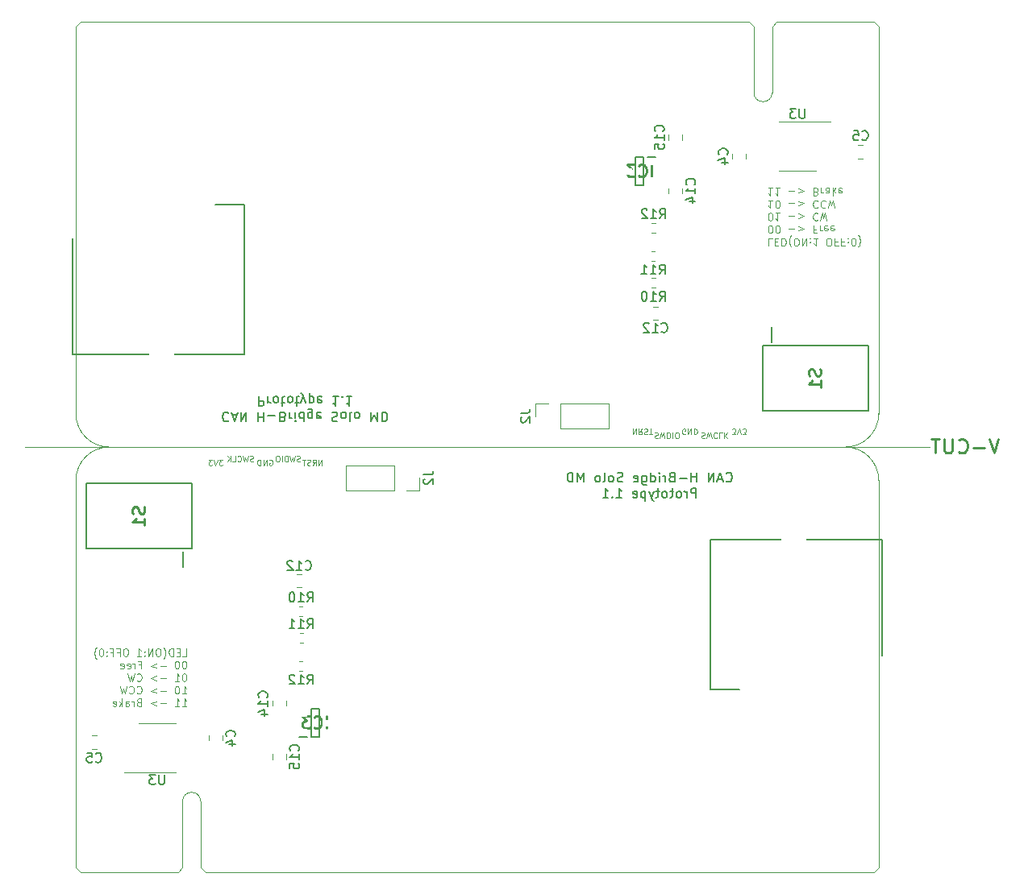
<source format=gbo>
G04 #@! TF.GenerationSoftware,KiCad,Pcbnew,(5.1.5)-3*
G04 #@! TF.CreationDate,2020-02-02T14:12:42+09:00*
G04 #@! TF.ProjectId,CAN_H-Bridge_Solo_MD_fin,43414e5f-482d-4427-9269-6467655f536f,rev?*
G04 #@! TF.SameCoordinates,Original*
G04 #@! TF.FileFunction,Legend,Bot*
G04 #@! TF.FilePolarity,Positive*
%FSLAX46Y46*%
G04 Gerber Fmt 4.6, Leading zero omitted, Abs format (unit mm)*
G04 Created by KiCad (PCBNEW (5.1.5)-3) date 2020-02-02 14:12:42*
%MOMM*%
%LPD*%
G04 APERTURE LIST*
%ADD10C,0.090000*%
%ADD11C,0.150000*%
%ADD12C,0.120000*%
%ADD13C,0.100000*%
%ADD14C,0.220000*%
%ADD15C,0.200000*%
%ADD16C,0.254000*%
%ADD17O,2.902000X1.602000*%
%ADD18C,5.202000*%
%ADD19O,2.007000X2.102000*%
%ADD20R,2.007000X2.102000*%
%ADD21R,0.902000X1.702000*%
%ADD22O,1.802000X1.802000*%
%ADD23R,1.802000X1.802000*%
%ADD24R,0.952000X0.702000*%
%ADD25R,0.802000X4.402000*%
%ADD26R,0.802000X3.302000*%
G04 APERTURE END LIST*
D10*
X174257142Y-110428571D02*
X174628571Y-110428571D01*
X174428571Y-110200000D01*
X174514285Y-110200000D01*
X174571428Y-110171428D01*
X174600000Y-110142857D01*
X174628571Y-110085714D01*
X174628571Y-109942857D01*
X174600000Y-109885714D01*
X174571428Y-109857142D01*
X174514285Y-109828571D01*
X174342857Y-109828571D01*
X174285714Y-109857142D01*
X174257142Y-109885714D01*
X174800000Y-110428571D02*
X175000000Y-109828571D01*
X175200000Y-110428571D01*
X175342857Y-110428571D02*
X175714285Y-110428571D01*
X175514285Y-110200000D01*
X175600000Y-110200000D01*
X175657142Y-110171428D01*
X175685714Y-110142857D01*
X175714285Y-110085714D01*
X175714285Y-109942857D01*
X175685714Y-109885714D01*
X175657142Y-109857142D01*
X175600000Y-109828571D01*
X175428571Y-109828571D01*
X175371428Y-109857142D01*
X175342857Y-109885714D01*
X171042857Y-110257142D02*
X171128571Y-110228571D01*
X171271428Y-110228571D01*
X171328571Y-110257142D01*
X171357142Y-110285714D01*
X171385714Y-110342857D01*
X171385714Y-110400000D01*
X171357142Y-110457142D01*
X171328571Y-110485714D01*
X171271428Y-110514285D01*
X171157142Y-110542857D01*
X171100000Y-110571428D01*
X171071428Y-110600000D01*
X171042857Y-110657142D01*
X171042857Y-110714285D01*
X171071428Y-110771428D01*
X171100000Y-110800000D01*
X171157142Y-110828571D01*
X171300000Y-110828571D01*
X171385714Y-110800000D01*
X171585714Y-110828571D02*
X171728571Y-110228571D01*
X171842857Y-110657142D01*
X171957142Y-110228571D01*
X172100000Y-110828571D01*
X172671428Y-110285714D02*
X172642857Y-110257142D01*
X172557142Y-110228571D01*
X172500000Y-110228571D01*
X172414285Y-110257142D01*
X172357142Y-110314285D01*
X172328571Y-110371428D01*
X172300000Y-110485714D01*
X172300000Y-110571428D01*
X172328571Y-110685714D01*
X172357142Y-110742857D01*
X172414285Y-110800000D01*
X172500000Y-110828571D01*
X172557142Y-110828571D01*
X172642857Y-110800000D01*
X172671428Y-110771428D01*
X173214285Y-110228571D02*
X172928571Y-110228571D01*
X172928571Y-110828571D01*
X173414285Y-110228571D02*
X173414285Y-110828571D01*
X173757142Y-110228571D02*
X173500000Y-110571428D01*
X173757142Y-110828571D02*
X173414285Y-110485714D01*
X169342857Y-110400000D02*
X169285714Y-110428571D01*
X169200000Y-110428571D01*
X169114285Y-110400000D01*
X169057142Y-110342857D01*
X169028571Y-110285714D01*
X169000000Y-110171428D01*
X169000000Y-110085714D01*
X169028571Y-109971428D01*
X169057142Y-109914285D01*
X169114285Y-109857142D01*
X169200000Y-109828571D01*
X169257142Y-109828571D01*
X169342857Y-109857142D01*
X169371428Y-109885714D01*
X169371428Y-110085714D01*
X169257142Y-110085714D01*
X169628571Y-109828571D02*
X169628571Y-110428571D01*
X169971428Y-109828571D01*
X169971428Y-110428571D01*
X170257142Y-109828571D02*
X170257142Y-110428571D01*
X170400000Y-110428571D01*
X170485714Y-110400000D01*
X170542857Y-110342857D01*
X170571428Y-110285714D01*
X170600000Y-110171428D01*
X170600000Y-110085714D01*
X170571428Y-109971428D01*
X170542857Y-109914285D01*
X170485714Y-109857142D01*
X170400000Y-109828571D01*
X170257142Y-109828571D01*
X163814285Y-109828571D02*
X163814285Y-110428571D01*
X164157142Y-109828571D01*
X164157142Y-110428571D01*
X164785714Y-109828571D02*
X164585714Y-110114285D01*
X164442857Y-109828571D02*
X164442857Y-110428571D01*
X164671428Y-110428571D01*
X164728571Y-110400000D01*
X164757142Y-110371428D01*
X164785714Y-110314285D01*
X164785714Y-110228571D01*
X164757142Y-110171428D01*
X164728571Y-110142857D01*
X164671428Y-110114285D01*
X164442857Y-110114285D01*
X165014285Y-109857142D02*
X165100000Y-109828571D01*
X165242857Y-109828571D01*
X165300000Y-109857142D01*
X165328571Y-109885714D01*
X165357142Y-109942857D01*
X165357142Y-110000000D01*
X165328571Y-110057142D01*
X165300000Y-110085714D01*
X165242857Y-110114285D01*
X165128571Y-110142857D01*
X165071428Y-110171428D01*
X165042857Y-110200000D01*
X165014285Y-110257142D01*
X165014285Y-110314285D01*
X165042857Y-110371428D01*
X165071428Y-110400000D01*
X165128571Y-110428571D01*
X165271428Y-110428571D01*
X165357142Y-110400000D01*
X165528571Y-110428571D02*
X165871428Y-110428571D01*
X165700000Y-109828571D02*
X165700000Y-110428571D01*
X166128571Y-110257142D02*
X166214285Y-110228571D01*
X166357142Y-110228571D01*
X166414285Y-110257142D01*
X166442857Y-110285714D01*
X166471428Y-110342857D01*
X166471428Y-110400000D01*
X166442857Y-110457142D01*
X166414285Y-110485714D01*
X166357142Y-110514285D01*
X166242857Y-110542857D01*
X166185714Y-110571428D01*
X166157142Y-110600000D01*
X166128571Y-110657142D01*
X166128571Y-110714285D01*
X166157142Y-110771428D01*
X166185714Y-110800000D01*
X166242857Y-110828571D01*
X166385714Y-110828571D01*
X166471428Y-110800000D01*
X166671428Y-110828571D02*
X166814285Y-110228571D01*
X166928571Y-110657142D01*
X167042857Y-110228571D01*
X167185714Y-110828571D01*
X167414285Y-110228571D02*
X167414285Y-110828571D01*
X167557142Y-110828571D01*
X167642857Y-110800000D01*
X167700000Y-110742857D01*
X167728571Y-110685714D01*
X167757142Y-110571428D01*
X167757142Y-110485714D01*
X167728571Y-110371428D01*
X167700000Y-110314285D01*
X167642857Y-110257142D01*
X167557142Y-110228571D01*
X167414285Y-110228571D01*
X168014285Y-110228571D02*
X168014285Y-110828571D01*
X168414285Y-110828571D02*
X168528571Y-110828571D01*
X168585714Y-110800000D01*
X168642857Y-110742857D01*
X168671428Y-110628571D01*
X168671428Y-110428571D01*
X168642857Y-110314285D01*
X168585714Y-110257142D01*
X168528571Y-110228571D01*
X168414285Y-110228571D01*
X168357142Y-110257142D01*
X168300000Y-110314285D01*
X168271428Y-110428571D01*
X168271428Y-110628571D01*
X168300000Y-110742857D01*
X168357142Y-110800000D01*
X168414285Y-110828571D01*
D11*
X121376190Y-108167857D02*
X121328571Y-108120238D01*
X121185714Y-108072619D01*
X121090476Y-108072619D01*
X120947619Y-108120238D01*
X120852380Y-108215476D01*
X120804761Y-108310714D01*
X120757142Y-108501190D01*
X120757142Y-108644047D01*
X120804761Y-108834523D01*
X120852380Y-108929761D01*
X120947619Y-109025000D01*
X121090476Y-109072619D01*
X121185714Y-109072619D01*
X121328571Y-109025000D01*
X121376190Y-108977380D01*
X121757142Y-108358333D02*
X122233333Y-108358333D01*
X121661904Y-108072619D02*
X121995238Y-109072619D01*
X122328571Y-108072619D01*
X122661904Y-108072619D02*
X122661904Y-109072619D01*
X123233333Y-108072619D01*
X123233333Y-109072619D01*
X124471428Y-108072619D02*
X124471428Y-109072619D01*
X124471428Y-108596428D02*
X125042857Y-108596428D01*
X125042857Y-108072619D02*
X125042857Y-109072619D01*
X125519047Y-108453571D02*
X126280952Y-108453571D01*
X127090476Y-108596428D02*
X127233333Y-108548809D01*
X127280952Y-108501190D01*
X127328571Y-108405952D01*
X127328571Y-108263095D01*
X127280952Y-108167857D01*
X127233333Y-108120238D01*
X127138095Y-108072619D01*
X126757142Y-108072619D01*
X126757142Y-109072619D01*
X127090476Y-109072619D01*
X127185714Y-109025000D01*
X127233333Y-108977380D01*
X127280952Y-108882142D01*
X127280952Y-108786904D01*
X127233333Y-108691666D01*
X127185714Y-108644047D01*
X127090476Y-108596428D01*
X126757142Y-108596428D01*
X127757142Y-108072619D02*
X127757142Y-108739285D01*
X127757142Y-108548809D02*
X127804761Y-108644047D01*
X127852380Y-108691666D01*
X127947619Y-108739285D01*
X128042857Y-108739285D01*
X128376190Y-108072619D02*
X128376190Y-108739285D01*
X128376190Y-109072619D02*
X128328571Y-109025000D01*
X128376190Y-108977380D01*
X128423809Y-109025000D01*
X128376190Y-109072619D01*
X128376190Y-108977380D01*
X129280952Y-108072619D02*
X129280952Y-109072619D01*
X129280952Y-108120238D02*
X129185714Y-108072619D01*
X128995238Y-108072619D01*
X128899999Y-108120238D01*
X128852380Y-108167857D01*
X128804761Y-108263095D01*
X128804761Y-108548809D01*
X128852380Y-108644047D01*
X128899999Y-108691666D01*
X128995238Y-108739285D01*
X129185714Y-108739285D01*
X129280952Y-108691666D01*
X130185714Y-108739285D02*
X130185714Y-107929761D01*
X130138095Y-107834523D01*
X130090476Y-107786904D01*
X129995238Y-107739285D01*
X129852380Y-107739285D01*
X129757142Y-107786904D01*
X130185714Y-108120238D02*
X130090476Y-108072619D01*
X129899999Y-108072619D01*
X129804761Y-108120238D01*
X129757142Y-108167857D01*
X129709523Y-108263095D01*
X129709523Y-108548809D01*
X129757142Y-108644047D01*
X129804761Y-108691666D01*
X129899999Y-108739285D01*
X130090476Y-108739285D01*
X130185714Y-108691666D01*
X131042857Y-108120238D02*
X130947619Y-108072619D01*
X130757142Y-108072619D01*
X130661904Y-108120238D01*
X130614285Y-108215476D01*
X130614285Y-108596428D01*
X130661904Y-108691666D01*
X130757142Y-108739285D01*
X130947619Y-108739285D01*
X131042857Y-108691666D01*
X131090476Y-108596428D01*
X131090476Y-108501190D01*
X130614285Y-108405952D01*
X132233333Y-108120238D02*
X132376190Y-108072619D01*
X132614285Y-108072619D01*
X132709523Y-108120238D01*
X132757142Y-108167857D01*
X132804761Y-108263095D01*
X132804761Y-108358333D01*
X132757142Y-108453571D01*
X132709523Y-108501190D01*
X132614285Y-108548809D01*
X132423809Y-108596428D01*
X132328571Y-108644047D01*
X132280952Y-108691666D01*
X132233333Y-108786904D01*
X132233333Y-108882142D01*
X132280952Y-108977380D01*
X132328571Y-109025000D01*
X132423809Y-109072619D01*
X132661904Y-109072619D01*
X132804761Y-109025000D01*
X133376190Y-108072619D02*
X133280952Y-108120238D01*
X133233333Y-108167857D01*
X133185714Y-108263095D01*
X133185714Y-108548809D01*
X133233333Y-108644047D01*
X133280952Y-108691666D01*
X133376190Y-108739285D01*
X133519047Y-108739285D01*
X133614285Y-108691666D01*
X133661904Y-108644047D01*
X133709523Y-108548809D01*
X133709523Y-108263095D01*
X133661904Y-108167857D01*
X133614285Y-108120238D01*
X133519047Y-108072619D01*
X133376190Y-108072619D01*
X134280952Y-108072619D02*
X134185714Y-108120238D01*
X134138095Y-108215476D01*
X134138095Y-109072619D01*
X134804761Y-108072619D02*
X134709523Y-108120238D01*
X134661904Y-108167857D01*
X134614285Y-108263095D01*
X134614285Y-108548809D01*
X134661904Y-108644047D01*
X134709523Y-108691666D01*
X134804761Y-108739285D01*
X134947619Y-108739285D01*
X135042857Y-108691666D01*
X135090476Y-108644047D01*
X135138095Y-108548809D01*
X135138095Y-108263095D01*
X135090476Y-108167857D01*
X135042857Y-108120238D01*
X134947619Y-108072619D01*
X134804761Y-108072619D01*
X136328571Y-108072619D02*
X136328571Y-109072619D01*
X136661904Y-108358333D01*
X136995238Y-109072619D01*
X136995238Y-108072619D01*
X137471428Y-108072619D02*
X137471428Y-109072619D01*
X137709523Y-109072619D01*
X137852380Y-109025000D01*
X137947619Y-108929761D01*
X137995238Y-108834523D01*
X138042857Y-108644047D01*
X138042857Y-108501190D01*
X137995238Y-108310714D01*
X137947619Y-108215476D01*
X137852380Y-108120238D01*
X137709523Y-108072619D01*
X137471428Y-108072619D01*
X124519047Y-106422619D02*
X124519047Y-107422619D01*
X124900000Y-107422619D01*
X124995238Y-107375000D01*
X125042857Y-107327380D01*
X125090476Y-107232142D01*
X125090476Y-107089285D01*
X125042857Y-106994047D01*
X124995238Y-106946428D01*
X124900000Y-106898809D01*
X124519047Y-106898809D01*
X125519047Y-106422619D02*
X125519047Y-107089285D01*
X125519047Y-106898809D02*
X125566666Y-106994047D01*
X125614285Y-107041666D01*
X125709523Y-107089285D01*
X125804761Y-107089285D01*
X126280952Y-106422619D02*
X126185714Y-106470238D01*
X126138095Y-106517857D01*
X126090476Y-106613095D01*
X126090476Y-106898809D01*
X126138095Y-106994047D01*
X126185714Y-107041666D01*
X126280952Y-107089285D01*
X126423809Y-107089285D01*
X126519047Y-107041666D01*
X126566666Y-106994047D01*
X126614285Y-106898809D01*
X126614285Y-106613095D01*
X126566666Y-106517857D01*
X126519047Y-106470238D01*
X126423809Y-106422619D01*
X126280952Y-106422619D01*
X126900000Y-107089285D02*
X127280952Y-107089285D01*
X127042857Y-107422619D02*
X127042857Y-106565476D01*
X127090476Y-106470238D01*
X127185714Y-106422619D01*
X127280952Y-106422619D01*
X127757142Y-106422619D02*
X127661904Y-106470238D01*
X127614285Y-106517857D01*
X127566666Y-106613095D01*
X127566666Y-106898809D01*
X127614285Y-106994047D01*
X127661904Y-107041666D01*
X127757142Y-107089285D01*
X127900000Y-107089285D01*
X127995238Y-107041666D01*
X128042857Y-106994047D01*
X128090476Y-106898809D01*
X128090476Y-106613095D01*
X128042857Y-106517857D01*
X127995238Y-106470238D01*
X127900000Y-106422619D01*
X127757142Y-106422619D01*
X128376190Y-107089285D02*
X128757142Y-107089285D01*
X128519047Y-107422619D02*
X128519047Y-106565476D01*
X128566666Y-106470238D01*
X128661904Y-106422619D01*
X128757142Y-106422619D01*
X128995238Y-107089285D02*
X129233333Y-106422619D01*
X129471428Y-107089285D02*
X129233333Y-106422619D01*
X129138095Y-106184523D01*
X129090476Y-106136904D01*
X128995238Y-106089285D01*
X129852380Y-107089285D02*
X129852380Y-106089285D01*
X129852380Y-107041666D02*
X129947619Y-107089285D01*
X130138095Y-107089285D01*
X130233333Y-107041666D01*
X130280952Y-106994047D01*
X130328571Y-106898809D01*
X130328571Y-106613095D01*
X130280952Y-106517857D01*
X130233333Y-106470238D01*
X130138095Y-106422619D01*
X129947619Y-106422619D01*
X129852380Y-106470238D01*
X131138095Y-106470238D02*
X131042857Y-106422619D01*
X130852380Y-106422619D01*
X130757142Y-106470238D01*
X130709523Y-106565476D01*
X130709523Y-106946428D01*
X130757142Y-107041666D01*
X130852380Y-107089285D01*
X131042857Y-107089285D01*
X131138095Y-107041666D01*
X131185714Y-106946428D01*
X131185714Y-106851190D01*
X130709523Y-106755952D01*
X132900000Y-106422619D02*
X132328571Y-106422619D01*
X132614285Y-106422619D02*
X132614285Y-107422619D01*
X132519047Y-107279761D01*
X132423809Y-107184523D01*
X132328571Y-107136904D01*
X133328571Y-106517857D02*
X133376190Y-106470238D01*
X133328571Y-106422619D01*
X133280952Y-106470238D01*
X133328571Y-106517857D01*
X133328571Y-106422619D01*
X134328571Y-106422619D02*
X133757142Y-106422619D01*
X134042857Y-106422619D02*
X134042857Y-107422619D01*
X133947619Y-107279761D01*
X133852380Y-107184523D01*
X133757142Y-107136904D01*
D12*
X178449428Y-89778095D02*
X178068476Y-89778095D01*
X178068476Y-90578095D01*
X178716095Y-90197142D02*
X178982761Y-90197142D01*
X179097047Y-89778095D02*
X178716095Y-89778095D01*
X178716095Y-90578095D01*
X179097047Y-90578095D01*
X179439904Y-89778095D02*
X179439904Y-90578095D01*
X179630380Y-90578095D01*
X179744666Y-90540000D01*
X179820857Y-90463809D01*
X179858952Y-90387619D01*
X179897047Y-90235238D01*
X179897047Y-90120952D01*
X179858952Y-89968571D01*
X179820857Y-89892380D01*
X179744666Y-89816190D01*
X179630380Y-89778095D01*
X179439904Y-89778095D01*
X180468476Y-89473333D02*
X180430380Y-89511428D01*
X180354190Y-89625714D01*
X180316095Y-89701904D01*
X180278000Y-89816190D01*
X180239904Y-90006666D01*
X180239904Y-90159047D01*
X180278000Y-90349523D01*
X180316095Y-90463809D01*
X180354190Y-90540000D01*
X180430380Y-90654285D01*
X180468476Y-90692380D01*
X180925619Y-90578095D02*
X181078000Y-90578095D01*
X181154190Y-90540000D01*
X181230380Y-90463809D01*
X181268476Y-90311428D01*
X181268476Y-90044761D01*
X181230380Y-89892380D01*
X181154190Y-89816190D01*
X181078000Y-89778095D01*
X180925619Y-89778095D01*
X180849428Y-89816190D01*
X180773238Y-89892380D01*
X180735142Y-90044761D01*
X180735142Y-90311428D01*
X180773238Y-90463809D01*
X180849428Y-90540000D01*
X180925619Y-90578095D01*
X181611333Y-89778095D02*
X181611333Y-90578095D01*
X182068476Y-89778095D01*
X182068476Y-90578095D01*
X182449428Y-89854285D02*
X182487523Y-89816190D01*
X182449428Y-89778095D01*
X182411333Y-89816190D01*
X182449428Y-89854285D01*
X182449428Y-89778095D01*
X182449428Y-90273333D02*
X182487523Y-90235238D01*
X182449428Y-90197142D01*
X182411333Y-90235238D01*
X182449428Y-90273333D01*
X182449428Y-90197142D01*
X183249428Y-89778095D02*
X182792285Y-89778095D01*
X183020857Y-89778095D02*
X183020857Y-90578095D01*
X182944666Y-90463809D01*
X182868476Y-90387619D01*
X182792285Y-90349523D01*
X184354190Y-90578095D02*
X184506571Y-90578095D01*
X184582761Y-90540000D01*
X184658952Y-90463809D01*
X184697047Y-90311428D01*
X184697047Y-90044761D01*
X184658952Y-89892380D01*
X184582761Y-89816190D01*
X184506571Y-89778095D01*
X184354190Y-89778095D01*
X184278000Y-89816190D01*
X184201809Y-89892380D01*
X184163714Y-90044761D01*
X184163714Y-90311428D01*
X184201809Y-90463809D01*
X184278000Y-90540000D01*
X184354190Y-90578095D01*
X185306571Y-90197142D02*
X185039904Y-90197142D01*
X185039904Y-89778095D02*
X185039904Y-90578095D01*
X185420857Y-90578095D01*
X185992285Y-90197142D02*
X185725619Y-90197142D01*
X185725619Y-89778095D02*
X185725619Y-90578095D01*
X186106571Y-90578095D01*
X186411333Y-89854285D02*
X186449428Y-89816190D01*
X186411333Y-89778095D01*
X186373238Y-89816190D01*
X186411333Y-89854285D01*
X186411333Y-89778095D01*
X186411333Y-90273333D02*
X186449428Y-90235238D01*
X186411333Y-90197142D01*
X186373238Y-90235238D01*
X186411333Y-90273333D01*
X186411333Y-90197142D01*
X186944666Y-90578095D02*
X187020857Y-90578095D01*
X187097047Y-90540000D01*
X187135142Y-90501904D01*
X187173238Y-90425714D01*
X187211333Y-90273333D01*
X187211333Y-90082857D01*
X187173238Y-89930476D01*
X187135142Y-89854285D01*
X187097047Y-89816190D01*
X187020857Y-89778095D01*
X186944666Y-89778095D01*
X186868476Y-89816190D01*
X186830380Y-89854285D01*
X186792285Y-89930476D01*
X186754190Y-90082857D01*
X186754190Y-90273333D01*
X186792285Y-90425714D01*
X186830380Y-90501904D01*
X186868476Y-90540000D01*
X186944666Y-90578095D01*
X187478000Y-89473333D02*
X187516095Y-89511428D01*
X187592285Y-89625714D01*
X187630380Y-89701904D01*
X187668476Y-89816190D01*
X187706571Y-90006666D01*
X187706571Y-90159047D01*
X187668476Y-90349523D01*
X187630380Y-90463809D01*
X187592285Y-90540000D01*
X187516095Y-90654285D01*
X187478000Y-90692380D01*
X178220857Y-89258095D02*
X178297047Y-89258095D01*
X178373238Y-89220000D01*
X178411333Y-89181904D01*
X178449428Y-89105714D01*
X178487523Y-88953333D01*
X178487523Y-88762857D01*
X178449428Y-88610476D01*
X178411333Y-88534285D01*
X178373238Y-88496190D01*
X178297047Y-88458095D01*
X178220857Y-88458095D01*
X178144666Y-88496190D01*
X178106571Y-88534285D01*
X178068476Y-88610476D01*
X178030380Y-88762857D01*
X178030380Y-88953333D01*
X178068476Y-89105714D01*
X178106571Y-89181904D01*
X178144666Y-89220000D01*
X178220857Y-89258095D01*
X178982761Y-89258095D02*
X179058952Y-89258095D01*
X179135142Y-89220000D01*
X179173238Y-89181904D01*
X179211333Y-89105714D01*
X179249428Y-88953333D01*
X179249428Y-88762857D01*
X179211333Y-88610476D01*
X179173238Y-88534285D01*
X179135142Y-88496190D01*
X179058952Y-88458095D01*
X178982761Y-88458095D01*
X178906571Y-88496190D01*
X178868476Y-88534285D01*
X178830380Y-88610476D01*
X178792285Y-88762857D01*
X178792285Y-88953333D01*
X178830380Y-89105714D01*
X178868476Y-89181904D01*
X178906571Y-89220000D01*
X178982761Y-89258095D01*
X180201809Y-88762857D02*
X180811333Y-88762857D01*
X181192285Y-88991428D02*
X181801809Y-88762857D01*
X181192285Y-88534285D01*
X183058952Y-88877142D02*
X182792285Y-88877142D01*
X182792285Y-88458095D02*
X182792285Y-89258095D01*
X183173238Y-89258095D01*
X183478000Y-88458095D02*
X183478000Y-88991428D01*
X183478000Y-88839047D02*
X183516095Y-88915238D01*
X183554190Y-88953333D01*
X183630380Y-88991428D01*
X183706571Y-88991428D01*
X184278000Y-88496190D02*
X184201809Y-88458095D01*
X184049428Y-88458095D01*
X183973238Y-88496190D01*
X183935142Y-88572380D01*
X183935142Y-88877142D01*
X183973238Y-88953333D01*
X184049428Y-88991428D01*
X184201809Y-88991428D01*
X184278000Y-88953333D01*
X184316095Y-88877142D01*
X184316095Y-88800952D01*
X183935142Y-88724761D01*
X184963714Y-88496190D02*
X184887523Y-88458095D01*
X184735142Y-88458095D01*
X184658952Y-88496190D01*
X184620857Y-88572380D01*
X184620857Y-88877142D01*
X184658952Y-88953333D01*
X184735142Y-88991428D01*
X184887523Y-88991428D01*
X184963714Y-88953333D01*
X185001809Y-88877142D01*
X185001809Y-88800952D01*
X184620857Y-88724761D01*
X178220857Y-87938095D02*
X178297047Y-87938095D01*
X178373238Y-87900000D01*
X178411333Y-87861904D01*
X178449428Y-87785714D01*
X178487523Y-87633333D01*
X178487523Y-87442857D01*
X178449428Y-87290476D01*
X178411333Y-87214285D01*
X178373238Y-87176190D01*
X178297047Y-87138095D01*
X178220857Y-87138095D01*
X178144666Y-87176190D01*
X178106571Y-87214285D01*
X178068476Y-87290476D01*
X178030380Y-87442857D01*
X178030380Y-87633333D01*
X178068476Y-87785714D01*
X178106571Y-87861904D01*
X178144666Y-87900000D01*
X178220857Y-87938095D01*
X179249428Y-87138095D02*
X178792285Y-87138095D01*
X179020857Y-87138095D02*
X179020857Y-87938095D01*
X178944666Y-87823809D01*
X178868476Y-87747619D01*
X178792285Y-87709523D01*
X180201809Y-87442857D02*
X180811333Y-87442857D01*
X181192285Y-87671428D02*
X181801809Y-87442857D01*
X181192285Y-87214285D01*
X183249428Y-87214285D02*
X183211333Y-87176190D01*
X183097047Y-87138095D01*
X183020857Y-87138095D01*
X182906571Y-87176190D01*
X182830380Y-87252380D01*
X182792285Y-87328571D01*
X182754190Y-87480952D01*
X182754190Y-87595238D01*
X182792285Y-87747619D01*
X182830380Y-87823809D01*
X182906571Y-87900000D01*
X183020857Y-87938095D01*
X183097047Y-87938095D01*
X183211333Y-87900000D01*
X183249428Y-87861904D01*
X183516095Y-87938095D02*
X183706571Y-87138095D01*
X183858952Y-87709523D01*
X184011333Y-87138095D01*
X184201809Y-87938095D01*
X178487523Y-85818095D02*
X178030380Y-85818095D01*
X178258952Y-85818095D02*
X178258952Y-86618095D01*
X178182761Y-86503809D01*
X178106571Y-86427619D01*
X178030380Y-86389523D01*
X178982761Y-86618095D02*
X179058952Y-86618095D01*
X179135142Y-86580000D01*
X179173238Y-86541904D01*
X179211333Y-86465714D01*
X179249428Y-86313333D01*
X179249428Y-86122857D01*
X179211333Y-85970476D01*
X179173238Y-85894285D01*
X179135142Y-85856190D01*
X179058952Y-85818095D01*
X178982761Y-85818095D01*
X178906571Y-85856190D01*
X178868476Y-85894285D01*
X178830380Y-85970476D01*
X178792285Y-86122857D01*
X178792285Y-86313333D01*
X178830380Y-86465714D01*
X178868476Y-86541904D01*
X178906571Y-86580000D01*
X178982761Y-86618095D01*
X180201809Y-86122857D02*
X180811333Y-86122857D01*
X181192285Y-86351428D02*
X181801809Y-86122857D01*
X181192285Y-85894285D01*
X183249428Y-85894285D02*
X183211333Y-85856190D01*
X183097047Y-85818095D01*
X183020857Y-85818095D01*
X182906571Y-85856190D01*
X182830380Y-85932380D01*
X182792285Y-86008571D01*
X182754190Y-86160952D01*
X182754190Y-86275238D01*
X182792285Y-86427619D01*
X182830380Y-86503809D01*
X182906571Y-86580000D01*
X183020857Y-86618095D01*
X183097047Y-86618095D01*
X183211333Y-86580000D01*
X183249428Y-86541904D01*
X184049428Y-85894285D02*
X184011333Y-85856190D01*
X183897047Y-85818095D01*
X183820857Y-85818095D01*
X183706571Y-85856190D01*
X183630380Y-85932380D01*
X183592285Y-86008571D01*
X183554190Y-86160952D01*
X183554190Y-86275238D01*
X183592285Y-86427619D01*
X183630380Y-86503809D01*
X183706571Y-86580000D01*
X183820857Y-86618095D01*
X183897047Y-86618095D01*
X184011333Y-86580000D01*
X184049428Y-86541904D01*
X184316095Y-86618095D02*
X184506571Y-85818095D01*
X184658952Y-86389523D01*
X184811333Y-85818095D01*
X185001809Y-86618095D01*
X178487523Y-84498095D02*
X178030380Y-84498095D01*
X178258952Y-84498095D02*
X178258952Y-85298095D01*
X178182761Y-85183809D01*
X178106571Y-85107619D01*
X178030380Y-85069523D01*
X179249428Y-84498095D02*
X178792285Y-84498095D01*
X179020857Y-84498095D02*
X179020857Y-85298095D01*
X178944666Y-85183809D01*
X178868476Y-85107619D01*
X178792285Y-85069523D01*
X180201809Y-84802857D02*
X180811333Y-84802857D01*
X181192285Y-85031428D02*
X181801809Y-84802857D01*
X181192285Y-84574285D01*
X183058952Y-84917142D02*
X183173238Y-84879047D01*
X183211333Y-84840952D01*
X183249428Y-84764761D01*
X183249428Y-84650476D01*
X183211333Y-84574285D01*
X183173238Y-84536190D01*
X183097047Y-84498095D01*
X182792285Y-84498095D01*
X182792285Y-85298095D01*
X183058952Y-85298095D01*
X183135142Y-85260000D01*
X183173238Y-85221904D01*
X183211333Y-85145714D01*
X183211333Y-85069523D01*
X183173238Y-84993333D01*
X183135142Y-84955238D01*
X183058952Y-84917142D01*
X182792285Y-84917142D01*
X183592285Y-84498095D02*
X183592285Y-85031428D01*
X183592285Y-84879047D02*
X183630380Y-84955238D01*
X183668476Y-84993333D01*
X183744666Y-85031428D01*
X183820857Y-85031428D01*
X184430380Y-84498095D02*
X184430380Y-84917142D01*
X184392285Y-84993333D01*
X184316095Y-85031428D01*
X184163714Y-85031428D01*
X184087523Y-84993333D01*
X184430380Y-84536190D02*
X184354190Y-84498095D01*
X184163714Y-84498095D01*
X184087523Y-84536190D01*
X184049428Y-84612380D01*
X184049428Y-84688571D01*
X184087523Y-84764761D01*
X184163714Y-84802857D01*
X184354190Y-84802857D01*
X184430380Y-84840952D01*
X184811333Y-84498095D02*
X184811333Y-85298095D01*
X184887523Y-84802857D02*
X185116095Y-84498095D01*
X185116095Y-85031428D02*
X184811333Y-84726666D01*
X185763714Y-84536190D02*
X185687523Y-84498095D01*
X185535142Y-84498095D01*
X185458952Y-84536190D01*
X185420857Y-84612380D01*
X185420857Y-84917142D01*
X185458952Y-84993333D01*
X185535142Y-85031428D01*
X185687523Y-85031428D01*
X185763714Y-84993333D01*
X185801809Y-84917142D01*
X185801809Y-84840952D01*
X185420857Y-84764761D01*
D13*
X189650000Y-75450000D02*
X189650000Y-108250000D01*
X108850000Y-111750000D02*
G75*
G02X105350000Y-108250000I0J3500000D01*
G01*
X105350000Y-108250000D02*
X105350000Y-75450000D01*
X189650000Y-108250000D02*
G75*
G02X186150000Y-111750000I-3500000J0D01*
G01*
X105350000Y-148050000D02*
X105350000Y-115250000D01*
X189650000Y-115250000D02*
X189650000Y-148050000D01*
D10*
X120742857Y-113071428D02*
X120371428Y-113071428D01*
X120571428Y-113300000D01*
X120485714Y-113300000D01*
X120428571Y-113328571D01*
X120400000Y-113357142D01*
X120371428Y-113414285D01*
X120371428Y-113557142D01*
X120400000Y-113614285D01*
X120428571Y-113642857D01*
X120485714Y-113671428D01*
X120657142Y-113671428D01*
X120714285Y-113642857D01*
X120742857Y-113614285D01*
X120200000Y-113071428D02*
X120000000Y-113671428D01*
X119800000Y-113071428D01*
X119657142Y-113071428D02*
X119285714Y-113071428D01*
X119485714Y-113300000D01*
X119400000Y-113300000D01*
X119342857Y-113328571D01*
X119314285Y-113357142D01*
X119285714Y-113414285D01*
X119285714Y-113557142D01*
X119314285Y-113614285D01*
X119342857Y-113642857D01*
X119400000Y-113671428D01*
X119571428Y-113671428D01*
X119628571Y-113642857D01*
X119657142Y-113614285D01*
X123957142Y-113242857D02*
X123871428Y-113271428D01*
X123728571Y-113271428D01*
X123671428Y-113242857D01*
X123642857Y-113214285D01*
X123614285Y-113157142D01*
X123614285Y-113100000D01*
X123642857Y-113042857D01*
X123671428Y-113014285D01*
X123728571Y-112985714D01*
X123842857Y-112957142D01*
X123900000Y-112928571D01*
X123928571Y-112900000D01*
X123957142Y-112842857D01*
X123957142Y-112785714D01*
X123928571Y-112728571D01*
X123900000Y-112700000D01*
X123842857Y-112671428D01*
X123700000Y-112671428D01*
X123614285Y-112700000D01*
X123414285Y-112671428D02*
X123271428Y-113271428D01*
X123157142Y-112842857D01*
X123042857Y-113271428D01*
X122900000Y-112671428D01*
X122328571Y-113214285D02*
X122357142Y-113242857D01*
X122442857Y-113271428D01*
X122500000Y-113271428D01*
X122585714Y-113242857D01*
X122642857Y-113185714D01*
X122671428Y-113128571D01*
X122700000Y-113014285D01*
X122700000Y-112928571D01*
X122671428Y-112814285D01*
X122642857Y-112757142D01*
X122585714Y-112700000D01*
X122500000Y-112671428D01*
X122442857Y-112671428D01*
X122357142Y-112700000D01*
X122328571Y-112728571D01*
X121785714Y-113271428D02*
X122071428Y-113271428D01*
X122071428Y-112671428D01*
X121585714Y-113271428D02*
X121585714Y-112671428D01*
X121242857Y-113271428D02*
X121500000Y-112928571D01*
X121242857Y-112671428D02*
X121585714Y-113014285D01*
X125657142Y-113100000D02*
X125714285Y-113071428D01*
X125800000Y-113071428D01*
X125885714Y-113100000D01*
X125942857Y-113157142D01*
X125971428Y-113214285D01*
X126000000Y-113328571D01*
X126000000Y-113414285D01*
X125971428Y-113528571D01*
X125942857Y-113585714D01*
X125885714Y-113642857D01*
X125800000Y-113671428D01*
X125742857Y-113671428D01*
X125657142Y-113642857D01*
X125628571Y-113614285D01*
X125628571Y-113414285D01*
X125742857Y-113414285D01*
X125371428Y-113671428D02*
X125371428Y-113071428D01*
X125028571Y-113671428D01*
X125028571Y-113071428D01*
X124742857Y-113671428D02*
X124742857Y-113071428D01*
X124600000Y-113071428D01*
X124514285Y-113100000D01*
X124457142Y-113157142D01*
X124428571Y-113214285D01*
X124400000Y-113328571D01*
X124400000Y-113414285D01*
X124428571Y-113528571D01*
X124457142Y-113585714D01*
X124514285Y-113642857D01*
X124600000Y-113671428D01*
X124742857Y-113671428D01*
X128871428Y-113242857D02*
X128785714Y-113271428D01*
X128642857Y-113271428D01*
X128585714Y-113242857D01*
X128557142Y-113214285D01*
X128528571Y-113157142D01*
X128528571Y-113100000D01*
X128557142Y-113042857D01*
X128585714Y-113014285D01*
X128642857Y-112985714D01*
X128757142Y-112957142D01*
X128814285Y-112928571D01*
X128842857Y-112900000D01*
X128871428Y-112842857D01*
X128871428Y-112785714D01*
X128842857Y-112728571D01*
X128814285Y-112700000D01*
X128757142Y-112671428D01*
X128614285Y-112671428D01*
X128528571Y-112700000D01*
X128328571Y-112671428D02*
X128185714Y-113271428D01*
X128071428Y-112842857D01*
X127957142Y-113271428D01*
X127814285Y-112671428D01*
X127585714Y-113271428D02*
X127585714Y-112671428D01*
X127442857Y-112671428D01*
X127357142Y-112700000D01*
X127300000Y-112757142D01*
X127271428Y-112814285D01*
X127242857Y-112928571D01*
X127242857Y-113014285D01*
X127271428Y-113128571D01*
X127300000Y-113185714D01*
X127357142Y-113242857D01*
X127442857Y-113271428D01*
X127585714Y-113271428D01*
X126985714Y-113271428D02*
X126985714Y-112671428D01*
X126585714Y-112671428D02*
X126471428Y-112671428D01*
X126414285Y-112700000D01*
X126357142Y-112757142D01*
X126328571Y-112871428D01*
X126328571Y-113071428D01*
X126357142Y-113185714D01*
X126414285Y-113242857D01*
X126471428Y-113271428D01*
X126585714Y-113271428D01*
X126642857Y-113242857D01*
X126700000Y-113185714D01*
X126728571Y-113071428D01*
X126728571Y-112871428D01*
X126700000Y-112757142D01*
X126642857Y-112700000D01*
X126585714Y-112671428D01*
X131185714Y-113671428D02*
X131185714Y-113071428D01*
X130842857Y-113671428D01*
X130842857Y-113071428D01*
X130214285Y-113671428D02*
X130414285Y-113385714D01*
X130557142Y-113671428D02*
X130557142Y-113071428D01*
X130328571Y-113071428D01*
X130271428Y-113100000D01*
X130242857Y-113128571D01*
X130214285Y-113185714D01*
X130214285Y-113271428D01*
X130242857Y-113328571D01*
X130271428Y-113357142D01*
X130328571Y-113385714D01*
X130557142Y-113385714D01*
X129985714Y-113642857D02*
X129900000Y-113671428D01*
X129757142Y-113671428D01*
X129700000Y-113642857D01*
X129671428Y-113614285D01*
X129642857Y-113557142D01*
X129642857Y-113500000D01*
X129671428Y-113442857D01*
X129700000Y-113414285D01*
X129757142Y-113385714D01*
X129871428Y-113357142D01*
X129928571Y-113328571D01*
X129957142Y-113300000D01*
X129985714Y-113242857D01*
X129985714Y-113185714D01*
X129957142Y-113128571D01*
X129928571Y-113100000D01*
X129871428Y-113071428D01*
X129728571Y-113071428D01*
X129642857Y-113100000D01*
X129471428Y-113071428D02*
X129128571Y-113071428D01*
X129300000Y-113671428D02*
X129300000Y-113071428D01*
D11*
X173623809Y-115332142D02*
X173671428Y-115379761D01*
X173814285Y-115427380D01*
X173909523Y-115427380D01*
X174052380Y-115379761D01*
X174147619Y-115284523D01*
X174195238Y-115189285D01*
X174242857Y-114998809D01*
X174242857Y-114855952D01*
X174195238Y-114665476D01*
X174147619Y-114570238D01*
X174052380Y-114475000D01*
X173909523Y-114427380D01*
X173814285Y-114427380D01*
X173671428Y-114475000D01*
X173623809Y-114522619D01*
X173242857Y-115141666D02*
X172766666Y-115141666D01*
X173338095Y-115427380D02*
X173004761Y-114427380D01*
X172671428Y-115427380D01*
X172338095Y-115427380D02*
X172338095Y-114427380D01*
X171766666Y-115427380D01*
X171766666Y-114427380D01*
X170528571Y-115427380D02*
X170528571Y-114427380D01*
X170528571Y-114903571D02*
X169957142Y-114903571D01*
X169957142Y-115427380D02*
X169957142Y-114427380D01*
X169480952Y-115046428D02*
X168719047Y-115046428D01*
X167909523Y-114903571D02*
X167766666Y-114951190D01*
X167719047Y-114998809D01*
X167671428Y-115094047D01*
X167671428Y-115236904D01*
X167719047Y-115332142D01*
X167766666Y-115379761D01*
X167861904Y-115427380D01*
X168242857Y-115427380D01*
X168242857Y-114427380D01*
X167909523Y-114427380D01*
X167814285Y-114475000D01*
X167766666Y-114522619D01*
X167719047Y-114617857D01*
X167719047Y-114713095D01*
X167766666Y-114808333D01*
X167814285Y-114855952D01*
X167909523Y-114903571D01*
X168242857Y-114903571D01*
X167242857Y-115427380D02*
X167242857Y-114760714D01*
X167242857Y-114951190D02*
X167195238Y-114855952D01*
X167147619Y-114808333D01*
X167052380Y-114760714D01*
X166957142Y-114760714D01*
X166623809Y-115427380D02*
X166623809Y-114760714D01*
X166623809Y-114427380D02*
X166671428Y-114475000D01*
X166623809Y-114522619D01*
X166576190Y-114475000D01*
X166623809Y-114427380D01*
X166623809Y-114522619D01*
X165719047Y-115427380D02*
X165719047Y-114427380D01*
X165719047Y-115379761D02*
X165814285Y-115427380D01*
X166004761Y-115427380D01*
X166100000Y-115379761D01*
X166147619Y-115332142D01*
X166195238Y-115236904D01*
X166195238Y-114951190D01*
X166147619Y-114855952D01*
X166100000Y-114808333D01*
X166004761Y-114760714D01*
X165814285Y-114760714D01*
X165719047Y-114808333D01*
X164814285Y-114760714D02*
X164814285Y-115570238D01*
X164861904Y-115665476D01*
X164909523Y-115713095D01*
X165004761Y-115760714D01*
X165147619Y-115760714D01*
X165242857Y-115713095D01*
X164814285Y-115379761D02*
X164909523Y-115427380D01*
X165100000Y-115427380D01*
X165195238Y-115379761D01*
X165242857Y-115332142D01*
X165290476Y-115236904D01*
X165290476Y-114951190D01*
X165242857Y-114855952D01*
X165195238Y-114808333D01*
X165100000Y-114760714D01*
X164909523Y-114760714D01*
X164814285Y-114808333D01*
X163957142Y-115379761D02*
X164052380Y-115427380D01*
X164242857Y-115427380D01*
X164338095Y-115379761D01*
X164385714Y-115284523D01*
X164385714Y-114903571D01*
X164338095Y-114808333D01*
X164242857Y-114760714D01*
X164052380Y-114760714D01*
X163957142Y-114808333D01*
X163909523Y-114903571D01*
X163909523Y-114998809D01*
X164385714Y-115094047D01*
X162766666Y-115379761D02*
X162623809Y-115427380D01*
X162385714Y-115427380D01*
X162290476Y-115379761D01*
X162242857Y-115332142D01*
X162195238Y-115236904D01*
X162195238Y-115141666D01*
X162242857Y-115046428D01*
X162290476Y-114998809D01*
X162385714Y-114951190D01*
X162576190Y-114903571D01*
X162671428Y-114855952D01*
X162719047Y-114808333D01*
X162766666Y-114713095D01*
X162766666Y-114617857D01*
X162719047Y-114522619D01*
X162671428Y-114475000D01*
X162576190Y-114427380D01*
X162338095Y-114427380D01*
X162195238Y-114475000D01*
X161623809Y-115427380D02*
X161719047Y-115379761D01*
X161766666Y-115332142D01*
X161814285Y-115236904D01*
X161814285Y-114951190D01*
X161766666Y-114855952D01*
X161719047Y-114808333D01*
X161623809Y-114760714D01*
X161480952Y-114760714D01*
X161385714Y-114808333D01*
X161338095Y-114855952D01*
X161290476Y-114951190D01*
X161290476Y-115236904D01*
X161338095Y-115332142D01*
X161385714Y-115379761D01*
X161480952Y-115427380D01*
X161623809Y-115427380D01*
X160719047Y-115427380D02*
X160814285Y-115379761D01*
X160861904Y-115284523D01*
X160861904Y-114427380D01*
X160195238Y-115427380D02*
X160290476Y-115379761D01*
X160338095Y-115332142D01*
X160385714Y-115236904D01*
X160385714Y-114951190D01*
X160338095Y-114855952D01*
X160290476Y-114808333D01*
X160195238Y-114760714D01*
X160052380Y-114760714D01*
X159957142Y-114808333D01*
X159909523Y-114855952D01*
X159861904Y-114951190D01*
X159861904Y-115236904D01*
X159909523Y-115332142D01*
X159957142Y-115379761D01*
X160052380Y-115427380D01*
X160195238Y-115427380D01*
X158671428Y-115427380D02*
X158671428Y-114427380D01*
X158338095Y-115141666D01*
X158004761Y-114427380D01*
X158004761Y-115427380D01*
X157528571Y-115427380D02*
X157528571Y-114427380D01*
X157290476Y-114427380D01*
X157147619Y-114475000D01*
X157052380Y-114570238D01*
X157004761Y-114665476D01*
X156957142Y-114855952D01*
X156957142Y-114998809D01*
X157004761Y-115189285D01*
X157052380Y-115284523D01*
X157147619Y-115379761D01*
X157290476Y-115427380D01*
X157528571Y-115427380D01*
X170480952Y-117077380D02*
X170480952Y-116077380D01*
X170100000Y-116077380D01*
X170004761Y-116125000D01*
X169957142Y-116172619D01*
X169909523Y-116267857D01*
X169909523Y-116410714D01*
X169957142Y-116505952D01*
X170004761Y-116553571D01*
X170100000Y-116601190D01*
X170480952Y-116601190D01*
X169480952Y-117077380D02*
X169480952Y-116410714D01*
X169480952Y-116601190D02*
X169433333Y-116505952D01*
X169385714Y-116458333D01*
X169290476Y-116410714D01*
X169195238Y-116410714D01*
X168719047Y-117077380D02*
X168814285Y-117029761D01*
X168861904Y-116982142D01*
X168909523Y-116886904D01*
X168909523Y-116601190D01*
X168861904Y-116505952D01*
X168814285Y-116458333D01*
X168719047Y-116410714D01*
X168576190Y-116410714D01*
X168480952Y-116458333D01*
X168433333Y-116505952D01*
X168385714Y-116601190D01*
X168385714Y-116886904D01*
X168433333Y-116982142D01*
X168480952Y-117029761D01*
X168576190Y-117077380D01*
X168719047Y-117077380D01*
X168100000Y-116410714D02*
X167719047Y-116410714D01*
X167957142Y-116077380D02*
X167957142Y-116934523D01*
X167909523Y-117029761D01*
X167814285Y-117077380D01*
X167719047Y-117077380D01*
X167242857Y-117077380D02*
X167338095Y-117029761D01*
X167385714Y-116982142D01*
X167433333Y-116886904D01*
X167433333Y-116601190D01*
X167385714Y-116505952D01*
X167338095Y-116458333D01*
X167242857Y-116410714D01*
X167100000Y-116410714D01*
X167004761Y-116458333D01*
X166957142Y-116505952D01*
X166909523Y-116601190D01*
X166909523Y-116886904D01*
X166957142Y-116982142D01*
X167004761Y-117029761D01*
X167100000Y-117077380D01*
X167242857Y-117077380D01*
X166623809Y-116410714D02*
X166242857Y-116410714D01*
X166480952Y-116077380D02*
X166480952Y-116934523D01*
X166433333Y-117029761D01*
X166338095Y-117077380D01*
X166242857Y-117077380D01*
X166004761Y-116410714D02*
X165766666Y-117077380D01*
X165528571Y-116410714D02*
X165766666Y-117077380D01*
X165861904Y-117315476D01*
X165909523Y-117363095D01*
X166004761Y-117410714D01*
X165147619Y-116410714D02*
X165147619Y-117410714D01*
X165147619Y-116458333D02*
X165052380Y-116410714D01*
X164861904Y-116410714D01*
X164766666Y-116458333D01*
X164719047Y-116505952D01*
X164671428Y-116601190D01*
X164671428Y-116886904D01*
X164719047Y-116982142D01*
X164766666Y-117029761D01*
X164861904Y-117077380D01*
X165052380Y-117077380D01*
X165147619Y-117029761D01*
X163861904Y-117029761D02*
X163957142Y-117077380D01*
X164147619Y-117077380D01*
X164242857Y-117029761D01*
X164290476Y-116934523D01*
X164290476Y-116553571D01*
X164242857Y-116458333D01*
X164147619Y-116410714D01*
X163957142Y-116410714D01*
X163861904Y-116458333D01*
X163814285Y-116553571D01*
X163814285Y-116648809D01*
X164290476Y-116744047D01*
X162100000Y-117077380D02*
X162671428Y-117077380D01*
X162385714Y-117077380D02*
X162385714Y-116077380D01*
X162480952Y-116220238D01*
X162576190Y-116315476D01*
X162671428Y-116363095D01*
X161671428Y-116982142D02*
X161623809Y-117029761D01*
X161671428Y-117077380D01*
X161719047Y-117029761D01*
X161671428Y-116982142D01*
X161671428Y-117077380D01*
X160671428Y-117077380D02*
X161242857Y-117077380D01*
X160957142Y-117077380D02*
X160957142Y-116077380D01*
X161052380Y-116220238D01*
X161147619Y-116315476D01*
X161242857Y-116363095D01*
D13*
X186150000Y-111750000D02*
G75*
G02X189650000Y-115250000I0J-3500000D01*
G01*
X105350000Y-115250000D02*
G75*
G02X108850000Y-111750000I3500000J0D01*
G01*
D12*
X116550571Y-133721904D02*
X116931523Y-133721904D01*
X116931523Y-132921904D01*
X116283904Y-133302857D02*
X116017238Y-133302857D01*
X115902952Y-133721904D02*
X116283904Y-133721904D01*
X116283904Y-132921904D01*
X115902952Y-132921904D01*
X115560095Y-133721904D02*
X115560095Y-132921904D01*
X115369619Y-132921904D01*
X115255333Y-132960000D01*
X115179142Y-133036190D01*
X115141047Y-133112380D01*
X115102952Y-133264761D01*
X115102952Y-133379047D01*
X115141047Y-133531428D01*
X115179142Y-133607619D01*
X115255333Y-133683809D01*
X115369619Y-133721904D01*
X115560095Y-133721904D01*
X114531523Y-134026666D02*
X114569619Y-133988571D01*
X114645809Y-133874285D01*
X114683904Y-133798095D01*
X114722000Y-133683809D01*
X114760095Y-133493333D01*
X114760095Y-133340952D01*
X114722000Y-133150476D01*
X114683904Y-133036190D01*
X114645809Y-132960000D01*
X114569619Y-132845714D01*
X114531523Y-132807619D01*
X114074380Y-132921904D02*
X113922000Y-132921904D01*
X113845809Y-132960000D01*
X113769619Y-133036190D01*
X113731523Y-133188571D01*
X113731523Y-133455238D01*
X113769619Y-133607619D01*
X113845809Y-133683809D01*
X113922000Y-133721904D01*
X114074380Y-133721904D01*
X114150571Y-133683809D01*
X114226761Y-133607619D01*
X114264857Y-133455238D01*
X114264857Y-133188571D01*
X114226761Y-133036190D01*
X114150571Y-132960000D01*
X114074380Y-132921904D01*
X113388666Y-133721904D02*
X113388666Y-132921904D01*
X112931523Y-133721904D01*
X112931523Y-132921904D01*
X112550571Y-133645714D02*
X112512476Y-133683809D01*
X112550571Y-133721904D01*
X112588666Y-133683809D01*
X112550571Y-133645714D01*
X112550571Y-133721904D01*
X112550571Y-133226666D02*
X112512476Y-133264761D01*
X112550571Y-133302857D01*
X112588666Y-133264761D01*
X112550571Y-133226666D01*
X112550571Y-133302857D01*
X111750571Y-133721904D02*
X112207714Y-133721904D01*
X111979142Y-133721904D02*
X111979142Y-132921904D01*
X112055333Y-133036190D01*
X112131523Y-133112380D01*
X112207714Y-133150476D01*
X110645809Y-132921904D02*
X110493428Y-132921904D01*
X110417238Y-132960000D01*
X110341047Y-133036190D01*
X110302952Y-133188571D01*
X110302952Y-133455238D01*
X110341047Y-133607619D01*
X110417238Y-133683809D01*
X110493428Y-133721904D01*
X110645809Y-133721904D01*
X110722000Y-133683809D01*
X110798190Y-133607619D01*
X110836285Y-133455238D01*
X110836285Y-133188571D01*
X110798190Y-133036190D01*
X110722000Y-132960000D01*
X110645809Y-132921904D01*
X109693428Y-133302857D02*
X109960095Y-133302857D01*
X109960095Y-133721904D02*
X109960095Y-132921904D01*
X109579142Y-132921904D01*
X109007714Y-133302857D02*
X109274380Y-133302857D01*
X109274380Y-133721904D02*
X109274380Y-132921904D01*
X108893428Y-132921904D01*
X108588666Y-133645714D02*
X108550571Y-133683809D01*
X108588666Y-133721904D01*
X108626761Y-133683809D01*
X108588666Y-133645714D01*
X108588666Y-133721904D01*
X108588666Y-133226666D02*
X108550571Y-133264761D01*
X108588666Y-133302857D01*
X108626761Y-133264761D01*
X108588666Y-133226666D01*
X108588666Y-133302857D01*
X108055333Y-132921904D02*
X107979142Y-132921904D01*
X107902952Y-132960000D01*
X107864857Y-132998095D01*
X107826761Y-133074285D01*
X107788666Y-133226666D01*
X107788666Y-133417142D01*
X107826761Y-133569523D01*
X107864857Y-133645714D01*
X107902952Y-133683809D01*
X107979142Y-133721904D01*
X108055333Y-133721904D01*
X108131523Y-133683809D01*
X108169619Y-133645714D01*
X108207714Y-133569523D01*
X108245809Y-133417142D01*
X108245809Y-133226666D01*
X108207714Y-133074285D01*
X108169619Y-132998095D01*
X108131523Y-132960000D01*
X108055333Y-132921904D01*
X107522000Y-134026666D02*
X107483904Y-133988571D01*
X107407714Y-133874285D01*
X107369619Y-133798095D01*
X107331523Y-133683809D01*
X107293428Y-133493333D01*
X107293428Y-133340952D01*
X107331523Y-133150476D01*
X107369619Y-133036190D01*
X107407714Y-132960000D01*
X107483904Y-132845714D01*
X107522000Y-132807619D01*
X116779142Y-134241904D02*
X116702952Y-134241904D01*
X116626761Y-134280000D01*
X116588666Y-134318095D01*
X116550571Y-134394285D01*
X116512476Y-134546666D01*
X116512476Y-134737142D01*
X116550571Y-134889523D01*
X116588666Y-134965714D01*
X116626761Y-135003809D01*
X116702952Y-135041904D01*
X116779142Y-135041904D01*
X116855333Y-135003809D01*
X116893428Y-134965714D01*
X116931523Y-134889523D01*
X116969619Y-134737142D01*
X116969619Y-134546666D01*
X116931523Y-134394285D01*
X116893428Y-134318095D01*
X116855333Y-134280000D01*
X116779142Y-134241904D01*
X116017238Y-134241904D02*
X115941047Y-134241904D01*
X115864857Y-134280000D01*
X115826761Y-134318095D01*
X115788666Y-134394285D01*
X115750571Y-134546666D01*
X115750571Y-134737142D01*
X115788666Y-134889523D01*
X115826761Y-134965714D01*
X115864857Y-135003809D01*
X115941047Y-135041904D01*
X116017238Y-135041904D01*
X116093428Y-135003809D01*
X116131523Y-134965714D01*
X116169619Y-134889523D01*
X116207714Y-134737142D01*
X116207714Y-134546666D01*
X116169619Y-134394285D01*
X116131523Y-134318095D01*
X116093428Y-134280000D01*
X116017238Y-134241904D01*
X114798190Y-134737142D02*
X114188666Y-134737142D01*
X113807714Y-134508571D02*
X113198190Y-134737142D01*
X113807714Y-134965714D01*
X111941047Y-134622857D02*
X112207714Y-134622857D01*
X112207714Y-135041904D02*
X112207714Y-134241904D01*
X111826761Y-134241904D01*
X111522000Y-135041904D02*
X111522000Y-134508571D01*
X111522000Y-134660952D02*
X111483904Y-134584761D01*
X111445809Y-134546666D01*
X111369619Y-134508571D01*
X111293428Y-134508571D01*
X110722000Y-135003809D02*
X110798190Y-135041904D01*
X110950571Y-135041904D01*
X111026761Y-135003809D01*
X111064857Y-134927619D01*
X111064857Y-134622857D01*
X111026761Y-134546666D01*
X110950571Y-134508571D01*
X110798190Y-134508571D01*
X110722000Y-134546666D01*
X110683904Y-134622857D01*
X110683904Y-134699047D01*
X111064857Y-134775238D01*
X110036285Y-135003809D02*
X110112476Y-135041904D01*
X110264857Y-135041904D01*
X110341047Y-135003809D01*
X110379142Y-134927619D01*
X110379142Y-134622857D01*
X110341047Y-134546666D01*
X110264857Y-134508571D01*
X110112476Y-134508571D01*
X110036285Y-134546666D01*
X109998190Y-134622857D01*
X109998190Y-134699047D01*
X110379142Y-134775238D01*
X116779142Y-135561904D02*
X116702952Y-135561904D01*
X116626761Y-135600000D01*
X116588666Y-135638095D01*
X116550571Y-135714285D01*
X116512476Y-135866666D01*
X116512476Y-136057142D01*
X116550571Y-136209523D01*
X116588666Y-136285714D01*
X116626761Y-136323809D01*
X116702952Y-136361904D01*
X116779142Y-136361904D01*
X116855333Y-136323809D01*
X116893428Y-136285714D01*
X116931523Y-136209523D01*
X116969619Y-136057142D01*
X116969619Y-135866666D01*
X116931523Y-135714285D01*
X116893428Y-135638095D01*
X116855333Y-135600000D01*
X116779142Y-135561904D01*
X115750571Y-136361904D02*
X116207714Y-136361904D01*
X115979142Y-136361904D02*
X115979142Y-135561904D01*
X116055333Y-135676190D01*
X116131523Y-135752380D01*
X116207714Y-135790476D01*
X114798190Y-136057142D02*
X114188666Y-136057142D01*
X113807714Y-135828571D02*
X113198190Y-136057142D01*
X113807714Y-136285714D01*
X111750571Y-136285714D02*
X111788666Y-136323809D01*
X111902952Y-136361904D01*
X111979142Y-136361904D01*
X112093428Y-136323809D01*
X112169619Y-136247619D01*
X112207714Y-136171428D01*
X112245809Y-136019047D01*
X112245809Y-135904761D01*
X112207714Y-135752380D01*
X112169619Y-135676190D01*
X112093428Y-135600000D01*
X111979142Y-135561904D01*
X111902952Y-135561904D01*
X111788666Y-135600000D01*
X111750571Y-135638095D01*
X111483904Y-135561904D02*
X111293428Y-136361904D01*
X111141047Y-135790476D01*
X110988666Y-136361904D01*
X110798190Y-135561904D01*
X116512476Y-137681904D02*
X116969619Y-137681904D01*
X116741047Y-137681904D02*
X116741047Y-136881904D01*
X116817238Y-136996190D01*
X116893428Y-137072380D01*
X116969619Y-137110476D01*
X116017238Y-136881904D02*
X115941047Y-136881904D01*
X115864857Y-136920000D01*
X115826761Y-136958095D01*
X115788666Y-137034285D01*
X115750571Y-137186666D01*
X115750571Y-137377142D01*
X115788666Y-137529523D01*
X115826761Y-137605714D01*
X115864857Y-137643809D01*
X115941047Y-137681904D01*
X116017238Y-137681904D01*
X116093428Y-137643809D01*
X116131523Y-137605714D01*
X116169619Y-137529523D01*
X116207714Y-137377142D01*
X116207714Y-137186666D01*
X116169619Y-137034285D01*
X116131523Y-136958095D01*
X116093428Y-136920000D01*
X116017238Y-136881904D01*
X114798190Y-137377142D02*
X114188666Y-137377142D01*
X113807714Y-137148571D02*
X113198190Y-137377142D01*
X113807714Y-137605714D01*
X111750571Y-137605714D02*
X111788666Y-137643809D01*
X111902952Y-137681904D01*
X111979142Y-137681904D01*
X112093428Y-137643809D01*
X112169619Y-137567619D01*
X112207714Y-137491428D01*
X112245809Y-137339047D01*
X112245809Y-137224761D01*
X112207714Y-137072380D01*
X112169619Y-136996190D01*
X112093428Y-136920000D01*
X111979142Y-136881904D01*
X111902952Y-136881904D01*
X111788666Y-136920000D01*
X111750571Y-136958095D01*
X110950571Y-137605714D02*
X110988666Y-137643809D01*
X111102952Y-137681904D01*
X111179142Y-137681904D01*
X111293428Y-137643809D01*
X111369619Y-137567619D01*
X111407714Y-137491428D01*
X111445809Y-137339047D01*
X111445809Y-137224761D01*
X111407714Y-137072380D01*
X111369619Y-136996190D01*
X111293428Y-136920000D01*
X111179142Y-136881904D01*
X111102952Y-136881904D01*
X110988666Y-136920000D01*
X110950571Y-136958095D01*
X110683904Y-136881904D02*
X110493428Y-137681904D01*
X110341047Y-137110476D01*
X110188666Y-137681904D01*
X109998190Y-136881904D01*
X116512476Y-139001904D02*
X116969619Y-139001904D01*
X116741047Y-139001904D02*
X116741047Y-138201904D01*
X116817238Y-138316190D01*
X116893428Y-138392380D01*
X116969619Y-138430476D01*
X115750571Y-139001904D02*
X116207714Y-139001904D01*
X115979142Y-139001904D02*
X115979142Y-138201904D01*
X116055333Y-138316190D01*
X116131523Y-138392380D01*
X116207714Y-138430476D01*
X114798190Y-138697142D02*
X114188666Y-138697142D01*
X113807714Y-138468571D02*
X113198190Y-138697142D01*
X113807714Y-138925714D01*
X111941047Y-138582857D02*
X111826761Y-138620952D01*
X111788666Y-138659047D01*
X111750571Y-138735238D01*
X111750571Y-138849523D01*
X111788666Y-138925714D01*
X111826761Y-138963809D01*
X111902952Y-139001904D01*
X112207714Y-139001904D01*
X112207714Y-138201904D01*
X111941047Y-138201904D01*
X111864857Y-138240000D01*
X111826761Y-138278095D01*
X111788666Y-138354285D01*
X111788666Y-138430476D01*
X111826761Y-138506666D01*
X111864857Y-138544761D01*
X111941047Y-138582857D01*
X112207714Y-138582857D01*
X111407714Y-139001904D02*
X111407714Y-138468571D01*
X111407714Y-138620952D02*
X111369619Y-138544761D01*
X111331523Y-138506666D01*
X111255333Y-138468571D01*
X111179142Y-138468571D01*
X110569619Y-139001904D02*
X110569619Y-138582857D01*
X110607714Y-138506666D01*
X110683904Y-138468571D01*
X110836285Y-138468571D01*
X110912476Y-138506666D01*
X110569619Y-138963809D02*
X110645809Y-139001904D01*
X110836285Y-139001904D01*
X110912476Y-138963809D01*
X110950571Y-138887619D01*
X110950571Y-138811428D01*
X110912476Y-138735238D01*
X110836285Y-138697142D01*
X110645809Y-138697142D01*
X110569619Y-138659047D01*
X110188666Y-139001904D02*
X110188666Y-138201904D01*
X110112476Y-138697142D02*
X109883904Y-139001904D01*
X109883904Y-138468571D02*
X110188666Y-138773333D01*
X109236285Y-138963809D02*
X109312476Y-139001904D01*
X109464857Y-139001904D01*
X109541047Y-138963809D01*
X109579142Y-138887619D01*
X109579142Y-138582857D01*
X109541047Y-138506666D01*
X109464857Y-138468571D01*
X109312476Y-138468571D01*
X109236285Y-138506666D01*
X109198190Y-138582857D01*
X109198190Y-138659047D01*
X109579142Y-138735238D01*
D14*
X202235714Y-110878571D02*
X201735714Y-112378571D01*
X201235714Y-110878571D01*
X200735714Y-111807142D02*
X199592857Y-111807142D01*
X198021428Y-112235714D02*
X198092857Y-112307142D01*
X198307142Y-112378571D01*
X198450000Y-112378571D01*
X198664285Y-112307142D01*
X198807142Y-112164285D01*
X198878571Y-112021428D01*
X198950000Y-111735714D01*
X198950000Y-111521428D01*
X198878571Y-111235714D01*
X198807142Y-111092857D01*
X198664285Y-110950000D01*
X198450000Y-110878571D01*
X198307142Y-110878571D01*
X198092857Y-110950000D01*
X198021428Y-111021428D01*
X197378571Y-110878571D02*
X197378571Y-112092857D01*
X197307142Y-112235714D01*
X197235714Y-112307142D01*
X197092857Y-112378571D01*
X196807142Y-112378571D01*
X196664285Y-112307142D01*
X196592857Y-112235714D01*
X196521428Y-112092857D01*
X196521428Y-110878571D01*
X196021428Y-110878571D02*
X195164285Y-110878571D01*
X195592857Y-112378571D02*
X195592857Y-110878571D01*
D12*
X100000000Y-111750000D02*
X195000000Y-111750000D01*
X181125000Y-77575000D02*
X184575000Y-77575000D01*
X181125000Y-77575000D02*
X179175000Y-77575000D01*
X181125000Y-82695000D02*
X183075000Y-82695000D01*
X181125000Y-82695000D02*
X179175000Y-82695000D01*
D15*
X123064000Y-86268000D02*
X120000000Y-86268000D01*
X123064000Y-102003000D02*
X123064000Y-86268000D01*
X105000000Y-102003000D02*
X123064000Y-102003000D01*
X105000000Y-89850000D02*
X105000000Y-102003000D01*
D12*
X174290000Y-80901248D02*
X174290000Y-81423752D01*
X175710000Y-80901248D02*
X175710000Y-81423752D01*
D15*
X178440000Y-99150000D02*
X178440000Y-100750000D01*
X188550000Y-101100000D02*
X177450000Y-101100000D01*
X188550000Y-107900000D02*
X188550000Y-101100000D01*
X177450000Y-107900000D02*
X188550000Y-107900000D01*
X177450000Y-101100000D02*
X177450000Y-107900000D01*
D12*
X187998752Y-79990000D02*
X187476248Y-79990000D01*
X187998752Y-81410000D02*
X187476248Y-81410000D01*
X153590000Y-107170000D02*
X153590000Y-108500000D01*
X154920000Y-107170000D02*
X153590000Y-107170000D01*
X156190000Y-107170000D02*
X156190000Y-109830000D01*
X156190000Y-109830000D02*
X161330000Y-109830000D01*
X156190000Y-107170000D02*
X161330000Y-107170000D01*
X161330000Y-107170000D02*
X161330000Y-109830000D01*
X166461252Y-96990000D02*
X165938748Y-96990000D01*
X166461252Y-98410000D02*
X165938748Y-98410000D01*
X167590000Y-78938748D02*
X167590000Y-79461252D01*
X169010000Y-78938748D02*
X169010000Y-79461252D01*
X165816233Y-92210000D02*
X166158767Y-92210000D01*
X165816233Y-91190000D02*
X166158767Y-91190000D01*
X165828733Y-95010000D02*
X166171267Y-95010000D01*
X165828733Y-93990000D02*
X166171267Y-93990000D01*
X169010000Y-85061252D02*
X169010000Y-84538748D01*
X167590000Y-85061252D02*
X167590000Y-84538748D01*
D15*
X164975000Y-81300000D02*
X164125000Y-81300000D01*
X164125000Y-81300000D02*
X164125000Y-84200000D01*
X164125000Y-84200000D02*
X164975000Y-84200000D01*
X164975000Y-84200000D02*
X164975000Y-81300000D01*
X166175000Y-81240000D02*
X165325000Y-81240000D01*
D12*
X166171267Y-88190000D02*
X165828733Y-88190000D01*
X166171267Y-89210000D02*
X165828733Y-89210000D01*
D13*
X178450000Y-74500000D02*
X178450000Y-67550000D01*
X176550000Y-74500000D02*
X176550000Y-67550000D01*
X189650000Y-75450000D02*
X189650000Y-67550000D01*
X189150000Y-67050000D02*
X178950000Y-67050000D01*
X105350000Y-75450000D02*
X105350000Y-67550000D01*
X176050000Y-67050000D02*
X105850000Y-67050000D01*
X189650000Y-67550000D02*
X189150000Y-67050000D01*
X178450000Y-67550000D02*
X178950000Y-67050000D01*
X176550000Y-67550000D02*
X176050000Y-67050000D01*
X105350000Y-67550000D02*
X105850000Y-67050000D01*
X178450000Y-74500000D02*
G75*
G02X176550000Y-74500000I-950000J0D01*
G01*
D12*
X141410000Y-116330000D02*
X141410000Y-115000000D01*
X140080000Y-116330000D02*
X141410000Y-116330000D01*
X138810000Y-116330000D02*
X138810000Y-113670000D01*
X138810000Y-113670000D02*
X133670000Y-113670000D01*
X138810000Y-116330000D02*
X133670000Y-116330000D01*
X133670000Y-116330000D02*
X133670000Y-113670000D01*
D15*
X116560000Y-124350000D02*
X116560000Y-122750000D01*
X106450000Y-122400000D02*
X117550000Y-122400000D01*
X106450000Y-115600000D02*
X106450000Y-122400000D01*
X117550000Y-115600000D02*
X106450000Y-115600000D01*
X117550000Y-122400000D02*
X117550000Y-115600000D01*
D12*
X113875000Y-145925000D02*
X110425000Y-145925000D01*
X113875000Y-145925000D02*
X115825000Y-145925000D01*
X113875000Y-140805000D02*
X111925000Y-140805000D01*
X113875000Y-140805000D02*
X115825000Y-140805000D01*
D15*
X171936000Y-137232000D02*
X175000000Y-137232000D01*
X171936000Y-121497000D02*
X171936000Y-137232000D01*
X190000000Y-121497000D02*
X171936000Y-121497000D01*
X190000000Y-133650000D02*
X190000000Y-121497000D01*
D12*
X120710000Y-142598752D02*
X120710000Y-142076248D01*
X119290000Y-142598752D02*
X119290000Y-142076248D01*
X107001248Y-143510000D02*
X107523752Y-143510000D01*
X107001248Y-142090000D02*
X107523752Y-142090000D01*
X128538748Y-126510000D02*
X129061252Y-126510000D01*
X128538748Y-125090000D02*
X129061252Y-125090000D01*
X129171267Y-128490000D02*
X128828733Y-128490000D01*
X129171267Y-129510000D02*
X128828733Y-129510000D01*
X129183767Y-131290000D02*
X128841233Y-131290000D01*
X129183767Y-132310000D02*
X128841233Y-132310000D01*
X128828733Y-135310000D02*
X129171267Y-135310000D01*
X128828733Y-134290000D02*
X129171267Y-134290000D01*
D13*
X116550000Y-149000000D02*
X116550000Y-155950000D01*
X118450000Y-149000000D02*
X118450000Y-155950000D01*
X105350000Y-148050000D02*
X105350000Y-155950000D01*
X105850000Y-156450000D02*
X116050000Y-156450000D01*
X189650000Y-148050000D02*
X189650000Y-155950000D01*
X118950000Y-156450000D02*
X189150000Y-156450000D01*
X105350000Y-155950000D02*
X105850000Y-156450000D01*
X116550000Y-155950000D02*
X116050000Y-156450000D01*
X118450000Y-155950000D02*
X118950000Y-156450000D01*
X189650000Y-155950000D02*
X189150000Y-156450000D01*
X116550000Y-149000000D02*
G75*
G02X118450000Y-149000000I950000J0D01*
G01*
D12*
X125990000Y-138438748D02*
X125990000Y-138961252D01*
X127410000Y-138438748D02*
X127410000Y-138961252D01*
X127410000Y-144561252D02*
X127410000Y-144038748D01*
X125990000Y-144561252D02*
X125990000Y-144038748D01*
D15*
X130025000Y-142200000D02*
X130875000Y-142200000D01*
X130875000Y-142200000D02*
X130875000Y-139300000D01*
X130875000Y-139300000D02*
X130025000Y-139300000D01*
X130025000Y-139300000D02*
X130025000Y-142200000D01*
X128825000Y-142260000D02*
X129675000Y-142260000D01*
D11*
X181886904Y-76187380D02*
X181886904Y-76996904D01*
X181839285Y-77092142D01*
X181791666Y-77139761D01*
X181696428Y-77187380D01*
X181505952Y-77187380D01*
X181410714Y-77139761D01*
X181363095Y-77092142D01*
X181315476Y-76996904D01*
X181315476Y-76187380D01*
X180934523Y-76187380D02*
X180315476Y-76187380D01*
X180648809Y-76568333D01*
X180505952Y-76568333D01*
X180410714Y-76615952D01*
X180363095Y-76663571D01*
X180315476Y-76758809D01*
X180315476Y-76996904D01*
X180363095Y-77092142D01*
X180410714Y-77139761D01*
X180505952Y-77187380D01*
X180791666Y-77187380D01*
X180886904Y-77139761D01*
X180934523Y-77092142D01*
D16*
X114574523Y-93071904D02*
X113304523Y-93071904D01*
X114211666Y-93495238D01*
X113304523Y-93918571D01*
X114574523Y-93918571D01*
X114574523Y-95188571D02*
X114574523Y-94462857D01*
X114574523Y-94825714D02*
X113304523Y-94825714D01*
X113485952Y-94704761D01*
X113606904Y-94583809D01*
X113667380Y-94462857D01*
D11*
X173707142Y-80995833D02*
X173754761Y-80948214D01*
X173802380Y-80805357D01*
X173802380Y-80710119D01*
X173754761Y-80567261D01*
X173659523Y-80472023D01*
X173564285Y-80424404D01*
X173373809Y-80376785D01*
X173230952Y-80376785D01*
X173040476Y-80424404D01*
X172945238Y-80472023D01*
X172850000Y-80567261D01*
X172802380Y-80710119D01*
X172802380Y-80805357D01*
X172850000Y-80948214D01*
X172897619Y-80995833D01*
X173135714Y-81852976D02*
X173802380Y-81852976D01*
X172754761Y-81614880D02*
X173469047Y-81376785D01*
X173469047Y-81995833D01*
D16*
X183514047Y-103532380D02*
X183574523Y-103713809D01*
X183574523Y-104016190D01*
X183514047Y-104137142D01*
X183453571Y-104197619D01*
X183332619Y-104258095D01*
X183211666Y-104258095D01*
X183090714Y-104197619D01*
X183030238Y-104137142D01*
X182969761Y-104016190D01*
X182909285Y-103774285D01*
X182848809Y-103653333D01*
X182788333Y-103592857D01*
X182667380Y-103532380D01*
X182546428Y-103532380D01*
X182425476Y-103592857D01*
X182365000Y-103653333D01*
X182304523Y-103774285D01*
X182304523Y-104076666D01*
X182365000Y-104258095D01*
X183574523Y-105467619D02*
X183574523Y-104741904D01*
X183574523Y-105104761D02*
X182304523Y-105104761D01*
X182485952Y-104983809D01*
X182606904Y-104862857D01*
X182667380Y-104741904D01*
D11*
X187904166Y-79407142D02*
X187951785Y-79454761D01*
X188094642Y-79502380D01*
X188189880Y-79502380D01*
X188332738Y-79454761D01*
X188427976Y-79359523D01*
X188475595Y-79264285D01*
X188523214Y-79073809D01*
X188523214Y-78930952D01*
X188475595Y-78740476D01*
X188427976Y-78645238D01*
X188332738Y-78550000D01*
X188189880Y-78502380D01*
X188094642Y-78502380D01*
X187951785Y-78550000D01*
X187904166Y-78597619D01*
X186999404Y-78502380D02*
X187475595Y-78502380D01*
X187523214Y-78978571D01*
X187475595Y-78930952D01*
X187380357Y-78883333D01*
X187142261Y-78883333D01*
X187047023Y-78930952D01*
X186999404Y-78978571D01*
X186951785Y-79073809D01*
X186951785Y-79311904D01*
X186999404Y-79407142D01*
X187047023Y-79454761D01*
X187142261Y-79502380D01*
X187380357Y-79502380D01*
X187475595Y-79454761D01*
X187523214Y-79407142D01*
X152042380Y-108166666D02*
X152756666Y-108166666D01*
X152899523Y-108119047D01*
X152994761Y-108023809D01*
X153042380Y-107880952D01*
X153042380Y-107785714D01*
X152137619Y-108595238D02*
X152090000Y-108642857D01*
X152042380Y-108738095D01*
X152042380Y-108976190D01*
X152090000Y-109071428D01*
X152137619Y-109119047D01*
X152232857Y-109166666D01*
X152328095Y-109166666D01*
X152470952Y-109119047D01*
X153042380Y-108547619D01*
X153042380Y-109166666D01*
X166842857Y-99607142D02*
X166890476Y-99654761D01*
X167033333Y-99702380D01*
X167128571Y-99702380D01*
X167271428Y-99654761D01*
X167366666Y-99559523D01*
X167414285Y-99464285D01*
X167461904Y-99273809D01*
X167461904Y-99130952D01*
X167414285Y-98940476D01*
X167366666Y-98845238D01*
X167271428Y-98750000D01*
X167128571Y-98702380D01*
X167033333Y-98702380D01*
X166890476Y-98750000D01*
X166842857Y-98797619D01*
X165890476Y-99702380D02*
X166461904Y-99702380D01*
X166176190Y-99702380D02*
X166176190Y-98702380D01*
X166271428Y-98845238D01*
X166366666Y-98940476D01*
X166461904Y-98988095D01*
X165509523Y-98797619D02*
X165461904Y-98750000D01*
X165366666Y-98702380D01*
X165128571Y-98702380D01*
X165033333Y-98750000D01*
X164985714Y-98797619D01*
X164938095Y-98892857D01*
X164938095Y-98988095D01*
X164985714Y-99130952D01*
X165557142Y-99702380D01*
X164938095Y-99702380D01*
X167007142Y-78557142D02*
X167054761Y-78509523D01*
X167102380Y-78366666D01*
X167102380Y-78271428D01*
X167054761Y-78128571D01*
X166959523Y-78033333D01*
X166864285Y-77985714D01*
X166673809Y-77938095D01*
X166530952Y-77938095D01*
X166340476Y-77985714D01*
X166245238Y-78033333D01*
X166150000Y-78128571D01*
X166102380Y-78271428D01*
X166102380Y-78366666D01*
X166150000Y-78509523D01*
X166197619Y-78557142D01*
X167102380Y-79509523D02*
X167102380Y-78938095D01*
X167102380Y-79223809D02*
X166102380Y-79223809D01*
X166245238Y-79128571D01*
X166340476Y-79033333D01*
X166388095Y-78938095D01*
X166102380Y-80414285D02*
X166102380Y-79938095D01*
X166578571Y-79890476D01*
X166530952Y-79938095D01*
X166483333Y-80033333D01*
X166483333Y-80271428D01*
X166530952Y-80366666D01*
X166578571Y-80414285D01*
X166673809Y-80461904D01*
X166911904Y-80461904D01*
X167007142Y-80414285D01*
X167054761Y-80366666D01*
X167102380Y-80271428D01*
X167102380Y-80033333D01*
X167054761Y-79938095D01*
X167007142Y-79890476D01*
X166630357Y-93582380D02*
X166963690Y-93106190D01*
X167201785Y-93582380D02*
X167201785Y-92582380D01*
X166820833Y-92582380D01*
X166725595Y-92630000D01*
X166677976Y-92677619D01*
X166630357Y-92772857D01*
X166630357Y-92915714D01*
X166677976Y-93010952D01*
X166725595Y-93058571D01*
X166820833Y-93106190D01*
X167201785Y-93106190D01*
X165677976Y-93582380D02*
X166249404Y-93582380D01*
X165963690Y-93582380D02*
X165963690Y-92582380D01*
X166058928Y-92725238D01*
X166154166Y-92820476D01*
X166249404Y-92868095D01*
X164725595Y-93582380D02*
X165297023Y-93582380D01*
X165011309Y-93582380D02*
X165011309Y-92582380D01*
X165106547Y-92725238D01*
X165201785Y-92820476D01*
X165297023Y-92868095D01*
X166642857Y-96382380D02*
X166976190Y-95906190D01*
X167214285Y-96382380D02*
X167214285Y-95382380D01*
X166833333Y-95382380D01*
X166738095Y-95430000D01*
X166690476Y-95477619D01*
X166642857Y-95572857D01*
X166642857Y-95715714D01*
X166690476Y-95810952D01*
X166738095Y-95858571D01*
X166833333Y-95906190D01*
X167214285Y-95906190D01*
X165690476Y-96382380D02*
X166261904Y-96382380D01*
X165976190Y-96382380D02*
X165976190Y-95382380D01*
X166071428Y-95525238D01*
X166166666Y-95620476D01*
X166261904Y-95668095D01*
X165071428Y-95382380D02*
X164976190Y-95382380D01*
X164880952Y-95430000D01*
X164833333Y-95477619D01*
X164785714Y-95572857D01*
X164738095Y-95763333D01*
X164738095Y-96001428D01*
X164785714Y-96191904D01*
X164833333Y-96287142D01*
X164880952Y-96334761D01*
X164976190Y-96382380D01*
X165071428Y-96382380D01*
X165166666Y-96334761D01*
X165214285Y-96287142D01*
X165261904Y-96191904D01*
X165309523Y-96001428D01*
X165309523Y-95763333D01*
X165261904Y-95572857D01*
X165214285Y-95477619D01*
X165166666Y-95430000D01*
X165071428Y-95382380D01*
X170307142Y-84157142D02*
X170354761Y-84109523D01*
X170402380Y-83966666D01*
X170402380Y-83871428D01*
X170354761Y-83728571D01*
X170259523Y-83633333D01*
X170164285Y-83585714D01*
X169973809Y-83538095D01*
X169830952Y-83538095D01*
X169640476Y-83585714D01*
X169545238Y-83633333D01*
X169450000Y-83728571D01*
X169402380Y-83871428D01*
X169402380Y-83966666D01*
X169450000Y-84109523D01*
X169497619Y-84157142D01*
X170402380Y-85109523D02*
X170402380Y-84538095D01*
X170402380Y-84823809D02*
X169402380Y-84823809D01*
X169545238Y-84728571D01*
X169640476Y-84633333D01*
X169688095Y-84538095D01*
X169735714Y-85966666D02*
X170402380Y-85966666D01*
X169354761Y-85728571D02*
X170069047Y-85490476D01*
X170069047Y-86109523D01*
D16*
X165789761Y-83324523D02*
X165789761Y-82054523D01*
X164459285Y-83203571D02*
X164519761Y-83264047D01*
X164701190Y-83324523D01*
X164822142Y-83324523D01*
X165003571Y-83264047D01*
X165124523Y-83143095D01*
X165185000Y-83022142D01*
X165245476Y-82780238D01*
X165245476Y-82598809D01*
X165185000Y-82356904D01*
X165124523Y-82235952D01*
X165003571Y-82115000D01*
X164822142Y-82054523D01*
X164701190Y-82054523D01*
X164519761Y-82115000D01*
X164459285Y-82175476D01*
X164035952Y-82054523D02*
X163249761Y-82054523D01*
X163673095Y-82538333D01*
X163491666Y-82538333D01*
X163370714Y-82598809D01*
X163310238Y-82659285D01*
X163249761Y-82780238D01*
X163249761Y-83082619D01*
X163310238Y-83203571D01*
X163370714Y-83264047D01*
X163491666Y-83324523D01*
X163854523Y-83324523D01*
X163975476Y-83264047D01*
X164035952Y-83203571D01*
D11*
X166642857Y-87722380D02*
X166976190Y-87246190D01*
X167214285Y-87722380D02*
X167214285Y-86722380D01*
X166833333Y-86722380D01*
X166738095Y-86770000D01*
X166690476Y-86817619D01*
X166642857Y-86912857D01*
X166642857Y-87055714D01*
X166690476Y-87150952D01*
X166738095Y-87198571D01*
X166833333Y-87246190D01*
X167214285Y-87246190D01*
X165690476Y-87722380D02*
X166261904Y-87722380D01*
X165976190Y-87722380D02*
X165976190Y-86722380D01*
X166071428Y-86865238D01*
X166166666Y-86960476D01*
X166261904Y-87008095D01*
X165309523Y-86817619D02*
X165261904Y-86770000D01*
X165166666Y-86722380D01*
X164928571Y-86722380D01*
X164833333Y-86770000D01*
X164785714Y-86817619D01*
X164738095Y-86912857D01*
X164738095Y-87008095D01*
X164785714Y-87150952D01*
X165357142Y-87722380D01*
X164738095Y-87722380D01*
X141862380Y-114666666D02*
X142576666Y-114666666D01*
X142719523Y-114619047D01*
X142814761Y-114523809D01*
X142862380Y-114380952D01*
X142862380Y-114285714D01*
X141957619Y-115095238D02*
X141910000Y-115142857D01*
X141862380Y-115238095D01*
X141862380Y-115476190D01*
X141910000Y-115571428D01*
X141957619Y-115619047D01*
X142052857Y-115666666D01*
X142148095Y-115666666D01*
X142290952Y-115619047D01*
X142862380Y-115047619D01*
X142862380Y-115666666D01*
D16*
X112514047Y-118032380D02*
X112574523Y-118213809D01*
X112574523Y-118516190D01*
X112514047Y-118637142D01*
X112453571Y-118697619D01*
X112332619Y-118758095D01*
X112211666Y-118758095D01*
X112090714Y-118697619D01*
X112030238Y-118637142D01*
X111969761Y-118516190D01*
X111909285Y-118274285D01*
X111848809Y-118153333D01*
X111788333Y-118092857D01*
X111667380Y-118032380D01*
X111546428Y-118032380D01*
X111425476Y-118092857D01*
X111365000Y-118153333D01*
X111304523Y-118274285D01*
X111304523Y-118576666D01*
X111365000Y-118758095D01*
X112574523Y-119967619D02*
X112574523Y-119241904D01*
X112574523Y-119604761D02*
X111304523Y-119604761D01*
X111485952Y-119483809D01*
X111606904Y-119362857D01*
X111667380Y-119241904D01*
D11*
X114636904Y-146217380D02*
X114636904Y-147026904D01*
X114589285Y-147122142D01*
X114541666Y-147169761D01*
X114446428Y-147217380D01*
X114255952Y-147217380D01*
X114160714Y-147169761D01*
X114113095Y-147122142D01*
X114065476Y-147026904D01*
X114065476Y-146217380D01*
X113684523Y-146217380D02*
X113065476Y-146217380D01*
X113398809Y-146598333D01*
X113255952Y-146598333D01*
X113160714Y-146645952D01*
X113113095Y-146693571D01*
X113065476Y-146788809D01*
X113065476Y-147026904D01*
X113113095Y-147122142D01*
X113160714Y-147169761D01*
X113255952Y-147217380D01*
X113541666Y-147217380D01*
X113636904Y-147169761D01*
X113684523Y-147122142D01*
D16*
X180425476Y-130428095D02*
X181695476Y-130428095D01*
X180788333Y-130004761D01*
X181695476Y-129581428D01*
X180425476Y-129581428D01*
X180425476Y-128311428D02*
X180425476Y-129037142D01*
X180425476Y-128674285D02*
X181695476Y-128674285D01*
X181514047Y-128795238D01*
X181393095Y-128916190D01*
X181332619Y-129037142D01*
D11*
X122007142Y-142170833D02*
X122054761Y-142123214D01*
X122102380Y-141980357D01*
X122102380Y-141885119D01*
X122054761Y-141742261D01*
X121959523Y-141647023D01*
X121864285Y-141599404D01*
X121673809Y-141551785D01*
X121530952Y-141551785D01*
X121340476Y-141599404D01*
X121245238Y-141647023D01*
X121150000Y-141742261D01*
X121102380Y-141885119D01*
X121102380Y-141980357D01*
X121150000Y-142123214D01*
X121197619Y-142170833D01*
X121435714Y-143027976D02*
X122102380Y-143027976D01*
X121054761Y-142789880D02*
X121769047Y-142551785D01*
X121769047Y-143170833D01*
X107429166Y-144807142D02*
X107476785Y-144854761D01*
X107619642Y-144902380D01*
X107714880Y-144902380D01*
X107857738Y-144854761D01*
X107952976Y-144759523D01*
X108000595Y-144664285D01*
X108048214Y-144473809D01*
X108048214Y-144330952D01*
X108000595Y-144140476D01*
X107952976Y-144045238D01*
X107857738Y-143950000D01*
X107714880Y-143902380D01*
X107619642Y-143902380D01*
X107476785Y-143950000D01*
X107429166Y-143997619D01*
X106524404Y-143902380D02*
X107000595Y-143902380D01*
X107048214Y-144378571D01*
X107000595Y-144330952D01*
X106905357Y-144283333D01*
X106667261Y-144283333D01*
X106572023Y-144330952D01*
X106524404Y-144378571D01*
X106476785Y-144473809D01*
X106476785Y-144711904D01*
X106524404Y-144807142D01*
X106572023Y-144854761D01*
X106667261Y-144902380D01*
X106905357Y-144902380D01*
X107000595Y-144854761D01*
X107048214Y-144807142D01*
X129442857Y-124607142D02*
X129490476Y-124654761D01*
X129633333Y-124702380D01*
X129728571Y-124702380D01*
X129871428Y-124654761D01*
X129966666Y-124559523D01*
X130014285Y-124464285D01*
X130061904Y-124273809D01*
X130061904Y-124130952D01*
X130014285Y-123940476D01*
X129966666Y-123845238D01*
X129871428Y-123750000D01*
X129728571Y-123702380D01*
X129633333Y-123702380D01*
X129490476Y-123750000D01*
X129442857Y-123797619D01*
X128490476Y-124702380D02*
X129061904Y-124702380D01*
X128776190Y-124702380D02*
X128776190Y-123702380D01*
X128871428Y-123845238D01*
X128966666Y-123940476D01*
X129061904Y-123988095D01*
X128109523Y-123797619D02*
X128061904Y-123750000D01*
X127966666Y-123702380D01*
X127728571Y-123702380D01*
X127633333Y-123750000D01*
X127585714Y-123797619D01*
X127538095Y-123892857D01*
X127538095Y-123988095D01*
X127585714Y-124130952D01*
X128157142Y-124702380D01*
X127538095Y-124702380D01*
X129642857Y-128022380D02*
X129976190Y-127546190D01*
X130214285Y-128022380D02*
X130214285Y-127022380D01*
X129833333Y-127022380D01*
X129738095Y-127070000D01*
X129690476Y-127117619D01*
X129642857Y-127212857D01*
X129642857Y-127355714D01*
X129690476Y-127450952D01*
X129738095Y-127498571D01*
X129833333Y-127546190D01*
X130214285Y-127546190D01*
X128690476Y-128022380D02*
X129261904Y-128022380D01*
X128976190Y-128022380D02*
X128976190Y-127022380D01*
X129071428Y-127165238D01*
X129166666Y-127260476D01*
X129261904Y-127308095D01*
X128071428Y-127022380D02*
X127976190Y-127022380D01*
X127880952Y-127070000D01*
X127833333Y-127117619D01*
X127785714Y-127212857D01*
X127738095Y-127403333D01*
X127738095Y-127641428D01*
X127785714Y-127831904D01*
X127833333Y-127927142D01*
X127880952Y-127974761D01*
X127976190Y-128022380D01*
X128071428Y-128022380D01*
X128166666Y-127974761D01*
X128214285Y-127927142D01*
X128261904Y-127831904D01*
X128309523Y-127641428D01*
X128309523Y-127403333D01*
X128261904Y-127212857D01*
X128214285Y-127117619D01*
X128166666Y-127070000D01*
X128071428Y-127022380D01*
X129655357Y-130822380D02*
X129988690Y-130346190D01*
X130226785Y-130822380D02*
X130226785Y-129822380D01*
X129845833Y-129822380D01*
X129750595Y-129870000D01*
X129702976Y-129917619D01*
X129655357Y-130012857D01*
X129655357Y-130155714D01*
X129702976Y-130250952D01*
X129750595Y-130298571D01*
X129845833Y-130346190D01*
X130226785Y-130346190D01*
X128702976Y-130822380D02*
X129274404Y-130822380D01*
X128988690Y-130822380D02*
X128988690Y-129822380D01*
X129083928Y-129965238D01*
X129179166Y-130060476D01*
X129274404Y-130108095D01*
X127750595Y-130822380D02*
X128322023Y-130822380D01*
X128036309Y-130822380D02*
X128036309Y-129822380D01*
X128131547Y-129965238D01*
X128226785Y-130060476D01*
X128322023Y-130108095D01*
X129642857Y-136682380D02*
X129976190Y-136206190D01*
X130214285Y-136682380D02*
X130214285Y-135682380D01*
X129833333Y-135682380D01*
X129738095Y-135730000D01*
X129690476Y-135777619D01*
X129642857Y-135872857D01*
X129642857Y-136015714D01*
X129690476Y-136110952D01*
X129738095Y-136158571D01*
X129833333Y-136206190D01*
X130214285Y-136206190D01*
X128690476Y-136682380D02*
X129261904Y-136682380D01*
X128976190Y-136682380D02*
X128976190Y-135682380D01*
X129071428Y-135825238D01*
X129166666Y-135920476D01*
X129261904Y-135968095D01*
X128309523Y-135777619D02*
X128261904Y-135730000D01*
X128166666Y-135682380D01*
X127928571Y-135682380D01*
X127833333Y-135730000D01*
X127785714Y-135777619D01*
X127738095Y-135872857D01*
X127738095Y-135968095D01*
X127785714Y-136110952D01*
X128357142Y-136682380D01*
X127738095Y-136682380D01*
X125407142Y-138057142D02*
X125454761Y-138009523D01*
X125502380Y-137866666D01*
X125502380Y-137771428D01*
X125454761Y-137628571D01*
X125359523Y-137533333D01*
X125264285Y-137485714D01*
X125073809Y-137438095D01*
X124930952Y-137438095D01*
X124740476Y-137485714D01*
X124645238Y-137533333D01*
X124550000Y-137628571D01*
X124502380Y-137771428D01*
X124502380Y-137866666D01*
X124550000Y-138009523D01*
X124597619Y-138057142D01*
X125502380Y-139009523D02*
X125502380Y-138438095D01*
X125502380Y-138723809D02*
X124502380Y-138723809D01*
X124645238Y-138628571D01*
X124740476Y-138533333D01*
X124788095Y-138438095D01*
X124835714Y-139866666D02*
X125502380Y-139866666D01*
X124454761Y-139628571D02*
X125169047Y-139390476D01*
X125169047Y-140009523D01*
X128707142Y-143657142D02*
X128754761Y-143609523D01*
X128802380Y-143466666D01*
X128802380Y-143371428D01*
X128754761Y-143228571D01*
X128659523Y-143133333D01*
X128564285Y-143085714D01*
X128373809Y-143038095D01*
X128230952Y-143038095D01*
X128040476Y-143085714D01*
X127945238Y-143133333D01*
X127850000Y-143228571D01*
X127802380Y-143371428D01*
X127802380Y-143466666D01*
X127850000Y-143609523D01*
X127897619Y-143657142D01*
X128802380Y-144609523D02*
X128802380Y-144038095D01*
X128802380Y-144323809D02*
X127802380Y-144323809D01*
X127945238Y-144228571D01*
X128040476Y-144133333D01*
X128088095Y-144038095D01*
X127802380Y-145514285D02*
X127802380Y-145038095D01*
X128278571Y-144990476D01*
X128230952Y-145038095D01*
X128183333Y-145133333D01*
X128183333Y-145371428D01*
X128230952Y-145466666D01*
X128278571Y-145514285D01*
X128373809Y-145561904D01*
X128611904Y-145561904D01*
X128707142Y-145514285D01*
X128754761Y-145466666D01*
X128802380Y-145371428D01*
X128802380Y-145133333D01*
X128754761Y-145038095D01*
X128707142Y-144990476D01*
D16*
X131689761Y-141324523D02*
X131689761Y-140054523D01*
X130359285Y-141203571D02*
X130419761Y-141264047D01*
X130601190Y-141324523D01*
X130722142Y-141324523D01*
X130903571Y-141264047D01*
X131024523Y-141143095D01*
X131085000Y-141022142D01*
X131145476Y-140780238D01*
X131145476Y-140598809D01*
X131085000Y-140356904D01*
X131024523Y-140235952D01*
X130903571Y-140115000D01*
X130722142Y-140054523D01*
X130601190Y-140054523D01*
X130419761Y-140115000D01*
X130359285Y-140175476D01*
X129935952Y-140054523D02*
X129149761Y-140054523D01*
X129573095Y-140538333D01*
X129391666Y-140538333D01*
X129270714Y-140598809D01*
X129210238Y-140659285D01*
X129149761Y-140780238D01*
X129149761Y-141082619D01*
X129210238Y-141203571D01*
X129270714Y-141264047D01*
X129391666Y-141324523D01*
X129754523Y-141324523D01*
X129875476Y-141264047D01*
X129935952Y-141203571D01*
%LPC*%
D13*
G36*
X179517702Y-77879845D02*
G01*
X179534738Y-77882372D01*
X179551445Y-77886557D01*
X179567661Y-77892359D01*
X179583230Y-77899723D01*
X179598003Y-77908577D01*
X179611836Y-77918837D01*
X179624597Y-77930403D01*
X179636163Y-77943164D01*
X179646423Y-77956997D01*
X179655277Y-77971770D01*
X179662641Y-77987339D01*
X179668443Y-78003555D01*
X179672628Y-78020262D01*
X179675155Y-78037298D01*
X179676000Y-78054500D01*
X179676000Y-78405500D01*
X179675155Y-78422702D01*
X179672628Y-78439738D01*
X179668443Y-78456445D01*
X179662641Y-78472661D01*
X179655277Y-78488230D01*
X179646423Y-78503003D01*
X179636163Y-78516836D01*
X179624597Y-78529597D01*
X179611836Y-78541163D01*
X179598003Y-78551423D01*
X179583230Y-78560277D01*
X179567661Y-78567641D01*
X179551445Y-78573443D01*
X179534738Y-78577628D01*
X179517702Y-78580155D01*
X179500500Y-78581000D01*
X177799500Y-78581000D01*
X177782298Y-78580155D01*
X177765262Y-78577628D01*
X177748555Y-78573443D01*
X177732339Y-78567641D01*
X177716770Y-78560277D01*
X177701997Y-78551423D01*
X177688164Y-78541163D01*
X177675403Y-78529597D01*
X177663837Y-78516836D01*
X177653577Y-78503003D01*
X177644723Y-78488230D01*
X177637359Y-78472661D01*
X177631557Y-78456445D01*
X177627372Y-78439738D01*
X177624845Y-78422702D01*
X177624000Y-78405500D01*
X177624000Y-78054500D01*
X177624845Y-78037298D01*
X177627372Y-78020262D01*
X177631557Y-78003555D01*
X177637359Y-77987339D01*
X177644723Y-77971770D01*
X177653577Y-77956997D01*
X177663837Y-77943164D01*
X177675403Y-77930403D01*
X177688164Y-77918837D01*
X177701997Y-77908577D01*
X177716770Y-77899723D01*
X177732339Y-77892359D01*
X177748555Y-77886557D01*
X177765262Y-77882372D01*
X177782298Y-77879845D01*
X177799500Y-77879000D01*
X179500500Y-77879000D01*
X179517702Y-77879845D01*
G37*
G36*
X179517702Y-79149845D02*
G01*
X179534738Y-79152372D01*
X179551445Y-79156557D01*
X179567661Y-79162359D01*
X179583230Y-79169723D01*
X179598003Y-79178577D01*
X179611836Y-79188837D01*
X179624597Y-79200403D01*
X179636163Y-79213164D01*
X179646423Y-79226997D01*
X179655277Y-79241770D01*
X179662641Y-79257339D01*
X179668443Y-79273555D01*
X179672628Y-79290262D01*
X179675155Y-79307298D01*
X179676000Y-79324500D01*
X179676000Y-79675500D01*
X179675155Y-79692702D01*
X179672628Y-79709738D01*
X179668443Y-79726445D01*
X179662641Y-79742661D01*
X179655277Y-79758230D01*
X179646423Y-79773003D01*
X179636163Y-79786836D01*
X179624597Y-79799597D01*
X179611836Y-79811163D01*
X179598003Y-79821423D01*
X179583230Y-79830277D01*
X179567661Y-79837641D01*
X179551445Y-79843443D01*
X179534738Y-79847628D01*
X179517702Y-79850155D01*
X179500500Y-79851000D01*
X177799500Y-79851000D01*
X177782298Y-79850155D01*
X177765262Y-79847628D01*
X177748555Y-79843443D01*
X177732339Y-79837641D01*
X177716770Y-79830277D01*
X177701997Y-79821423D01*
X177688164Y-79811163D01*
X177675403Y-79799597D01*
X177663837Y-79786836D01*
X177653577Y-79773003D01*
X177644723Y-79758230D01*
X177637359Y-79742661D01*
X177631557Y-79726445D01*
X177627372Y-79709738D01*
X177624845Y-79692702D01*
X177624000Y-79675500D01*
X177624000Y-79324500D01*
X177624845Y-79307298D01*
X177627372Y-79290262D01*
X177631557Y-79273555D01*
X177637359Y-79257339D01*
X177644723Y-79241770D01*
X177653577Y-79226997D01*
X177663837Y-79213164D01*
X177675403Y-79200403D01*
X177688164Y-79188837D01*
X177701997Y-79178577D01*
X177716770Y-79169723D01*
X177732339Y-79162359D01*
X177748555Y-79156557D01*
X177765262Y-79152372D01*
X177782298Y-79149845D01*
X177799500Y-79149000D01*
X179500500Y-79149000D01*
X179517702Y-79149845D01*
G37*
G36*
X179517702Y-80419845D02*
G01*
X179534738Y-80422372D01*
X179551445Y-80426557D01*
X179567661Y-80432359D01*
X179583230Y-80439723D01*
X179598003Y-80448577D01*
X179611836Y-80458837D01*
X179624597Y-80470403D01*
X179636163Y-80483164D01*
X179646423Y-80496997D01*
X179655277Y-80511770D01*
X179662641Y-80527339D01*
X179668443Y-80543555D01*
X179672628Y-80560262D01*
X179675155Y-80577298D01*
X179676000Y-80594500D01*
X179676000Y-80945500D01*
X179675155Y-80962702D01*
X179672628Y-80979738D01*
X179668443Y-80996445D01*
X179662641Y-81012661D01*
X179655277Y-81028230D01*
X179646423Y-81043003D01*
X179636163Y-81056836D01*
X179624597Y-81069597D01*
X179611836Y-81081163D01*
X179598003Y-81091423D01*
X179583230Y-81100277D01*
X179567661Y-81107641D01*
X179551445Y-81113443D01*
X179534738Y-81117628D01*
X179517702Y-81120155D01*
X179500500Y-81121000D01*
X177799500Y-81121000D01*
X177782298Y-81120155D01*
X177765262Y-81117628D01*
X177748555Y-81113443D01*
X177732339Y-81107641D01*
X177716770Y-81100277D01*
X177701997Y-81091423D01*
X177688164Y-81081163D01*
X177675403Y-81069597D01*
X177663837Y-81056836D01*
X177653577Y-81043003D01*
X177644723Y-81028230D01*
X177637359Y-81012661D01*
X177631557Y-80996445D01*
X177627372Y-80979738D01*
X177624845Y-80962702D01*
X177624000Y-80945500D01*
X177624000Y-80594500D01*
X177624845Y-80577298D01*
X177627372Y-80560262D01*
X177631557Y-80543555D01*
X177637359Y-80527339D01*
X177644723Y-80511770D01*
X177653577Y-80496997D01*
X177663837Y-80483164D01*
X177675403Y-80470403D01*
X177688164Y-80458837D01*
X177701997Y-80448577D01*
X177716770Y-80439723D01*
X177732339Y-80432359D01*
X177748555Y-80426557D01*
X177765262Y-80422372D01*
X177782298Y-80419845D01*
X177799500Y-80419000D01*
X179500500Y-80419000D01*
X179517702Y-80419845D01*
G37*
G36*
X179517702Y-81689845D02*
G01*
X179534738Y-81692372D01*
X179551445Y-81696557D01*
X179567661Y-81702359D01*
X179583230Y-81709723D01*
X179598003Y-81718577D01*
X179611836Y-81728837D01*
X179624597Y-81740403D01*
X179636163Y-81753164D01*
X179646423Y-81766997D01*
X179655277Y-81781770D01*
X179662641Y-81797339D01*
X179668443Y-81813555D01*
X179672628Y-81830262D01*
X179675155Y-81847298D01*
X179676000Y-81864500D01*
X179676000Y-82215500D01*
X179675155Y-82232702D01*
X179672628Y-82249738D01*
X179668443Y-82266445D01*
X179662641Y-82282661D01*
X179655277Y-82298230D01*
X179646423Y-82313003D01*
X179636163Y-82326836D01*
X179624597Y-82339597D01*
X179611836Y-82351163D01*
X179598003Y-82361423D01*
X179583230Y-82370277D01*
X179567661Y-82377641D01*
X179551445Y-82383443D01*
X179534738Y-82387628D01*
X179517702Y-82390155D01*
X179500500Y-82391000D01*
X177799500Y-82391000D01*
X177782298Y-82390155D01*
X177765262Y-82387628D01*
X177748555Y-82383443D01*
X177732339Y-82377641D01*
X177716770Y-82370277D01*
X177701997Y-82361423D01*
X177688164Y-82351163D01*
X177675403Y-82339597D01*
X177663837Y-82326836D01*
X177653577Y-82313003D01*
X177644723Y-82298230D01*
X177637359Y-82282661D01*
X177631557Y-82266445D01*
X177627372Y-82249738D01*
X177624845Y-82232702D01*
X177624000Y-82215500D01*
X177624000Y-81864500D01*
X177624845Y-81847298D01*
X177627372Y-81830262D01*
X177631557Y-81813555D01*
X177637359Y-81797339D01*
X177644723Y-81781770D01*
X177653577Y-81766997D01*
X177663837Y-81753164D01*
X177675403Y-81740403D01*
X177688164Y-81728837D01*
X177701997Y-81718577D01*
X177716770Y-81709723D01*
X177732339Y-81702359D01*
X177748555Y-81696557D01*
X177765262Y-81692372D01*
X177782298Y-81689845D01*
X177799500Y-81689000D01*
X179500500Y-81689000D01*
X179517702Y-81689845D01*
G37*
G36*
X184467702Y-81689845D02*
G01*
X184484738Y-81692372D01*
X184501445Y-81696557D01*
X184517661Y-81702359D01*
X184533230Y-81709723D01*
X184548003Y-81718577D01*
X184561836Y-81728837D01*
X184574597Y-81740403D01*
X184586163Y-81753164D01*
X184596423Y-81766997D01*
X184605277Y-81781770D01*
X184612641Y-81797339D01*
X184618443Y-81813555D01*
X184622628Y-81830262D01*
X184625155Y-81847298D01*
X184626000Y-81864500D01*
X184626000Y-82215500D01*
X184625155Y-82232702D01*
X184622628Y-82249738D01*
X184618443Y-82266445D01*
X184612641Y-82282661D01*
X184605277Y-82298230D01*
X184596423Y-82313003D01*
X184586163Y-82326836D01*
X184574597Y-82339597D01*
X184561836Y-82351163D01*
X184548003Y-82361423D01*
X184533230Y-82370277D01*
X184517661Y-82377641D01*
X184501445Y-82383443D01*
X184484738Y-82387628D01*
X184467702Y-82390155D01*
X184450500Y-82391000D01*
X182749500Y-82391000D01*
X182732298Y-82390155D01*
X182715262Y-82387628D01*
X182698555Y-82383443D01*
X182682339Y-82377641D01*
X182666770Y-82370277D01*
X182651997Y-82361423D01*
X182638164Y-82351163D01*
X182625403Y-82339597D01*
X182613837Y-82326836D01*
X182603577Y-82313003D01*
X182594723Y-82298230D01*
X182587359Y-82282661D01*
X182581557Y-82266445D01*
X182577372Y-82249738D01*
X182574845Y-82232702D01*
X182574000Y-82215500D01*
X182574000Y-81864500D01*
X182574845Y-81847298D01*
X182577372Y-81830262D01*
X182581557Y-81813555D01*
X182587359Y-81797339D01*
X182594723Y-81781770D01*
X182603577Y-81766997D01*
X182613837Y-81753164D01*
X182625403Y-81740403D01*
X182638164Y-81728837D01*
X182651997Y-81718577D01*
X182666770Y-81709723D01*
X182682339Y-81702359D01*
X182698555Y-81696557D01*
X182715262Y-81692372D01*
X182732298Y-81689845D01*
X182749500Y-81689000D01*
X184450500Y-81689000D01*
X184467702Y-81689845D01*
G37*
G36*
X184467702Y-80419845D02*
G01*
X184484738Y-80422372D01*
X184501445Y-80426557D01*
X184517661Y-80432359D01*
X184533230Y-80439723D01*
X184548003Y-80448577D01*
X184561836Y-80458837D01*
X184574597Y-80470403D01*
X184586163Y-80483164D01*
X184596423Y-80496997D01*
X184605277Y-80511770D01*
X184612641Y-80527339D01*
X184618443Y-80543555D01*
X184622628Y-80560262D01*
X184625155Y-80577298D01*
X184626000Y-80594500D01*
X184626000Y-80945500D01*
X184625155Y-80962702D01*
X184622628Y-80979738D01*
X184618443Y-80996445D01*
X184612641Y-81012661D01*
X184605277Y-81028230D01*
X184596423Y-81043003D01*
X184586163Y-81056836D01*
X184574597Y-81069597D01*
X184561836Y-81081163D01*
X184548003Y-81091423D01*
X184533230Y-81100277D01*
X184517661Y-81107641D01*
X184501445Y-81113443D01*
X184484738Y-81117628D01*
X184467702Y-81120155D01*
X184450500Y-81121000D01*
X182749500Y-81121000D01*
X182732298Y-81120155D01*
X182715262Y-81117628D01*
X182698555Y-81113443D01*
X182682339Y-81107641D01*
X182666770Y-81100277D01*
X182651997Y-81091423D01*
X182638164Y-81081163D01*
X182625403Y-81069597D01*
X182613837Y-81056836D01*
X182603577Y-81043003D01*
X182594723Y-81028230D01*
X182587359Y-81012661D01*
X182581557Y-80996445D01*
X182577372Y-80979738D01*
X182574845Y-80962702D01*
X182574000Y-80945500D01*
X182574000Y-80594500D01*
X182574845Y-80577298D01*
X182577372Y-80560262D01*
X182581557Y-80543555D01*
X182587359Y-80527339D01*
X182594723Y-80511770D01*
X182603577Y-80496997D01*
X182613837Y-80483164D01*
X182625403Y-80470403D01*
X182638164Y-80458837D01*
X182651997Y-80448577D01*
X182666770Y-80439723D01*
X182682339Y-80432359D01*
X182698555Y-80426557D01*
X182715262Y-80422372D01*
X182732298Y-80419845D01*
X182749500Y-80419000D01*
X184450500Y-80419000D01*
X184467702Y-80419845D01*
G37*
G36*
X184467702Y-79149845D02*
G01*
X184484738Y-79152372D01*
X184501445Y-79156557D01*
X184517661Y-79162359D01*
X184533230Y-79169723D01*
X184548003Y-79178577D01*
X184561836Y-79188837D01*
X184574597Y-79200403D01*
X184586163Y-79213164D01*
X184596423Y-79226997D01*
X184605277Y-79241770D01*
X184612641Y-79257339D01*
X184618443Y-79273555D01*
X184622628Y-79290262D01*
X184625155Y-79307298D01*
X184626000Y-79324500D01*
X184626000Y-79675500D01*
X184625155Y-79692702D01*
X184622628Y-79709738D01*
X184618443Y-79726445D01*
X184612641Y-79742661D01*
X184605277Y-79758230D01*
X184596423Y-79773003D01*
X184586163Y-79786836D01*
X184574597Y-79799597D01*
X184561836Y-79811163D01*
X184548003Y-79821423D01*
X184533230Y-79830277D01*
X184517661Y-79837641D01*
X184501445Y-79843443D01*
X184484738Y-79847628D01*
X184467702Y-79850155D01*
X184450500Y-79851000D01*
X182749500Y-79851000D01*
X182732298Y-79850155D01*
X182715262Y-79847628D01*
X182698555Y-79843443D01*
X182682339Y-79837641D01*
X182666770Y-79830277D01*
X182651997Y-79821423D01*
X182638164Y-79811163D01*
X182625403Y-79799597D01*
X182613837Y-79786836D01*
X182603577Y-79773003D01*
X182594723Y-79758230D01*
X182587359Y-79742661D01*
X182581557Y-79726445D01*
X182577372Y-79709738D01*
X182574845Y-79692702D01*
X182574000Y-79675500D01*
X182574000Y-79324500D01*
X182574845Y-79307298D01*
X182577372Y-79290262D01*
X182581557Y-79273555D01*
X182587359Y-79257339D01*
X182594723Y-79241770D01*
X182603577Y-79226997D01*
X182613837Y-79213164D01*
X182625403Y-79200403D01*
X182638164Y-79188837D01*
X182651997Y-79178577D01*
X182666770Y-79169723D01*
X182682339Y-79162359D01*
X182698555Y-79156557D01*
X182715262Y-79152372D01*
X182732298Y-79149845D01*
X182749500Y-79149000D01*
X184450500Y-79149000D01*
X184467702Y-79149845D01*
G37*
G36*
X184467702Y-77879845D02*
G01*
X184484738Y-77882372D01*
X184501445Y-77886557D01*
X184517661Y-77892359D01*
X184533230Y-77899723D01*
X184548003Y-77908577D01*
X184561836Y-77918837D01*
X184574597Y-77930403D01*
X184586163Y-77943164D01*
X184596423Y-77956997D01*
X184605277Y-77971770D01*
X184612641Y-77987339D01*
X184618443Y-78003555D01*
X184622628Y-78020262D01*
X184625155Y-78037298D01*
X184626000Y-78054500D01*
X184626000Y-78405500D01*
X184625155Y-78422702D01*
X184622628Y-78439738D01*
X184618443Y-78456445D01*
X184612641Y-78472661D01*
X184605277Y-78488230D01*
X184596423Y-78503003D01*
X184586163Y-78516836D01*
X184574597Y-78529597D01*
X184561836Y-78541163D01*
X184548003Y-78551423D01*
X184533230Y-78560277D01*
X184517661Y-78567641D01*
X184501445Y-78573443D01*
X184484738Y-78577628D01*
X184467702Y-78580155D01*
X184450500Y-78581000D01*
X182749500Y-78581000D01*
X182732298Y-78580155D01*
X182715262Y-78577628D01*
X182698555Y-78573443D01*
X182682339Y-78567641D01*
X182666770Y-78560277D01*
X182651997Y-78551423D01*
X182638164Y-78541163D01*
X182625403Y-78529597D01*
X182613837Y-78516836D01*
X182603577Y-78503003D01*
X182594723Y-78488230D01*
X182587359Y-78472661D01*
X182581557Y-78456445D01*
X182577372Y-78439738D01*
X182574845Y-78422702D01*
X182574000Y-78405500D01*
X182574000Y-78054500D01*
X182574845Y-78037298D01*
X182577372Y-78020262D01*
X182581557Y-78003555D01*
X182587359Y-77987339D01*
X182594723Y-77971770D01*
X182603577Y-77956997D01*
X182613837Y-77943164D01*
X182625403Y-77930403D01*
X182638164Y-77918837D01*
X182651997Y-77908577D01*
X182666770Y-77899723D01*
X182682339Y-77892359D01*
X182698555Y-77886557D01*
X182715262Y-77882372D01*
X182732298Y-77879845D01*
X182749500Y-77879000D01*
X184450500Y-77879000D01*
X184467702Y-77879845D01*
G37*
D17*
X114000000Y-100850000D03*
X114000000Y-87350000D03*
D18*
X120000000Y-97700000D03*
X120000000Y-90500000D03*
D19*
X136000000Y-106250000D03*
X138540000Y-103710000D03*
D20*
X141080000Y-106250000D03*
D13*
G36*
X175505505Y-79512811D02*
G01*
X175531925Y-79516730D01*
X175557835Y-79523220D01*
X175582983Y-79532218D01*
X175607128Y-79543638D01*
X175630038Y-79557369D01*
X175651492Y-79573280D01*
X175671282Y-79591218D01*
X175689220Y-79611008D01*
X175705131Y-79632462D01*
X175718862Y-79655372D01*
X175730282Y-79679517D01*
X175739280Y-79704665D01*
X175745770Y-79730575D01*
X175749689Y-79756995D01*
X175751000Y-79783673D01*
X175751000Y-80491327D01*
X175749689Y-80518005D01*
X175745770Y-80544425D01*
X175739280Y-80570335D01*
X175730282Y-80595483D01*
X175718862Y-80619628D01*
X175705131Y-80642538D01*
X175689220Y-80663992D01*
X175671282Y-80683782D01*
X175651492Y-80701720D01*
X175630038Y-80717631D01*
X175607128Y-80731362D01*
X175582983Y-80742782D01*
X175557835Y-80751780D01*
X175531925Y-80758270D01*
X175505505Y-80762189D01*
X175478827Y-80763500D01*
X174521173Y-80763500D01*
X174494495Y-80762189D01*
X174468075Y-80758270D01*
X174442165Y-80751780D01*
X174417017Y-80742782D01*
X174392872Y-80731362D01*
X174369962Y-80717631D01*
X174348508Y-80701720D01*
X174328718Y-80683782D01*
X174310780Y-80663992D01*
X174294869Y-80642538D01*
X174281138Y-80619628D01*
X174269718Y-80595483D01*
X174260720Y-80570335D01*
X174254230Y-80544425D01*
X174250311Y-80518005D01*
X174249000Y-80491327D01*
X174249000Y-79783673D01*
X174250311Y-79756995D01*
X174254230Y-79730575D01*
X174260720Y-79704665D01*
X174269718Y-79679517D01*
X174281138Y-79655372D01*
X174294869Y-79632462D01*
X174310780Y-79611008D01*
X174328718Y-79591218D01*
X174348508Y-79573280D01*
X174369962Y-79557369D01*
X174392872Y-79543638D01*
X174417017Y-79532218D01*
X174442165Y-79523220D01*
X174468075Y-79516730D01*
X174494495Y-79512811D01*
X174521173Y-79511500D01*
X175478827Y-79511500D01*
X175505505Y-79512811D01*
G37*
G36*
X175505505Y-81562811D02*
G01*
X175531925Y-81566730D01*
X175557835Y-81573220D01*
X175582983Y-81582218D01*
X175607128Y-81593638D01*
X175630038Y-81607369D01*
X175651492Y-81623280D01*
X175671282Y-81641218D01*
X175689220Y-81661008D01*
X175705131Y-81682462D01*
X175718862Y-81705372D01*
X175730282Y-81729517D01*
X175739280Y-81754665D01*
X175745770Y-81780575D01*
X175749689Y-81806995D01*
X175751000Y-81833673D01*
X175751000Y-82541327D01*
X175749689Y-82568005D01*
X175745770Y-82594425D01*
X175739280Y-82620335D01*
X175730282Y-82645483D01*
X175718862Y-82669628D01*
X175705131Y-82692538D01*
X175689220Y-82713992D01*
X175671282Y-82733782D01*
X175651492Y-82751720D01*
X175630038Y-82767631D01*
X175607128Y-82781362D01*
X175582983Y-82792782D01*
X175557835Y-82801780D01*
X175531925Y-82808270D01*
X175505505Y-82812189D01*
X175478827Y-82813500D01*
X174521173Y-82813500D01*
X174494495Y-82812189D01*
X174468075Y-82808270D01*
X174442165Y-82801780D01*
X174417017Y-82792782D01*
X174392872Y-82781362D01*
X174369962Y-82767631D01*
X174348508Y-82751720D01*
X174328718Y-82733782D01*
X174310780Y-82713992D01*
X174294869Y-82692538D01*
X174281138Y-82669628D01*
X174269718Y-82645483D01*
X174260720Y-82620335D01*
X174254230Y-82594425D01*
X174250311Y-82568005D01*
X174249000Y-82541327D01*
X174249000Y-81833673D01*
X174250311Y-81806995D01*
X174254230Y-81780575D01*
X174260720Y-81754665D01*
X174269718Y-81729517D01*
X174281138Y-81705372D01*
X174294869Y-81682462D01*
X174310780Y-81661008D01*
X174328718Y-81641218D01*
X174348508Y-81623280D01*
X174369962Y-81607369D01*
X174392872Y-81593638D01*
X174417017Y-81582218D01*
X174442165Y-81573220D01*
X174468075Y-81566730D01*
X174494495Y-81562811D01*
X174521173Y-81561500D01*
X175478827Y-81561500D01*
X175505505Y-81562811D01*
G37*
D21*
X179190000Y-109050000D03*
X181730000Y-109050000D03*
X184270000Y-109050000D03*
X186810000Y-109050000D03*
X186810000Y-99950000D03*
X184270000Y-99950000D03*
X181730000Y-99950000D03*
X179190000Y-99950000D03*
D19*
X135920000Y-81750000D03*
X138460000Y-84290000D03*
D20*
X141000000Y-81750000D03*
D13*
G36*
X189143005Y-79950311D02*
G01*
X189169425Y-79954230D01*
X189195335Y-79960720D01*
X189220483Y-79969718D01*
X189244628Y-79981138D01*
X189267538Y-79994869D01*
X189288992Y-80010780D01*
X189308782Y-80028718D01*
X189326720Y-80048508D01*
X189342631Y-80069962D01*
X189356362Y-80092872D01*
X189367782Y-80117017D01*
X189376780Y-80142165D01*
X189383270Y-80168075D01*
X189387189Y-80194495D01*
X189388500Y-80221173D01*
X189388500Y-81178827D01*
X189387189Y-81205505D01*
X189383270Y-81231925D01*
X189376780Y-81257835D01*
X189367782Y-81282983D01*
X189356362Y-81307128D01*
X189342631Y-81330038D01*
X189326720Y-81351492D01*
X189308782Y-81371282D01*
X189288992Y-81389220D01*
X189267538Y-81405131D01*
X189244628Y-81418862D01*
X189220483Y-81430282D01*
X189195335Y-81439280D01*
X189169425Y-81445770D01*
X189143005Y-81449689D01*
X189116327Y-81451000D01*
X188408673Y-81451000D01*
X188381995Y-81449689D01*
X188355575Y-81445770D01*
X188329665Y-81439280D01*
X188304517Y-81430282D01*
X188280372Y-81418862D01*
X188257462Y-81405131D01*
X188236008Y-81389220D01*
X188216218Y-81371282D01*
X188198280Y-81351492D01*
X188182369Y-81330038D01*
X188168638Y-81307128D01*
X188157218Y-81282983D01*
X188148220Y-81257835D01*
X188141730Y-81231925D01*
X188137811Y-81205505D01*
X188136500Y-81178827D01*
X188136500Y-80221173D01*
X188137811Y-80194495D01*
X188141730Y-80168075D01*
X188148220Y-80142165D01*
X188157218Y-80117017D01*
X188168638Y-80092872D01*
X188182369Y-80069962D01*
X188198280Y-80048508D01*
X188216218Y-80028718D01*
X188236008Y-80010780D01*
X188257462Y-79994869D01*
X188280372Y-79981138D01*
X188304517Y-79969718D01*
X188329665Y-79960720D01*
X188355575Y-79954230D01*
X188381995Y-79950311D01*
X188408673Y-79949000D01*
X189116327Y-79949000D01*
X189143005Y-79950311D01*
G37*
G36*
X187093005Y-79950311D02*
G01*
X187119425Y-79954230D01*
X187145335Y-79960720D01*
X187170483Y-79969718D01*
X187194628Y-79981138D01*
X187217538Y-79994869D01*
X187238992Y-80010780D01*
X187258782Y-80028718D01*
X187276720Y-80048508D01*
X187292631Y-80069962D01*
X187306362Y-80092872D01*
X187317782Y-80117017D01*
X187326780Y-80142165D01*
X187333270Y-80168075D01*
X187337189Y-80194495D01*
X187338500Y-80221173D01*
X187338500Y-81178827D01*
X187337189Y-81205505D01*
X187333270Y-81231925D01*
X187326780Y-81257835D01*
X187317782Y-81282983D01*
X187306362Y-81307128D01*
X187292631Y-81330038D01*
X187276720Y-81351492D01*
X187258782Y-81371282D01*
X187238992Y-81389220D01*
X187217538Y-81405131D01*
X187194628Y-81418862D01*
X187170483Y-81430282D01*
X187145335Y-81439280D01*
X187119425Y-81445770D01*
X187093005Y-81449689D01*
X187066327Y-81451000D01*
X186358673Y-81451000D01*
X186331995Y-81449689D01*
X186305575Y-81445770D01*
X186279665Y-81439280D01*
X186254517Y-81430282D01*
X186230372Y-81418862D01*
X186207462Y-81405131D01*
X186186008Y-81389220D01*
X186166218Y-81371282D01*
X186148280Y-81351492D01*
X186132369Y-81330038D01*
X186118638Y-81307128D01*
X186107218Y-81282983D01*
X186098220Y-81257835D01*
X186091730Y-81231925D01*
X186087811Y-81205505D01*
X186086500Y-81178827D01*
X186086500Y-80221173D01*
X186087811Y-80194495D01*
X186091730Y-80168075D01*
X186098220Y-80142165D01*
X186107218Y-80117017D01*
X186118638Y-80092872D01*
X186132369Y-80069962D01*
X186148280Y-80048508D01*
X186166218Y-80028718D01*
X186186008Y-80010780D01*
X186207462Y-79994869D01*
X186230372Y-79981138D01*
X186254517Y-79969718D01*
X186279665Y-79960720D01*
X186305575Y-79954230D01*
X186331995Y-79950311D01*
X186358673Y-79949000D01*
X187066327Y-79949000D01*
X187093005Y-79950311D01*
G37*
D22*
X174960000Y-108500000D03*
X172420000Y-108500000D03*
X169880000Y-108500000D03*
X167340000Y-108500000D03*
D23*
X164800000Y-108500000D03*
D19*
X114920000Y-106500000D03*
X117460000Y-103960000D03*
D20*
X120000000Y-106500000D03*
X120000000Y-81500000D03*
D19*
X117460000Y-84040000D03*
X114920000Y-81500000D03*
D22*
X160000000Y-108500000D03*
X157460000Y-108500000D03*
D23*
X154920000Y-108500000D03*
D13*
G36*
X167605505Y-96950311D02*
G01*
X167631925Y-96954230D01*
X167657835Y-96960720D01*
X167682983Y-96969718D01*
X167707128Y-96981138D01*
X167730038Y-96994869D01*
X167751492Y-97010780D01*
X167771282Y-97028718D01*
X167789220Y-97048508D01*
X167805131Y-97069962D01*
X167818862Y-97092872D01*
X167830282Y-97117017D01*
X167839280Y-97142165D01*
X167845770Y-97168075D01*
X167849689Y-97194495D01*
X167851000Y-97221173D01*
X167851000Y-98178827D01*
X167849689Y-98205505D01*
X167845770Y-98231925D01*
X167839280Y-98257835D01*
X167830282Y-98282983D01*
X167818862Y-98307128D01*
X167805131Y-98330038D01*
X167789220Y-98351492D01*
X167771282Y-98371282D01*
X167751492Y-98389220D01*
X167730038Y-98405131D01*
X167707128Y-98418862D01*
X167682983Y-98430282D01*
X167657835Y-98439280D01*
X167631925Y-98445770D01*
X167605505Y-98449689D01*
X167578827Y-98451000D01*
X166871173Y-98451000D01*
X166844495Y-98449689D01*
X166818075Y-98445770D01*
X166792165Y-98439280D01*
X166767017Y-98430282D01*
X166742872Y-98418862D01*
X166719962Y-98405131D01*
X166698508Y-98389220D01*
X166678718Y-98371282D01*
X166660780Y-98351492D01*
X166644869Y-98330038D01*
X166631138Y-98307128D01*
X166619718Y-98282983D01*
X166610720Y-98257835D01*
X166604230Y-98231925D01*
X166600311Y-98205505D01*
X166599000Y-98178827D01*
X166599000Y-97221173D01*
X166600311Y-97194495D01*
X166604230Y-97168075D01*
X166610720Y-97142165D01*
X166619718Y-97117017D01*
X166631138Y-97092872D01*
X166644869Y-97069962D01*
X166660780Y-97048508D01*
X166678718Y-97028718D01*
X166698508Y-97010780D01*
X166719962Y-96994869D01*
X166742872Y-96981138D01*
X166767017Y-96969718D01*
X166792165Y-96960720D01*
X166818075Y-96954230D01*
X166844495Y-96950311D01*
X166871173Y-96949000D01*
X167578827Y-96949000D01*
X167605505Y-96950311D01*
G37*
G36*
X165555505Y-96950311D02*
G01*
X165581925Y-96954230D01*
X165607835Y-96960720D01*
X165632983Y-96969718D01*
X165657128Y-96981138D01*
X165680038Y-96994869D01*
X165701492Y-97010780D01*
X165721282Y-97028718D01*
X165739220Y-97048508D01*
X165755131Y-97069962D01*
X165768862Y-97092872D01*
X165780282Y-97117017D01*
X165789280Y-97142165D01*
X165795770Y-97168075D01*
X165799689Y-97194495D01*
X165801000Y-97221173D01*
X165801000Y-98178827D01*
X165799689Y-98205505D01*
X165795770Y-98231925D01*
X165789280Y-98257835D01*
X165780282Y-98282983D01*
X165768862Y-98307128D01*
X165755131Y-98330038D01*
X165739220Y-98351492D01*
X165721282Y-98371282D01*
X165701492Y-98389220D01*
X165680038Y-98405131D01*
X165657128Y-98418862D01*
X165632983Y-98430282D01*
X165607835Y-98439280D01*
X165581925Y-98445770D01*
X165555505Y-98449689D01*
X165528827Y-98451000D01*
X164821173Y-98451000D01*
X164794495Y-98449689D01*
X164768075Y-98445770D01*
X164742165Y-98439280D01*
X164717017Y-98430282D01*
X164692872Y-98418862D01*
X164669962Y-98405131D01*
X164648508Y-98389220D01*
X164628718Y-98371282D01*
X164610780Y-98351492D01*
X164594869Y-98330038D01*
X164581138Y-98307128D01*
X164569718Y-98282983D01*
X164560720Y-98257835D01*
X164554230Y-98231925D01*
X164550311Y-98205505D01*
X164549000Y-98178827D01*
X164549000Y-97221173D01*
X164550311Y-97194495D01*
X164554230Y-97168075D01*
X164560720Y-97142165D01*
X164569718Y-97117017D01*
X164581138Y-97092872D01*
X164594869Y-97069962D01*
X164610780Y-97048508D01*
X164628718Y-97028718D01*
X164648508Y-97010780D01*
X164669962Y-96994869D01*
X164692872Y-96981138D01*
X164717017Y-96969718D01*
X164742165Y-96960720D01*
X164768075Y-96954230D01*
X164794495Y-96950311D01*
X164821173Y-96949000D01*
X165528827Y-96949000D01*
X165555505Y-96950311D01*
G37*
G36*
X168805505Y-77550311D02*
G01*
X168831925Y-77554230D01*
X168857835Y-77560720D01*
X168882983Y-77569718D01*
X168907128Y-77581138D01*
X168930038Y-77594869D01*
X168951492Y-77610780D01*
X168971282Y-77628718D01*
X168989220Y-77648508D01*
X169005131Y-77669962D01*
X169018862Y-77692872D01*
X169030282Y-77717017D01*
X169039280Y-77742165D01*
X169045770Y-77768075D01*
X169049689Y-77794495D01*
X169051000Y-77821173D01*
X169051000Y-78528827D01*
X169049689Y-78555505D01*
X169045770Y-78581925D01*
X169039280Y-78607835D01*
X169030282Y-78632983D01*
X169018862Y-78657128D01*
X169005131Y-78680038D01*
X168989220Y-78701492D01*
X168971282Y-78721282D01*
X168951492Y-78739220D01*
X168930038Y-78755131D01*
X168907128Y-78768862D01*
X168882983Y-78780282D01*
X168857835Y-78789280D01*
X168831925Y-78795770D01*
X168805505Y-78799689D01*
X168778827Y-78801000D01*
X167821173Y-78801000D01*
X167794495Y-78799689D01*
X167768075Y-78795770D01*
X167742165Y-78789280D01*
X167717017Y-78780282D01*
X167692872Y-78768862D01*
X167669962Y-78755131D01*
X167648508Y-78739220D01*
X167628718Y-78721282D01*
X167610780Y-78701492D01*
X167594869Y-78680038D01*
X167581138Y-78657128D01*
X167569718Y-78632983D01*
X167560720Y-78607835D01*
X167554230Y-78581925D01*
X167550311Y-78555505D01*
X167549000Y-78528827D01*
X167549000Y-77821173D01*
X167550311Y-77794495D01*
X167554230Y-77768075D01*
X167560720Y-77742165D01*
X167569718Y-77717017D01*
X167581138Y-77692872D01*
X167594869Y-77669962D01*
X167610780Y-77648508D01*
X167628718Y-77628718D01*
X167648508Y-77610780D01*
X167669962Y-77594869D01*
X167692872Y-77581138D01*
X167717017Y-77569718D01*
X167742165Y-77560720D01*
X167768075Y-77554230D01*
X167794495Y-77550311D01*
X167821173Y-77549000D01*
X168778827Y-77549000D01*
X168805505Y-77550311D01*
G37*
G36*
X168805505Y-79600311D02*
G01*
X168831925Y-79604230D01*
X168857835Y-79610720D01*
X168882983Y-79619718D01*
X168907128Y-79631138D01*
X168930038Y-79644869D01*
X168951492Y-79660780D01*
X168971282Y-79678718D01*
X168989220Y-79698508D01*
X169005131Y-79719962D01*
X169018862Y-79742872D01*
X169030282Y-79767017D01*
X169039280Y-79792165D01*
X169045770Y-79818075D01*
X169049689Y-79844495D01*
X169051000Y-79871173D01*
X169051000Y-80578827D01*
X169049689Y-80605505D01*
X169045770Y-80631925D01*
X169039280Y-80657835D01*
X169030282Y-80682983D01*
X169018862Y-80707128D01*
X169005131Y-80730038D01*
X168989220Y-80751492D01*
X168971282Y-80771282D01*
X168951492Y-80789220D01*
X168930038Y-80805131D01*
X168907128Y-80818862D01*
X168882983Y-80830282D01*
X168857835Y-80839280D01*
X168831925Y-80845770D01*
X168805505Y-80849689D01*
X168778827Y-80851000D01*
X167821173Y-80851000D01*
X167794495Y-80849689D01*
X167768075Y-80845770D01*
X167742165Y-80839280D01*
X167717017Y-80830282D01*
X167692872Y-80818862D01*
X167669962Y-80805131D01*
X167648508Y-80789220D01*
X167628718Y-80771282D01*
X167610780Y-80751492D01*
X167594869Y-80730038D01*
X167581138Y-80707128D01*
X167569718Y-80682983D01*
X167560720Y-80657835D01*
X167554230Y-80631925D01*
X167550311Y-80605505D01*
X167549000Y-80578827D01*
X167549000Y-79871173D01*
X167550311Y-79844495D01*
X167554230Y-79818075D01*
X167560720Y-79792165D01*
X167569718Y-79767017D01*
X167581138Y-79742872D01*
X167594869Y-79719962D01*
X167610780Y-79698508D01*
X167628718Y-79678718D01*
X167648508Y-79660780D01*
X167669962Y-79644869D01*
X167692872Y-79631138D01*
X167717017Y-79619718D01*
X167742165Y-79610720D01*
X167768075Y-79604230D01*
X167794495Y-79600311D01*
X167821173Y-79599000D01*
X168778827Y-79599000D01*
X168805505Y-79600311D01*
G37*
G36*
X165451279Y-91175266D02*
G01*
X165476809Y-91179053D01*
X165501845Y-91185325D01*
X165526146Y-91194020D01*
X165549477Y-91205055D01*
X165571615Y-91218323D01*
X165592345Y-91233698D01*
X165611469Y-91251031D01*
X165628802Y-91270155D01*
X165644177Y-91290885D01*
X165657445Y-91313023D01*
X165668480Y-91336354D01*
X165677175Y-91360655D01*
X165683447Y-91385691D01*
X165687234Y-91411221D01*
X165688500Y-91437000D01*
X165688500Y-91963000D01*
X165687234Y-91988779D01*
X165683447Y-92014309D01*
X165677175Y-92039345D01*
X165668480Y-92063646D01*
X165657445Y-92086977D01*
X165644177Y-92109115D01*
X165628802Y-92129845D01*
X165611469Y-92148969D01*
X165592345Y-92166302D01*
X165571615Y-92181677D01*
X165549477Y-92194945D01*
X165526146Y-92205980D01*
X165501845Y-92214675D01*
X165476809Y-92220947D01*
X165451279Y-92224734D01*
X165425500Y-92226000D01*
X164799500Y-92226000D01*
X164773721Y-92224734D01*
X164748191Y-92220947D01*
X164723155Y-92214675D01*
X164698854Y-92205980D01*
X164675523Y-92194945D01*
X164653385Y-92181677D01*
X164632655Y-92166302D01*
X164613531Y-92148969D01*
X164596198Y-92129845D01*
X164580823Y-92109115D01*
X164567555Y-92086977D01*
X164556520Y-92063646D01*
X164547825Y-92039345D01*
X164541553Y-92014309D01*
X164537766Y-91988779D01*
X164536500Y-91963000D01*
X164536500Y-91437000D01*
X164537766Y-91411221D01*
X164541553Y-91385691D01*
X164547825Y-91360655D01*
X164556520Y-91336354D01*
X164567555Y-91313023D01*
X164580823Y-91290885D01*
X164596198Y-91270155D01*
X164613531Y-91251031D01*
X164632655Y-91233698D01*
X164653385Y-91218323D01*
X164675523Y-91205055D01*
X164698854Y-91194020D01*
X164723155Y-91185325D01*
X164748191Y-91179053D01*
X164773721Y-91175266D01*
X164799500Y-91174000D01*
X165425500Y-91174000D01*
X165451279Y-91175266D01*
G37*
G36*
X167201279Y-91175266D02*
G01*
X167226809Y-91179053D01*
X167251845Y-91185325D01*
X167276146Y-91194020D01*
X167299477Y-91205055D01*
X167321615Y-91218323D01*
X167342345Y-91233698D01*
X167361469Y-91251031D01*
X167378802Y-91270155D01*
X167394177Y-91290885D01*
X167407445Y-91313023D01*
X167418480Y-91336354D01*
X167427175Y-91360655D01*
X167433447Y-91385691D01*
X167437234Y-91411221D01*
X167438500Y-91437000D01*
X167438500Y-91963000D01*
X167437234Y-91988779D01*
X167433447Y-92014309D01*
X167427175Y-92039345D01*
X167418480Y-92063646D01*
X167407445Y-92086977D01*
X167394177Y-92109115D01*
X167378802Y-92129845D01*
X167361469Y-92148969D01*
X167342345Y-92166302D01*
X167321615Y-92181677D01*
X167299477Y-92194945D01*
X167276146Y-92205980D01*
X167251845Y-92214675D01*
X167226809Y-92220947D01*
X167201279Y-92224734D01*
X167175500Y-92226000D01*
X166549500Y-92226000D01*
X166523721Y-92224734D01*
X166498191Y-92220947D01*
X166473155Y-92214675D01*
X166448854Y-92205980D01*
X166425523Y-92194945D01*
X166403385Y-92181677D01*
X166382655Y-92166302D01*
X166363531Y-92148969D01*
X166346198Y-92129845D01*
X166330823Y-92109115D01*
X166317555Y-92086977D01*
X166306520Y-92063646D01*
X166297825Y-92039345D01*
X166291553Y-92014309D01*
X166287766Y-91988779D01*
X166286500Y-91963000D01*
X166286500Y-91437000D01*
X166287766Y-91411221D01*
X166291553Y-91385691D01*
X166297825Y-91360655D01*
X166306520Y-91336354D01*
X166317555Y-91313023D01*
X166330823Y-91290885D01*
X166346198Y-91270155D01*
X166363531Y-91251031D01*
X166382655Y-91233698D01*
X166403385Y-91218323D01*
X166425523Y-91205055D01*
X166448854Y-91194020D01*
X166473155Y-91185325D01*
X166498191Y-91179053D01*
X166523721Y-91175266D01*
X166549500Y-91174000D01*
X167175500Y-91174000D01*
X167201279Y-91175266D01*
G37*
G36*
X165463779Y-93975266D02*
G01*
X165489309Y-93979053D01*
X165514345Y-93985325D01*
X165538646Y-93994020D01*
X165561977Y-94005055D01*
X165584115Y-94018323D01*
X165604845Y-94033698D01*
X165623969Y-94051031D01*
X165641302Y-94070155D01*
X165656677Y-94090885D01*
X165669945Y-94113023D01*
X165680980Y-94136354D01*
X165689675Y-94160655D01*
X165695947Y-94185691D01*
X165699734Y-94211221D01*
X165701000Y-94237000D01*
X165701000Y-94763000D01*
X165699734Y-94788779D01*
X165695947Y-94814309D01*
X165689675Y-94839345D01*
X165680980Y-94863646D01*
X165669945Y-94886977D01*
X165656677Y-94909115D01*
X165641302Y-94929845D01*
X165623969Y-94948969D01*
X165604845Y-94966302D01*
X165584115Y-94981677D01*
X165561977Y-94994945D01*
X165538646Y-95005980D01*
X165514345Y-95014675D01*
X165489309Y-95020947D01*
X165463779Y-95024734D01*
X165438000Y-95026000D01*
X164812000Y-95026000D01*
X164786221Y-95024734D01*
X164760691Y-95020947D01*
X164735655Y-95014675D01*
X164711354Y-95005980D01*
X164688023Y-94994945D01*
X164665885Y-94981677D01*
X164645155Y-94966302D01*
X164626031Y-94948969D01*
X164608698Y-94929845D01*
X164593323Y-94909115D01*
X164580055Y-94886977D01*
X164569020Y-94863646D01*
X164560325Y-94839345D01*
X164554053Y-94814309D01*
X164550266Y-94788779D01*
X164549000Y-94763000D01*
X164549000Y-94237000D01*
X164550266Y-94211221D01*
X164554053Y-94185691D01*
X164560325Y-94160655D01*
X164569020Y-94136354D01*
X164580055Y-94113023D01*
X164593323Y-94090885D01*
X164608698Y-94070155D01*
X164626031Y-94051031D01*
X164645155Y-94033698D01*
X164665885Y-94018323D01*
X164688023Y-94005055D01*
X164711354Y-93994020D01*
X164735655Y-93985325D01*
X164760691Y-93979053D01*
X164786221Y-93975266D01*
X164812000Y-93974000D01*
X165438000Y-93974000D01*
X165463779Y-93975266D01*
G37*
G36*
X167213779Y-93975266D02*
G01*
X167239309Y-93979053D01*
X167264345Y-93985325D01*
X167288646Y-93994020D01*
X167311977Y-94005055D01*
X167334115Y-94018323D01*
X167354845Y-94033698D01*
X167373969Y-94051031D01*
X167391302Y-94070155D01*
X167406677Y-94090885D01*
X167419945Y-94113023D01*
X167430980Y-94136354D01*
X167439675Y-94160655D01*
X167445947Y-94185691D01*
X167449734Y-94211221D01*
X167451000Y-94237000D01*
X167451000Y-94763000D01*
X167449734Y-94788779D01*
X167445947Y-94814309D01*
X167439675Y-94839345D01*
X167430980Y-94863646D01*
X167419945Y-94886977D01*
X167406677Y-94909115D01*
X167391302Y-94929845D01*
X167373969Y-94948969D01*
X167354845Y-94966302D01*
X167334115Y-94981677D01*
X167311977Y-94994945D01*
X167288646Y-95005980D01*
X167264345Y-95014675D01*
X167239309Y-95020947D01*
X167213779Y-95024734D01*
X167188000Y-95026000D01*
X166562000Y-95026000D01*
X166536221Y-95024734D01*
X166510691Y-95020947D01*
X166485655Y-95014675D01*
X166461354Y-95005980D01*
X166438023Y-94994945D01*
X166415885Y-94981677D01*
X166395155Y-94966302D01*
X166376031Y-94948969D01*
X166358698Y-94929845D01*
X166343323Y-94909115D01*
X166330055Y-94886977D01*
X166319020Y-94863646D01*
X166310325Y-94839345D01*
X166304053Y-94814309D01*
X166300266Y-94788779D01*
X166299000Y-94763000D01*
X166299000Y-94237000D01*
X166300266Y-94211221D01*
X166304053Y-94185691D01*
X166310325Y-94160655D01*
X166319020Y-94136354D01*
X166330055Y-94113023D01*
X166343323Y-94090885D01*
X166358698Y-94070155D01*
X166376031Y-94051031D01*
X166395155Y-94033698D01*
X166415885Y-94018323D01*
X166438023Y-94005055D01*
X166461354Y-93994020D01*
X166485655Y-93985325D01*
X166510691Y-93979053D01*
X166536221Y-93975266D01*
X166562000Y-93974000D01*
X167188000Y-93974000D01*
X167213779Y-93975266D01*
G37*
G36*
X168805505Y-85200311D02*
G01*
X168831925Y-85204230D01*
X168857835Y-85210720D01*
X168882983Y-85219718D01*
X168907128Y-85231138D01*
X168930038Y-85244869D01*
X168951492Y-85260780D01*
X168971282Y-85278718D01*
X168989220Y-85298508D01*
X169005131Y-85319962D01*
X169018862Y-85342872D01*
X169030282Y-85367017D01*
X169039280Y-85392165D01*
X169045770Y-85418075D01*
X169049689Y-85444495D01*
X169051000Y-85471173D01*
X169051000Y-86178827D01*
X169049689Y-86205505D01*
X169045770Y-86231925D01*
X169039280Y-86257835D01*
X169030282Y-86282983D01*
X169018862Y-86307128D01*
X169005131Y-86330038D01*
X168989220Y-86351492D01*
X168971282Y-86371282D01*
X168951492Y-86389220D01*
X168930038Y-86405131D01*
X168907128Y-86418862D01*
X168882983Y-86430282D01*
X168857835Y-86439280D01*
X168831925Y-86445770D01*
X168805505Y-86449689D01*
X168778827Y-86451000D01*
X167821173Y-86451000D01*
X167794495Y-86449689D01*
X167768075Y-86445770D01*
X167742165Y-86439280D01*
X167717017Y-86430282D01*
X167692872Y-86418862D01*
X167669962Y-86405131D01*
X167648508Y-86389220D01*
X167628718Y-86371282D01*
X167610780Y-86351492D01*
X167594869Y-86330038D01*
X167581138Y-86307128D01*
X167569718Y-86282983D01*
X167560720Y-86257835D01*
X167554230Y-86231925D01*
X167550311Y-86205505D01*
X167549000Y-86178827D01*
X167549000Y-85471173D01*
X167550311Y-85444495D01*
X167554230Y-85418075D01*
X167560720Y-85392165D01*
X167569718Y-85367017D01*
X167581138Y-85342872D01*
X167594869Y-85319962D01*
X167610780Y-85298508D01*
X167628718Y-85278718D01*
X167648508Y-85260780D01*
X167669962Y-85244869D01*
X167692872Y-85231138D01*
X167717017Y-85219718D01*
X167742165Y-85210720D01*
X167768075Y-85204230D01*
X167794495Y-85200311D01*
X167821173Y-85199000D01*
X168778827Y-85199000D01*
X168805505Y-85200311D01*
G37*
G36*
X168805505Y-83150311D02*
G01*
X168831925Y-83154230D01*
X168857835Y-83160720D01*
X168882983Y-83169718D01*
X168907128Y-83181138D01*
X168930038Y-83194869D01*
X168951492Y-83210780D01*
X168971282Y-83228718D01*
X168989220Y-83248508D01*
X169005131Y-83269962D01*
X169018862Y-83292872D01*
X169030282Y-83317017D01*
X169039280Y-83342165D01*
X169045770Y-83368075D01*
X169049689Y-83394495D01*
X169051000Y-83421173D01*
X169051000Y-84128827D01*
X169049689Y-84155505D01*
X169045770Y-84181925D01*
X169039280Y-84207835D01*
X169030282Y-84232983D01*
X169018862Y-84257128D01*
X169005131Y-84280038D01*
X168989220Y-84301492D01*
X168971282Y-84321282D01*
X168951492Y-84339220D01*
X168930038Y-84355131D01*
X168907128Y-84368862D01*
X168882983Y-84380282D01*
X168857835Y-84389280D01*
X168831925Y-84395770D01*
X168805505Y-84399689D01*
X168778827Y-84401000D01*
X167821173Y-84401000D01*
X167794495Y-84399689D01*
X167768075Y-84395770D01*
X167742165Y-84389280D01*
X167717017Y-84380282D01*
X167692872Y-84368862D01*
X167669962Y-84355131D01*
X167648508Y-84339220D01*
X167628718Y-84321282D01*
X167610780Y-84301492D01*
X167594869Y-84280038D01*
X167581138Y-84257128D01*
X167569718Y-84232983D01*
X167560720Y-84207835D01*
X167554230Y-84181925D01*
X167550311Y-84155505D01*
X167549000Y-84128827D01*
X167549000Y-83421173D01*
X167550311Y-83394495D01*
X167554230Y-83368075D01*
X167560720Y-83342165D01*
X167569718Y-83317017D01*
X167581138Y-83292872D01*
X167594869Y-83269962D01*
X167610780Y-83248508D01*
X167628718Y-83228718D01*
X167648508Y-83210780D01*
X167669962Y-83194869D01*
X167692872Y-83181138D01*
X167717017Y-83169718D01*
X167742165Y-83160720D01*
X167768075Y-83154230D01*
X167794495Y-83150311D01*
X167821173Y-83149000D01*
X168778827Y-83149000D01*
X168805505Y-83150311D01*
G37*
D24*
X165750000Y-81790000D03*
X165750000Y-83710000D03*
X163350000Y-82750000D03*
D13*
G36*
X167213779Y-88175266D02*
G01*
X167239309Y-88179053D01*
X167264345Y-88185325D01*
X167288646Y-88194020D01*
X167311977Y-88205055D01*
X167334115Y-88218323D01*
X167354845Y-88233698D01*
X167373969Y-88251031D01*
X167391302Y-88270155D01*
X167406677Y-88290885D01*
X167419945Y-88313023D01*
X167430980Y-88336354D01*
X167439675Y-88360655D01*
X167445947Y-88385691D01*
X167449734Y-88411221D01*
X167451000Y-88437000D01*
X167451000Y-88963000D01*
X167449734Y-88988779D01*
X167445947Y-89014309D01*
X167439675Y-89039345D01*
X167430980Y-89063646D01*
X167419945Y-89086977D01*
X167406677Y-89109115D01*
X167391302Y-89129845D01*
X167373969Y-89148969D01*
X167354845Y-89166302D01*
X167334115Y-89181677D01*
X167311977Y-89194945D01*
X167288646Y-89205980D01*
X167264345Y-89214675D01*
X167239309Y-89220947D01*
X167213779Y-89224734D01*
X167188000Y-89226000D01*
X166562000Y-89226000D01*
X166536221Y-89224734D01*
X166510691Y-89220947D01*
X166485655Y-89214675D01*
X166461354Y-89205980D01*
X166438023Y-89194945D01*
X166415885Y-89181677D01*
X166395155Y-89166302D01*
X166376031Y-89148969D01*
X166358698Y-89129845D01*
X166343323Y-89109115D01*
X166330055Y-89086977D01*
X166319020Y-89063646D01*
X166310325Y-89039345D01*
X166304053Y-89014309D01*
X166300266Y-88988779D01*
X166299000Y-88963000D01*
X166299000Y-88437000D01*
X166300266Y-88411221D01*
X166304053Y-88385691D01*
X166310325Y-88360655D01*
X166319020Y-88336354D01*
X166330055Y-88313023D01*
X166343323Y-88290885D01*
X166358698Y-88270155D01*
X166376031Y-88251031D01*
X166395155Y-88233698D01*
X166415885Y-88218323D01*
X166438023Y-88205055D01*
X166461354Y-88194020D01*
X166485655Y-88185325D01*
X166510691Y-88179053D01*
X166536221Y-88175266D01*
X166562000Y-88174000D01*
X167188000Y-88174000D01*
X167213779Y-88175266D01*
G37*
G36*
X165463779Y-88175266D02*
G01*
X165489309Y-88179053D01*
X165514345Y-88185325D01*
X165538646Y-88194020D01*
X165561977Y-88205055D01*
X165584115Y-88218323D01*
X165604845Y-88233698D01*
X165623969Y-88251031D01*
X165641302Y-88270155D01*
X165656677Y-88290885D01*
X165669945Y-88313023D01*
X165680980Y-88336354D01*
X165689675Y-88360655D01*
X165695947Y-88385691D01*
X165699734Y-88411221D01*
X165701000Y-88437000D01*
X165701000Y-88963000D01*
X165699734Y-88988779D01*
X165695947Y-89014309D01*
X165689675Y-89039345D01*
X165680980Y-89063646D01*
X165669945Y-89086977D01*
X165656677Y-89109115D01*
X165641302Y-89129845D01*
X165623969Y-89148969D01*
X165604845Y-89166302D01*
X165584115Y-89181677D01*
X165561977Y-89194945D01*
X165538646Y-89205980D01*
X165514345Y-89214675D01*
X165489309Y-89220947D01*
X165463779Y-89224734D01*
X165438000Y-89226000D01*
X164812000Y-89226000D01*
X164786221Y-89224734D01*
X164760691Y-89220947D01*
X164735655Y-89214675D01*
X164711354Y-89205980D01*
X164688023Y-89194945D01*
X164665885Y-89181677D01*
X164645155Y-89166302D01*
X164626031Y-89148969D01*
X164608698Y-89129845D01*
X164593323Y-89109115D01*
X164580055Y-89086977D01*
X164569020Y-89063646D01*
X164560325Y-89039345D01*
X164554053Y-89014309D01*
X164550266Y-88988779D01*
X164549000Y-88963000D01*
X164549000Y-88437000D01*
X164550266Y-88411221D01*
X164554053Y-88385691D01*
X164560325Y-88360655D01*
X164569020Y-88336354D01*
X164580055Y-88313023D01*
X164593323Y-88290885D01*
X164608698Y-88270155D01*
X164626031Y-88251031D01*
X164645155Y-88233698D01*
X164665885Y-88218323D01*
X164688023Y-88205055D01*
X164711354Y-88194020D01*
X164735655Y-88185325D01*
X164760691Y-88179053D01*
X164786221Y-88175266D01*
X164812000Y-88174000D01*
X165438000Y-88174000D01*
X165463779Y-88175266D01*
G37*
D25*
X147000000Y-70500000D03*
X148000000Y-70500000D03*
X149000000Y-70500000D03*
X150000000Y-70500000D03*
X151000000Y-70500000D03*
X152000000Y-70500000D03*
X153000000Y-70500000D03*
X154000000Y-70500000D03*
X155000000Y-70500000D03*
X156000000Y-70500000D03*
X157000000Y-70500000D03*
X158000000Y-70500000D03*
X159000000Y-70500000D03*
X160000000Y-70500000D03*
X161000000Y-70500000D03*
X162000000Y-70500000D03*
X163000000Y-70500000D03*
X164000000Y-70500000D03*
X165000000Y-70500000D03*
X166000000Y-70500000D03*
X167000000Y-70500000D03*
X168000000Y-70500000D03*
X169000000Y-70500000D03*
D26*
X189000000Y-71050000D03*
D25*
X188000000Y-70500000D03*
X187000000Y-70500000D03*
X186000000Y-70500000D03*
X185000000Y-70500000D03*
X184000000Y-70500000D03*
X183000000Y-70500000D03*
X182000000Y-70500000D03*
X181000000Y-70500000D03*
X180000000Y-70500000D03*
X179000000Y-70500000D03*
X174000000Y-70500000D03*
X173000000Y-70500000D03*
X172000000Y-70500000D03*
X171000000Y-70500000D03*
X170000000Y-70500000D03*
X176000000Y-70500000D03*
X175000000Y-70500000D03*
X146000000Y-70500000D03*
X145000000Y-70500000D03*
X144000000Y-70500000D03*
X143000000Y-70500000D03*
X142000000Y-70500000D03*
X141000000Y-70500000D03*
X140000000Y-70500000D03*
X139000000Y-70500000D03*
X138000000Y-70500000D03*
X137000000Y-70500000D03*
X136000000Y-70500000D03*
X135000000Y-70500000D03*
X134000000Y-70500000D03*
X133000000Y-70500000D03*
X132000000Y-70500000D03*
X131000000Y-70500000D03*
X130000000Y-70500000D03*
X129000000Y-70500000D03*
X128000000Y-70500000D03*
X127000000Y-70500000D03*
X126000000Y-70500000D03*
X125000000Y-70500000D03*
X124000000Y-70500000D03*
X123000000Y-70500000D03*
X122000000Y-70500000D03*
X121000000Y-70500000D03*
X120000000Y-70500000D03*
X119000000Y-70500000D03*
X118000000Y-70500000D03*
X117000000Y-70500000D03*
X116000000Y-70500000D03*
X115000000Y-70500000D03*
X114000000Y-70500000D03*
X113000000Y-70500000D03*
X112000000Y-70500000D03*
X111000000Y-70500000D03*
X110000000Y-70500000D03*
X109000000Y-70500000D03*
X108000000Y-70500000D03*
X107000000Y-70500000D03*
X106000000Y-70500000D03*
D22*
X135000000Y-115000000D03*
X137540000Y-115000000D03*
D23*
X140080000Y-115000000D03*
D22*
X120040000Y-115000000D03*
X122580000Y-115000000D03*
X125120000Y-115000000D03*
X127660000Y-115000000D03*
D23*
X130200000Y-115000000D03*
D21*
X115810000Y-114450000D03*
X113270000Y-114450000D03*
X110730000Y-114450000D03*
X108190000Y-114450000D03*
X108190000Y-123550000D03*
X110730000Y-123550000D03*
X113270000Y-123550000D03*
X115810000Y-123550000D03*
D13*
G36*
X117217702Y-144919845D02*
G01*
X117234738Y-144922372D01*
X117251445Y-144926557D01*
X117267661Y-144932359D01*
X117283230Y-144939723D01*
X117298003Y-144948577D01*
X117311836Y-144958837D01*
X117324597Y-144970403D01*
X117336163Y-144983164D01*
X117346423Y-144996997D01*
X117355277Y-145011770D01*
X117362641Y-145027339D01*
X117368443Y-145043555D01*
X117372628Y-145060262D01*
X117375155Y-145077298D01*
X117376000Y-145094500D01*
X117376000Y-145445500D01*
X117375155Y-145462702D01*
X117372628Y-145479738D01*
X117368443Y-145496445D01*
X117362641Y-145512661D01*
X117355277Y-145528230D01*
X117346423Y-145543003D01*
X117336163Y-145556836D01*
X117324597Y-145569597D01*
X117311836Y-145581163D01*
X117298003Y-145591423D01*
X117283230Y-145600277D01*
X117267661Y-145607641D01*
X117251445Y-145613443D01*
X117234738Y-145617628D01*
X117217702Y-145620155D01*
X117200500Y-145621000D01*
X115499500Y-145621000D01*
X115482298Y-145620155D01*
X115465262Y-145617628D01*
X115448555Y-145613443D01*
X115432339Y-145607641D01*
X115416770Y-145600277D01*
X115401997Y-145591423D01*
X115388164Y-145581163D01*
X115375403Y-145569597D01*
X115363837Y-145556836D01*
X115353577Y-145543003D01*
X115344723Y-145528230D01*
X115337359Y-145512661D01*
X115331557Y-145496445D01*
X115327372Y-145479738D01*
X115324845Y-145462702D01*
X115324000Y-145445500D01*
X115324000Y-145094500D01*
X115324845Y-145077298D01*
X115327372Y-145060262D01*
X115331557Y-145043555D01*
X115337359Y-145027339D01*
X115344723Y-145011770D01*
X115353577Y-144996997D01*
X115363837Y-144983164D01*
X115375403Y-144970403D01*
X115388164Y-144958837D01*
X115401997Y-144948577D01*
X115416770Y-144939723D01*
X115432339Y-144932359D01*
X115448555Y-144926557D01*
X115465262Y-144922372D01*
X115482298Y-144919845D01*
X115499500Y-144919000D01*
X117200500Y-144919000D01*
X117217702Y-144919845D01*
G37*
G36*
X117217702Y-143649845D02*
G01*
X117234738Y-143652372D01*
X117251445Y-143656557D01*
X117267661Y-143662359D01*
X117283230Y-143669723D01*
X117298003Y-143678577D01*
X117311836Y-143688837D01*
X117324597Y-143700403D01*
X117336163Y-143713164D01*
X117346423Y-143726997D01*
X117355277Y-143741770D01*
X117362641Y-143757339D01*
X117368443Y-143773555D01*
X117372628Y-143790262D01*
X117375155Y-143807298D01*
X117376000Y-143824500D01*
X117376000Y-144175500D01*
X117375155Y-144192702D01*
X117372628Y-144209738D01*
X117368443Y-144226445D01*
X117362641Y-144242661D01*
X117355277Y-144258230D01*
X117346423Y-144273003D01*
X117336163Y-144286836D01*
X117324597Y-144299597D01*
X117311836Y-144311163D01*
X117298003Y-144321423D01*
X117283230Y-144330277D01*
X117267661Y-144337641D01*
X117251445Y-144343443D01*
X117234738Y-144347628D01*
X117217702Y-144350155D01*
X117200500Y-144351000D01*
X115499500Y-144351000D01*
X115482298Y-144350155D01*
X115465262Y-144347628D01*
X115448555Y-144343443D01*
X115432339Y-144337641D01*
X115416770Y-144330277D01*
X115401997Y-144321423D01*
X115388164Y-144311163D01*
X115375403Y-144299597D01*
X115363837Y-144286836D01*
X115353577Y-144273003D01*
X115344723Y-144258230D01*
X115337359Y-144242661D01*
X115331557Y-144226445D01*
X115327372Y-144209738D01*
X115324845Y-144192702D01*
X115324000Y-144175500D01*
X115324000Y-143824500D01*
X115324845Y-143807298D01*
X115327372Y-143790262D01*
X115331557Y-143773555D01*
X115337359Y-143757339D01*
X115344723Y-143741770D01*
X115353577Y-143726997D01*
X115363837Y-143713164D01*
X115375403Y-143700403D01*
X115388164Y-143688837D01*
X115401997Y-143678577D01*
X115416770Y-143669723D01*
X115432339Y-143662359D01*
X115448555Y-143656557D01*
X115465262Y-143652372D01*
X115482298Y-143649845D01*
X115499500Y-143649000D01*
X117200500Y-143649000D01*
X117217702Y-143649845D01*
G37*
G36*
X117217702Y-142379845D02*
G01*
X117234738Y-142382372D01*
X117251445Y-142386557D01*
X117267661Y-142392359D01*
X117283230Y-142399723D01*
X117298003Y-142408577D01*
X117311836Y-142418837D01*
X117324597Y-142430403D01*
X117336163Y-142443164D01*
X117346423Y-142456997D01*
X117355277Y-142471770D01*
X117362641Y-142487339D01*
X117368443Y-142503555D01*
X117372628Y-142520262D01*
X117375155Y-142537298D01*
X117376000Y-142554500D01*
X117376000Y-142905500D01*
X117375155Y-142922702D01*
X117372628Y-142939738D01*
X117368443Y-142956445D01*
X117362641Y-142972661D01*
X117355277Y-142988230D01*
X117346423Y-143003003D01*
X117336163Y-143016836D01*
X117324597Y-143029597D01*
X117311836Y-143041163D01*
X117298003Y-143051423D01*
X117283230Y-143060277D01*
X117267661Y-143067641D01*
X117251445Y-143073443D01*
X117234738Y-143077628D01*
X117217702Y-143080155D01*
X117200500Y-143081000D01*
X115499500Y-143081000D01*
X115482298Y-143080155D01*
X115465262Y-143077628D01*
X115448555Y-143073443D01*
X115432339Y-143067641D01*
X115416770Y-143060277D01*
X115401997Y-143051423D01*
X115388164Y-143041163D01*
X115375403Y-143029597D01*
X115363837Y-143016836D01*
X115353577Y-143003003D01*
X115344723Y-142988230D01*
X115337359Y-142972661D01*
X115331557Y-142956445D01*
X115327372Y-142939738D01*
X115324845Y-142922702D01*
X115324000Y-142905500D01*
X115324000Y-142554500D01*
X115324845Y-142537298D01*
X115327372Y-142520262D01*
X115331557Y-142503555D01*
X115337359Y-142487339D01*
X115344723Y-142471770D01*
X115353577Y-142456997D01*
X115363837Y-142443164D01*
X115375403Y-142430403D01*
X115388164Y-142418837D01*
X115401997Y-142408577D01*
X115416770Y-142399723D01*
X115432339Y-142392359D01*
X115448555Y-142386557D01*
X115465262Y-142382372D01*
X115482298Y-142379845D01*
X115499500Y-142379000D01*
X117200500Y-142379000D01*
X117217702Y-142379845D01*
G37*
G36*
X117217702Y-141109845D02*
G01*
X117234738Y-141112372D01*
X117251445Y-141116557D01*
X117267661Y-141122359D01*
X117283230Y-141129723D01*
X117298003Y-141138577D01*
X117311836Y-141148837D01*
X117324597Y-141160403D01*
X117336163Y-141173164D01*
X117346423Y-141186997D01*
X117355277Y-141201770D01*
X117362641Y-141217339D01*
X117368443Y-141233555D01*
X117372628Y-141250262D01*
X117375155Y-141267298D01*
X117376000Y-141284500D01*
X117376000Y-141635500D01*
X117375155Y-141652702D01*
X117372628Y-141669738D01*
X117368443Y-141686445D01*
X117362641Y-141702661D01*
X117355277Y-141718230D01*
X117346423Y-141733003D01*
X117336163Y-141746836D01*
X117324597Y-141759597D01*
X117311836Y-141771163D01*
X117298003Y-141781423D01*
X117283230Y-141790277D01*
X117267661Y-141797641D01*
X117251445Y-141803443D01*
X117234738Y-141807628D01*
X117217702Y-141810155D01*
X117200500Y-141811000D01*
X115499500Y-141811000D01*
X115482298Y-141810155D01*
X115465262Y-141807628D01*
X115448555Y-141803443D01*
X115432339Y-141797641D01*
X115416770Y-141790277D01*
X115401997Y-141781423D01*
X115388164Y-141771163D01*
X115375403Y-141759597D01*
X115363837Y-141746836D01*
X115353577Y-141733003D01*
X115344723Y-141718230D01*
X115337359Y-141702661D01*
X115331557Y-141686445D01*
X115327372Y-141669738D01*
X115324845Y-141652702D01*
X115324000Y-141635500D01*
X115324000Y-141284500D01*
X115324845Y-141267298D01*
X115327372Y-141250262D01*
X115331557Y-141233555D01*
X115337359Y-141217339D01*
X115344723Y-141201770D01*
X115353577Y-141186997D01*
X115363837Y-141173164D01*
X115375403Y-141160403D01*
X115388164Y-141148837D01*
X115401997Y-141138577D01*
X115416770Y-141129723D01*
X115432339Y-141122359D01*
X115448555Y-141116557D01*
X115465262Y-141112372D01*
X115482298Y-141109845D01*
X115499500Y-141109000D01*
X117200500Y-141109000D01*
X117217702Y-141109845D01*
G37*
G36*
X112267702Y-141109845D02*
G01*
X112284738Y-141112372D01*
X112301445Y-141116557D01*
X112317661Y-141122359D01*
X112333230Y-141129723D01*
X112348003Y-141138577D01*
X112361836Y-141148837D01*
X112374597Y-141160403D01*
X112386163Y-141173164D01*
X112396423Y-141186997D01*
X112405277Y-141201770D01*
X112412641Y-141217339D01*
X112418443Y-141233555D01*
X112422628Y-141250262D01*
X112425155Y-141267298D01*
X112426000Y-141284500D01*
X112426000Y-141635500D01*
X112425155Y-141652702D01*
X112422628Y-141669738D01*
X112418443Y-141686445D01*
X112412641Y-141702661D01*
X112405277Y-141718230D01*
X112396423Y-141733003D01*
X112386163Y-141746836D01*
X112374597Y-141759597D01*
X112361836Y-141771163D01*
X112348003Y-141781423D01*
X112333230Y-141790277D01*
X112317661Y-141797641D01*
X112301445Y-141803443D01*
X112284738Y-141807628D01*
X112267702Y-141810155D01*
X112250500Y-141811000D01*
X110549500Y-141811000D01*
X110532298Y-141810155D01*
X110515262Y-141807628D01*
X110498555Y-141803443D01*
X110482339Y-141797641D01*
X110466770Y-141790277D01*
X110451997Y-141781423D01*
X110438164Y-141771163D01*
X110425403Y-141759597D01*
X110413837Y-141746836D01*
X110403577Y-141733003D01*
X110394723Y-141718230D01*
X110387359Y-141702661D01*
X110381557Y-141686445D01*
X110377372Y-141669738D01*
X110374845Y-141652702D01*
X110374000Y-141635500D01*
X110374000Y-141284500D01*
X110374845Y-141267298D01*
X110377372Y-141250262D01*
X110381557Y-141233555D01*
X110387359Y-141217339D01*
X110394723Y-141201770D01*
X110403577Y-141186997D01*
X110413837Y-141173164D01*
X110425403Y-141160403D01*
X110438164Y-141148837D01*
X110451997Y-141138577D01*
X110466770Y-141129723D01*
X110482339Y-141122359D01*
X110498555Y-141116557D01*
X110515262Y-141112372D01*
X110532298Y-141109845D01*
X110549500Y-141109000D01*
X112250500Y-141109000D01*
X112267702Y-141109845D01*
G37*
G36*
X112267702Y-142379845D02*
G01*
X112284738Y-142382372D01*
X112301445Y-142386557D01*
X112317661Y-142392359D01*
X112333230Y-142399723D01*
X112348003Y-142408577D01*
X112361836Y-142418837D01*
X112374597Y-142430403D01*
X112386163Y-142443164D01*
X112396423Y-142456997D01*
X112405277Y-142471770D01*
X112412641Y-142487339D01*
X112418443Y-142503555D01*
X112422628Y-142520262D01*
X112425155Y-142537298D01*
X112426000Y-142554500D01*
X112426000Y-142905500D01*
X112425155Y-142922702D01*
X112422628Y-142939738D01*
X112418443Y-142956445D01*
X112412641Y-142972661D01*
X112405277Y-142988230D01*
X112396423Y-143003003D01*
X112386163Y-143016836D01*
X112374597Y-143029597D01*
X112361836Y-143041163D01*
X112348003Y-143051423D01*
X112333230Y-143060277D01*
X112317661Y-143067641D01*
X112301445Y-143073443D01*
X112284738Y-143077628D01*
X112267702Y-143080155D01*
X112250500Y-143081000D01*
X110549500Y-143081000D01*
X110532298Y-143080155D01*
X110515262Y-143077628D01*
X110498555Y-143073443D01*
X110482339Y-143067641D01*
X110466770Y-143060277D01*
X110451997Y-143051423D01*
X110438164Y-143041163D01*
X110425403Y-143029597D01*
X110413837Y-143016836D01*
X110403577Y-143003003D01*
X110394723Y-142988230D01*
X110387359Y-142972661D01*
X110381557Y-142956445D01*
X110377372Y-142939738D01*
X110374845Y-142922702D01*
X110374000Y-142905500D01*
X110374000Y-142554500D01*
X110374845Y-142537298D01*
X110377372Y-142520262D01*
X110381557Y-142503555D01*
X110387359Y-142487339D01*
X110394723Y-142471770D01*
X110403577Y-142456997D01*
X110413837Y-142443164D01*
X110425403Y-142430403D01*
X110438164Y-142418837D01*
X110451997Y-142408577D01*
X110466770Y-142399723D01*
X110482339Y-142392359D01*
X110498555Y-142386557D01*
X110515262Y-142382372D01*
X110532298Y-142379845D01*
X110549500Y-142379000D01*
X112250500Y-142379000D01*
X112267702Y-142379845D01*
G37*
G36*
X112267702Y-143649845D02*
G01*
X112284738Y-143652372D01*
X112301445Y-143656557D01*
X112317661Y-143662359D01*
X112333230Y-143669723D01*
X112348003Y-143678577D01*
X112361836Y-143688837D01*
X112374597Y-143700403D01*
X112386163Y-143713164D01*
X112396423Y-143726997D01*
X112405277Y-143741770D01*
X112412641Y-143757339D01*
X112418443Y-143773555D01*
X112422628Y-143790262D01*
X112425155Y-143807298D01*
X112426000Y-143824500D01*
X112426000Y-144175500D01*
X112425155Y-144192702D01*
X112422628Y-144209738D01*
X112418443Y-144226445D01*
X112412641Y-144242661D01*
X112405277Y-144258230D01*
X112396423Y-144273003D01*
X112386163Y-144286836D01*
X112374597Y-144299597D01*
X112361836Y-144311163D01*
X112348003Y-144321423D01*
X112333230Y-144330277D01*
X112317661Y-144337641D01*
X112301445Y-144343443D01*
X112284738Y-144347628D01*
X112267702Y-144350155D01*
X112250500Y-144351000D01*
X110549500Y-144351000D01*
X110532298Y-144350155D01*
X110515262Y-144347628D01*
X110498555Y-144343443D01*
X110482339Y-144337641D01*
X110466770Y-144330277D01*
X110451997Y-144321423D01*
X110438164Y-144311163D01*
X110425403Y-144299597D01*
X110413837Y-144286836D01*
X110403577Y-144273003D01*
X110394723Y-144258230D01*
X110387359Y-144242661D01*
X110381557Y-144226445D01*
X110377372Y-144209738D01*
X110374845Y-144192702D01*
X110374000Y-144175500D01*
X110374000Y-143824500D01*
X110374845Y-143807298D01*
X110377372Y-143790262D01*
X110381557Y-143773555D01*
X110387359Y-143757339D01*
X110394723Y-143741770D01*
X110403577Y-143726997D01*
X110413837Y-143713164D01*
X110425403Y-143700403D01*
X110438164Y-143688837D01*
X110451997Y-143678577D01*
X110466770Y-143669723D01*
X110482339Y-143662359D01*
X110498555Y-143656557D01*
X110515262Y-143652372D01*
X110532298Y-143649845D01*
X110549500Y-143649000D01*
X112250500Y-143649000D01*
X112267702Y-143649845D01*
G37*
G36*
X112267702Y-144919845D02*
G01*
X112284738Y-144922372D01*
X112301445Y-144926557D01*
X112317661Y-144932359D01*
X112333230Y-144939723D01*
X112348003Y-144948577D01*
X112361836Y-144958837D01*
X112374597Y-144970403D01*
X112386163Y-144983164D01*
X112396423Y-144996997D01*
X112405277Y-145011770D01*
X112412641Y-145027339D01*
X112418443Y-145043555D01*
X112422628Y-145060262D01*
X112425155Y-145077298D01*
X112426000Y-145094500D01*
X112426000Y-145445500D01*
X112425155Y-145462702D01*
X112422628Y-145479738D01*
X112418443Y-145496445D01*
X112412641Y-145512661D01*
X112405277Y-145528230D01*
X112396423Y-145543003D01*
X112386163Y-145556836D01*
X112374597Y-145569597D01*
X112361836Y-145581163D01*
X112348003Y-145591423D01*
X112333230Y-145600277D01*
X112317661Y-145607641D01*
X112301445Y-145613443D01*
X112284738Y-145617628D01*
X112267702Y-145620155D01*
X112250500Y-145621000D01*
X110549500Y-145621000D01*
X110532298Y-145620155D01*
X110515262Y-145617628D01*
X110498555Y-145613443D01*
X110482339Y-145607641D01*
X110466770Y-145600277D01*
X110451997Y-145591423D01*
X110438164Y-145581163D01*
X110425403Y-145569597D01*
X110413837Y-145556836D01*
X110403577Y-145543003D01*
X110394723Y-145528230D01*
X110387359Y-145512661D01*
X110381557Y-145496445D01*
X110377372Y-145479738D01*
X110374845Y-145462702D01*
X110374000Y-145445500D01*
X110374000Y-145094500D01*
X110374845Y-145077298D01*
X110377372Y-145060262D01*
X110381557Y-145043555D01*
X110387359Y-145027339D01*
X110394723Y-145011770D01*
X110403577Y-144996997D01*
X110413837Y-144983164D01*
X110425403Y-144970403D01*
X110438164Y-144958837D01*
X110451997Y-144948577D01*
X110466770Y-144939723D01*
X110482339Y-144932359D01*
X110498555Y-144926557D01*
X110515262Y-144922372D01*
X110532298Y-144919845D01*
X110549500Y-144919000D01*
X112250500Y-144919000D01*
X112267702Y-144919845D01*
G37*
D17*
X181000000Y-122650000D03*
X181000000Y-136150000D03*
D18*
X175000000Y-125800000D03*
X175000000Y-133000000D03*
D19*
X159000000Y-117250000D03*
X156460000Y-119790000D03*
D20*
X153920000Y-117250000D03*
D19*
X159080000Y-141750000D03*
X156540000Y-139210000D03*
D20*
X154000000Y-141750000D03*
X175000000Y-142000000D03*
D19*
X177540000Y-139460000D03*
X180080000Y-142000000D03*
X180080000Y-117000000D03*
X177540000Y-119540000D03*
D20*
X175000000Y-117000000D03*
D13*
G36*
X120505505Y-142737811D02*
G01*
X120531925Y-142741730D01*
X120557835Y-142748220D01*
X120582983Y-142757218D01*
X120607128Y-142768638D01*
X120630038Y-142782369D01*
X120651492Y-142798280D01*
X120671282Y-142816218D01*
X120689220Y-142836008D01*
X120705131Y-142857462D01*
X120718862Y-142880372D01*
X120730282Y-142904517D01*
X120739280Y-142929665D01*
X120745770Y-142955575D01*
X120749689Y-142981995D01*
X120751000Y-143008673D01*
X120751000Y-143716327D01*
X120749689Y-143743005D01*
X120745770Y-143769425D01*
X120739280Y-143795335D01*
X120730282Y-143820483D01*
X120718862Y-143844628D01*
X120705131Y-143867538D01*
X120689220Y-143888992D01*
X120671282Y-143908782D01*
X120651492Y-143926720D01*
X120630038Y-143942631D01*
X120607128Y-143956362D01*
X120582983Y-143967782D01*
X120557835Y-143976780D01*
X120531925Y-143983270D01*
X120505505Y-143987189D01*
X120478827Y-143988500D01*
X119521173Y-143988500D01*
X119494495Y-143987189D01*
X119468075Y-143983270D01*
X119442165Y-143976780D01*
X119417017Y-143967782D01*
X119392872Y-143956362D01*
X119369962Y-143942631D01*
X119348508Y-143926720D01*
X119328718Y-143908782D01*
X119310780Y-143888992D01*
X119294869Y-143867538D01*
X119281138Y-143844628D01*
X119269718Y-143820483D01*
X119260720Y-143795335D01*
X119254230Y-143769425D01*
X119250311Y-143743005D01*
X119249000Y-143716327D01*
X119249000Y-143008673D01*
X119250311Y-142981995D01*
X119254230Y-142955575D01*
X119260720Y-142929665D01*
X119269718Y-142904517D01*
X119281138Y-142880372D01*
X119294869Y-142857462D01*
X119310780Y-142836008D01*
X119328718Y-142816218D01*
X119348508Y-142798280D01*
X119369962Y-142782369D01*
X119392872Y-142768638D01*
X119417017Y-142757218D01*
X119442165Y-142748220D01*
X119468075Y-142741730D01*
X119494495Y-142737811D01*
X119521173Y-142736500D01*
X120478827Y-142736500D01*
X120505505Y-142737811D01*
G37*
G36*
X120505505Y-140687811D02*
G01*
X120531925Y-140691730D01*
X120557835Y-140698220D01*
X120582983Y-140707218D01*
X120607128Y-140718638D01*
X120630038Y-140732369D01*
X120651492Y-140748280D01*
X120671282Y-140766218D01*
X120689220Y-140786008D01*
X120705131Y-140807462D01*
X120718862Y-140830372D01*
X120730282Y-140854517D01*
X120739280Y-140879665D01*
X120745770Y-140905575D01*
X120749689Y-140931995D01*
X120751000Y-140958673D01*
X120751000Y-141666327D01*
X120749689Y-141693005D01*
X120745770Y-141719425D01*
X120739280Y-141745335D01*
X120730282Y-141770483D01*
X120718862Y-141794628D01*
X120705131Y-141817538D01*
X120689220Y-141838992D01*
X120671282Y-141858782D01*
X120651492Y-141876720D01*
X120630038Y-141892631D01*
X120607128Y-141906362D01*
X120582983Y-141917782D01*
X120557835Y-141926780D01*
X120531925Y-141933270D01*
X120505505Y-141937189D01*
X120478827Y-141938500D01*
X119521173Y-141938500D01*
X119494495Y-141937189D01*
X119468075Y-141933270D01*
X119442165Y-141926780D01*
X119417017Y-141917782D01*
X119392872Y-141906362D01*
X119369962Y-141892631D01*
X119348508Y-141876720D01*
X119328718Y-141858782D01*
X119310780Y-141838992D01*
X119294869Y-141817538D01*
X119281138Y-141794628D01*
X119269718Y-141770483D01*
X119260720Y-141745335D01*
X119254230Y-141719425D01*
X119250311Y-141693005D01*
X119249000Y-141666327D01*
X119249000Y-140958673D01*
X119250311Y-140931995D01*
X119254230Y-140905575D01*
X119260720Y-140879665D01*
X119269718Y-140854517D01*
X119281138Y-140830372D01*
X119294869Y-140807462D01*
X119310780Y-140786008D01*
X119328718Y-140766218D01*
X119348508Y-140748280D01*
X119369962Y-140732369D01*
X119392872Y-140718638D01*
X119417017Y-140707218D01*
X119442165Y-140698220D01*
X119468075Y-140691730D01*
X119494495Y-140687811D01*
X119521173Y-140686500D01*
X120478827Y-140686500D01*
X120505505Y-140687811D01*
G37*
G36*
X106618005Y-142050311D02*
G01*
X106644425Y-142054230D01*
X106670335Y-142060720D01*
X106695483Y-142069718D01*
X106719628Y-142081138D01*
X106742538Y-142094869D01*
X106763992Y-142110780D01*
X106783782Y-142128718D01*
X106801720Y-142148508D01*
X106817631Y-142169962D01*
X106831362Y-142192872D01*
X106842782Y-142217017D01*
X106851780Y-142242165D01*
X106858270Y-142268075D01*
X106862189Y-142294495D01*
X106863500Y-142321173D01*
X106863500Y-143278827D01*
X106862189Y-143305505D01*
X106858270Y-143331925D01*
X106851780Y-143357835D01*
X106842782Y-143382983D01*
X106831362Y-143407128D01*
X106817631Y-143430038D01*
X106801720Y-143451492D01*
X106783782Y-143471282D01*
X106763992Y-143489220D01*
X106742538Y-143505131D01*
X106719628Y-143518862D01*
X106695483Y-143530282D01*
X106670335Y-143539280D01*
X106644425Y-143545770D01*
X106618005Y-143549689D01*
X106591327Y-143551000D01*
X105883673Y-143551000D01*
X105856995Y-143549689D01*
X105830575Y-143545770D01*
X105804665Y-143539280D01*
X105779517Y-143530282D01*
X105755372Y-143518862D01*
X105732462Y-143505131D01*
X105711008Y-143489220D01*
X105691218Y-143471282D01*
X105673280Y-143451492D01*
X105657369Y-143430038D01*
X105643638Y-143407128D01*
X105632218Y-143382983D01*
X105623220Y-143357835D01*
X105616730Y-143331925D01*
X105612811Y-143305505D01*
X105611500Y-143278827D01*
X105611500Y-142321173D01*
X105612811Y-142294495D01*
X105616730Y-142268075D01*
X105623220Y-142242165D01*
X105632218Y-142217017D01*
X105643638Y-142192872D01*
X105657369Y-142169962D01*
X105673280Y-142148508D01*
X105691218Y-142128718D01*
X105711008Y-142110780D01*
X105732462Y-142094869D01*
X105755372Y-142081138D01*
X105779517Y-142069718D01*
X105804665Y-142060720D01*
X105830575Y-142054230D01*
X105856995Y-142050311D01*
X105883673Y-142049000D01*
X106591327Y-142049000D01*
X106618005Y-142050311D01*
G37*
G36*
X108668005Y-142050311D02*
G01*
X108694425Y-142054230D01*
X108720335Y-142060720D01*
X108745483Y-142069718D01*
X108769628Y-142081138D01*
X108792538Y-142094869D01*
X108813992Y-142110780D01*
X108833782Y-142128718D01*
X108851720Y-142148508D01*
X108867631Y-142169962D01*
X108881362Y-142192872D01*
X108892782Y-142217017D01*
X108901780Y-142242165D01*
X108908270Y-142268075D01*
X108912189Y-142294495D01*
X108913500Y-142321173D01*
X108913500Y-143278827D01*
X108912189Y-143305505D01*
X108908270Y-143331925D01*
X108901780Y-143357835D01*
X108892782Y-143382983D01*
X108881362Y-143407128D01*
X108867631Y-143430038D01*
X108851720Y-143451492D01*
X108833782Y-143471282D01*
X108813992Y-143489220D01*
X108792538Y-143505131D01*
X108769628Y-143518862D01*
X108745483Y-143530282D01*
X108720335Y-143539280D01*
X108694425Y-143545770D01*
X108668005Y-143549689D01*
X108641327Y-143551000D01*
X107933673Y-143551000D01*
X107906995Y-143549689D01*
X107880575Y-143545770D01*
X107854665Y-143539280D01*
X107829517Y-143530282D01*
X107805372Y-143518862D01*
X107782462Y-143505131D01*
X107761008Y-143489220D01*
X107741218Y-143471282D01*
X107723280Y-143451492D01*
X107707369Y-143430038D01*
X107693638Y-143407128D01*
X107682218Y-143382983D01*
X107673220Y-143357835D01*
X107666730Y-143331925D01*
X107662811Y-143305505D01*
X107661500Y-143278827D01*
X107661500Y-142321173D01*
X107662811Y-142294495D01*
X107666730Y-142268075D01*
X107673220Y-142242165D01*
X107682218Y-142217017D01*
X107693638Y-142192872D01*
X107707369Y-142169962D01*
X107723280Y-142148508D01*
X107741218Y-142128718D01*
X107761008Y-142110780D01*
X107782462Y-142094869D01*
X107805372Y-142081138D01*
X107829517Y-142069718D01*
X107854665Y-142060720D01*
X107880575Y-142054230D01*
X107906995Y-142050311D01*
X107933673Y-142049000D01*
X108641327Y-142049000D01*
X108668005Y-142050311D01*
G37*
G36*
X128155505Y-125050311D02*
G01*
X128181925Y-125054230D01*
X128207835Y-125060720D01*
X128232983Y-125069718D01*
X128257128Y-125081138D01*
X128280038Y-125094869D01*
X128301492Y-125110780D01*
X128321282Y-125128718D01*
X128339220Y-125148508D01*
X128355131Y-125169962D01*
X128368862Y-125192872D01*
X128380282Y-125217017D01*
X128389280Y-125242165D01*
X128395770Y-125268075D01*
X128399689Y-125294495D01*
X128401000Y-125321173D01*
X128401000Y-126278827D01*
X128399689Y-126305505D01*
X128395770Y-126331925D01*
X128389280Y-126357835D01*
X128380282Y-126382983D01*
X128368862Y-126407128D01*
X128355131Y-126430038D01*
X128339220Y-126451492D01*
X128321282Y-126471282D01*
X128301492Y-126489220D01*
X128280038Y-126505131D01*
X128257128Y-126518862D01*
X128232983Y-126530282D01*
X128207835Y-126539280D01*
X128181925Y-126545770D01*
X128155505Y-126549689D01*
X128128827Y-126551000D01*
X127421173Y-126551000D01*
X127394495Y-126549689D01*
X127368075Y-126545770D01*
X127342165Y-126539280D01*
X127317017Y-126530282D01*
X127292872Y-126518862D01*
X127269962Y-126505131D01*
X127248508Y-126489220D01*
X127228718Y-126471282D01*
X127210780Y-126451492D01*
X127194869Y-126430038D01*
X127181138Y-126407128D01*
X127169718Y-126382983D01*
X127160720Y-126357835D01*
X127154230Y-126331925D01*
X127150311Y-126305505D01*
X127149000Y-126278827D01*
X127149000Y-125321173D01*
X127150311Y-125294495D01*
X127154230Y-125268075D01*
X127160720Y-125242165D01*
X127169718Y-125217017D01*
X127181138Y-125192872D01*
X127194869Y-125169962D01*
X127210780Y-125148508D01*
X127228718Y-125128718D01*
X127248508Y-125110780D01*
X127269962Y-125094869D01*
X127292872Y-125081138D01*
X127317017Y-125069718D01*
X127342165Y-125060720D01*
X127368075Y-125054230D01*
X127394495Y-125050311D01*
X127421173Y-125049000D01*
X128128827Y-125049000D01*
X128155505Y-125050311D01*
G37*
G36*
X130205505Y-125050311D02*
G01*
X130231925Y-125054230D01*
X130257835Y-125060720D01*
X130282983Y-125069718D01*
X130307128Y-125081138D01*
X130330038Y-125094869D01*
X130351492Y-125110780D01*
X130371282Y-125128718D01*
X130389220Y-125148508D01*
X130405131Y-125169962D01*
X130418862Y-125192872D01*
X130430282Y-125217017D01*
X130439280Y-125242165D01*
X130445770Y-125268075D01*
X130449689Y-125294495D01*
X130451000Y-125321173D01*
X130451000Y-126278827D01*
X130449689Y-126305505D01*
X130445770Y-126331925D01*
X130439280Y-126357835D01*
X130430282Y-126382983D01*
X130418862Y-126407128D01*
X130405131Y-126430038D01*
X130389220Y-126451492D01*
X130371282Y-126471282D01*
X130351492Y-126489220D01*
X130330038Y-126505131D01*
X130307128Y-126518862D01*
X130282983Y-126530282D01*
X130257835Y-126539280D01*
X130231925Y-126545770D01*
X130205505Y-126549689D01*
X130178827Y-126551000D01*
X129471173Y-126551000D01*
X129444495Y-126549689D01*
X129418075Y-126545770D01*
X129392165Y-126539280D01*
X129367017Y-126530282D01*
X129342872Y-126518862D01*
X129319962Y-126505131D01*
X129298508Y-126489220D01*
X129278718Y-126471282D01*
X129260780Y-126451492D01*
X129244869Y-126430038D01*
X129231138Y-126407128D01*
X129219718Y-126382983D01*
X129210720Y-126357835D01*
X129204230Y-126331925D01*
X129200311Y-126305505D01*
X129199000Y-126278827D01*
X129199000Y-125321173D01*
X129200311Y-125294495D01*
X129204230Y-125268075D01*
X129210720Y-125242165D01*
X129219718Y-125217017D01*
X129231138Y-125192872D01*
X129244869Y-125169962D01*
X129260780Y-125148508D01*
X129278718Y-125128718D01*
X129298508Y-125110780D01*
X129319962Y-125094869D01*
X129342872Y-125081138D01*
X129367017Y-125069718D01*
X129392165Y-125060720D01*
X129418075Y-125054230D01*
X129444495Y-125050311D01*
X129471173Y-125049000D01*
X130178827Y-125049000D01*
X130205505Y-125050311D01*
G37*
G36*
X130213779Y-128475266D02*
G01*
X130239309Y-128479053D01*
X130264345Y-128485325D01*
X130288646Y-128494020D01*
X130311977Y-128505055D01*
X130334115Y-128518323D01*
X130354845Y-128533698D01*
X130373969Y-128551031D01*
X130391302Y-128570155D01*
X130406677Y-128590885D01*
X130419945Y-128613023D01*
X130430980Y-128636354D01*
X130439675Y-128660655D01*
X130445947Y-128685691D01*
X130449734Y-128711221D01*
X130451000Y-128737000D01*
X130451000Y-129263000D01*
X130449734Y-129288779D01*
X130445947Y-129314309D01*
X130439675Y-129339345D01*
X130430980Y-129363646D01*
X130419945Y-129386977D01*
X130406677Y-129409115D01*
X130391302Y-129429845D01*
X130373969Y-129448969D01*
X130354845Y-129466302D01*
X130334115Y-129481677D01*
X130311977Y-129494945D01*
X130288646Y-129505980D01*
X130264345Y-129514675D01*
X130239309Y-129520947D01*
X130213779Y-129524734D01*
X130188000Y-129526000D01*
X129562000Y-129526000D01*
X129536221Y-129524734D01*
X129510691Y-129520947D01*
X129485655Y-129514675D01*
X129461354Y-129505980D01*
X129438023Y-129494945D01*
X129415885Y-129481677D01*
X129395155Y-129466302D01*
X129376031Y-129448969D01*
X129358698Y-129429845D01*
X129343323Y-129409115D01*
X129330055Y-129386977D01*
X129319020Y-129363646D01*
X129310325Y-129339345D01*
X129304053Y-129314309D01*
X129300266Y-129288779D01*
X129299000Y-129263000D01*
X129299000Y-128737000D01*
X129300266Y-128711221D01*
X129304053Y-128685691D01*
X129310325Y-128660655D01*
X129319020Y-128636354D01*
X129330055Y-128613023D01*
X129343323Y-128590885D01*
X129358698Y-128570155D01*
X129376031Y-128551031D01*
X129395155Y-128533698D01*
X129415885Y-128518323D01*
X129438023Y-128505055D01*
X129461354Y-128494020D01*
X129485655Y-128485325D01*
X129510691Y-128479053D01*
X129536221Y-128475266D01*
X129562000Y-128474000D01*
X130188000Y-128474000D01*
X130213779Y-128475266D01*
G37*
G36*
X128463779Y-128475266D02*
G01*
X128489309Y-128479053D01*
X128514345Y-128485325D01*
X128538646Y-128494020D01*
X128561977Y-128505055D01*
X128584115Y-128518323D01*
X128604845Y-128533698D01*
X128623969Y-128551031D01*
X128641302Y-128570155D01*
X128656677Y-128590885D01*
X128669945Y-128613023D01*
X128680980Y-128636354D01*
X128689675Y-128660655D01*
X128695947Y-128685691D01*
X128699734Y-128711221D01*
X128701000Y-128737000D01*
X128701000Y-129263000D01*
X128699734Y-129288779D01*
X128695947Y-129314309D01*
X128689675Y-129339345D01*
X128680980Y-129363646D01*
X128669945Y-129386977D01*
X128656677Y-129409115D01*
X128641302Y-129429845D01*
X128623969Y-129448969D01*
X128604845Y-129466302D01*
X128584115Y-129481677D01*
X128561977Y-129494945D01*
X128538646Y-129505980D01*
X128514345Y-129514675D01*
X128489309Y-129520947D01*
X128463779Y-129524734D01*
X128438000Y-129526000D01*
X127812000Y-129526000D01*
X127786221Y-129524734D01*
X127760691Y-129520947D01*
X127735655Y-129514675D01*
X127711354Y-129505980D01*
X127688023Y-129494945D01*
X127665885Y-129481677D01*
X127645155Y-129466302D01*
X127626031Y-129448969D01*
X127608698Y-129429845D01*
X127593323Y-129409115D01*
X127580055Y-129386977D01*
X127569020Y-129363646D01*
X127560325Y-129339345D01*
X127554053Y-129314309D01*
X127550266Y-129288779D01*
X127549000Y-129263000D01*
X127549000Y-128737000D01*
X127550266Y-128711221D01*
X127554053Y-128685691D01*
X127560325Y-128660655D01*
X127569020Y-128636354D01*
X127580055Y-128613023D01*
X127593323Y-128590885D01*
X127608698Y-128570155D01*
X127626031Y-128551031D01*
X127645155Y-128533698D01*
X127665885Y-128518323D01*
X127688023Y-128505055D01*
X127711354Y-128494020D01*
X127735655Y-128485325D01*
X127760691Y-128479053D01*
X127786221Y-128475266D01*
X127812000Y-128474000D01*
X128438000Y-128474000D01*
X128463779Y-128475266D01*
G37*
G36*
X130226279Y-131275266D02*
G01*
X130251809Y-131279053D01*
X130276845Y-131285325D01*
X130301146Y-131294020D01*
X130324477Y-131305055D01*
X130346615Y-131318323D01*
X130367345Y-131333698D01*
X130386469Y-131351031D01*
X130403802Y-131370155D01*
X130419177Y-131390885D01*
X130432445Y-131413023D01*
X130443480Y-131436354D01*
X130452175Y-131460655D01*
X130458447Y-131485691D01*
X130462234Y-131511221D01*
X130463500Y-131537000D01*
X130463500Y-132063000D01*
X130462234Y-132088779D01*
X130458447Y-132114309D01*
X130452175Y-132139345D01*
X130443480Y-132163646D01*
X130432445Y-132186977D01*
X130419177Y-132209115D01*
X130403802Y-132229845D01*
X130386469Y-132248969D01*
X130367345Y-132266302D01*
X130346615Y-132281677D01*
X130324477Y-132294945D01*
X130301146Y-132305980D01*
X130276845Y-132314675D01*
X130251809Y-132320947D01*
X130226279Y-132324734D01*
X130200500Y-132326000D01*
X129574500Y-132326000D01*
X129548721Y-132324734D01*
X129523191Y-132320947D01*
X129498155Y-132314675D01*
X129473854Y-132305980D01*
X129450523Y-132294945D01*
X129428385Y-132281677D01*
X129407655Y-132266302D01*
X129388531Y-132248969D01*
X129371198Y-132229845D01*
X129355823Y-132209115D01*
X129342555Y-132186977D01*
X129331520Y-132163646D01*
X129322825Y-132139345D01*
X129316553Y-132114309D01*
X129312766Y-132088779D01*
X129311500Y-132063000D01*
X129311500Y-131537000D01*
X129312766Y-131511221D01*
X129316553Y-131485691D01*
X129322825Y-131460655D01*
X129331520Y-131436354D01*
X129342555Y-131413023D01*
X129355823Y-131390885D01*
X129371198Y-131370155D01*
X129388531Y-131351031D01*
X129407655Y-131333698D01*
X129428385Y-131318323D01*
X129450523Y-131305055D01*
X129473854Y-131294020D01*
X129498155Y-131285325D01*
X129523191Y-131279053D01*
X129548721Y-131275266D01*
X129574500Y-131274000D01*
X130200500Y-131274000D01*
X130226279Y-131275266D01*
G37*
G36*
X128476279Y-131275266D02*
G01*
X128501809Y-131279053D01*
X128526845Y-131285325D01*
X128551146Y-131294020D01*
X128574477Y-131305055D01*
X128596615Y-131318323D01*
X128617345Y-131333698D01*
X128636469Y-131351031D01*
X128653802Y-131370155D01*
X128669177Y-131390885D01*
X128682445Y-131413023D01*
X128693480Y-131436354D01*
X128702175Y-131460655D01*
X128708447Y-131485691D01*
X128712234Y-131511221D01*
X128713500Y-131537000D01*
X128713500Y-132063000D01*
X128712234Y-132088779D01*
X128708447Y-132114309D01*
X128702175Y-132139345D01*
X128693480Y-132163646D01*
X128682445Y-132186977D01*
X128669177Y-132209115D01*
X128653802Y-132229845D01*
X128636469Y-132248969D01*
X128617345Y-132266302D01*
X128596615Y-132281677D01*
X128574477Y-132294945D01*
X128551146Y-132305980D01*
X128526845Y-132314675D01*
X128501809Y-132320947D01*
X128476279Y-132324734D01*
X128450500Y-132326000D01*
X127824500Y-132326000D01*
X127798721Y-132324734D01*
X127773191Y-132320947D01*
X127748155Y-132314675D01*
X127723854Y-132305980D01*
X127700523Y-132294945D01*
X127678385Y-132281677D01*
X127657655Y-132266302D01*
X127638531Y-132248969D01*
X127621198Y-132229845D01*
X127605823Y-132209115D01*
X127592555Y-132186977D01*
X127581520Y-132163646D01*
X127572825Y-132139345D01*
X127566553Y-132114309D01*
X127562766Y-132088779D01*
X127561500Y-132063000D01*
X127561500Y-131537000D01*
X127562766Y-131511221D01*
X127566553Y-131485691D01*
X127572825Y-131460655D01*
X127581520Y-131436354D01*
X127592555Y-131413023D01*
X127605823Y-131390885D01*
X127621198Y-131370155D01*
X127638531Y-131351031D01*
X127657655Y-131333698D01*
X127678385Y-131318323D01*
X127700523Y-131305055D01*
X127723854Y-131294020D01*
X127748155Y-131285325D01*
X127773191Y-131279053D01*
X127798721Y-131275266D01*
X127824500Y-131274000D01*
X128450500Y-131274000D01*
X128476279Y-131275266D01*
G37*
G36*
X128463779Y-134275266D02*
G01*
X128489309Y-134279053D01*
X128514345Y-134285325D01*
X128538646Y-134294020D01*
X128561977Y-134305055D01*
X128584115Y-134318323D01*
X128604845Y-134333698D01*
X128623969Y-134351031D01*
X128641302Y-134370155D01*
X128656677Y-134390885D01*
X128669945Y-134413023D01*
X128680980Y-134436354D01*
X128689675Y-134460655D01*
X128695947Y-134485691D01*
X128699734Y-134511221D01*
X128701000Y-134537000D01*
X128701000Y-135063000D01*
X128699734Y-135088779D01*
X128695947Y-135114309D01*
X128689675Y-135139345D01*
X128680980Y-135163646D01*
X128669945Y-135186977D01*
X128656677Y-135209115D01*
X128641302Y-135229845D01*
X128623969Y-135248969D01*
X128604845Y-135266302D01*
X128584115Y-135281677D01*
X128561977Y-135294945D01*
X128538646Y-135305980D01*
X128514345Y-135314675D01*
X128489309Y-135320947D01*
X128463779Y-135324734D01*
X128438000Y-135326000D01*
X127812000Y-135326000D01*
X127786221Y-135324734D01*
X127760691Y-135320947D01*
X127735655Y-135314675D01*
X127711354Y-135305980D01*
X127688023Y-135294945D01*
X127665885Y-135281677D01*
X127645155Y-135266302D01*
X127626031Y-135248969D01*
X127608698Y-135229845D01*
X127593323Y-135209115D01*
X127580055Y-135186977D01*
X127569020Y-135163646D01*
X127560325Y-135139345D01*
X127554053Y-135114309D01*
X127550266Y-135088779D01*
X127549000Y-135063000D01*
X127549000Y-134537000D01*
X127550266Y-134511221D01*
X127554053Y-134485691D01*
X127560325Y-134460655D01*
X127569020Y-134436354D01*
X127580055Y-134413023D01*
X127593323Y-134390885D01*
X127608698Y-134370155D01*
X127626031Y-134351031D01*
X127645155Y-134333698D01*
X127665885Y-134318323D01*
X127688023Y-134305055D01*
X127711354Y-134294020D01*
X127735655Y-134285325D01*
X127760691Y-134279053D01*
X127786221Y-134275266D01*
X127812000Y-134274000D01*
X128438000Y-134274000D01*
X128463779Y-134275266D01*
G37*
G36*
X130213779Y-134275266D02*
G01*
X130239309Y-134279053D01*
X130264345Y-134285325D01*
X130288646Y-134294020D01*
X130311977Y-134305055D01*
X130334115Y-134318323D01*
X130354845Y-134333698D01*
X130373969Y-134351031D01*
X130391302Y-134370155D01*
X130406677Y-134390885D01*
X130419945Y-134413023D01*
X130430980Y-134436354D01*
X130439675Y-134460655D01*
X130445947Y-134485691D01*
X130449734Y-134511221D01*
X130451000Y-134537000D01*
X130451000Y-135063000D01*
X130449734Y-135088779D01*
X130445947Y-135114309D01*
X130439675Y-135139345D01*
X130430980Y-135163646D01*
X130419945Y-135186977D01*
X130406677Y-135209115D01*
X130391302Y-135229845D01*
X130373969Y-135248969D01*
X130354845Y-135266302D01*
X130334115Y-135281677D01*
X130311977Y-135294945D01*
X130288646Y-135305980D01*
X130264345Y-135314675D01*
X130239309Y-135320947D01*
X130213779Y-135324734D01*
X130188000Y-135326000D01*
X129562000Y-135326000D01*
X129536221Y-135324734D01*
X129510691Y-135320947D01*
X129485655Y-135314675D01*
X129461354Y-135305980D01*
X129438023Y-135294945D01*
X129415885Y-135281677D01*
X129395155Y-135266302D01*
X129376031Y-135248969D01*
X129358698Y-135229845D01*
X129343323Y-135209115D01*
X129330055Y-135186977D01*
X129319020Y-135163646D01*
X129310325Y-135139345D01*
X129304053Y-135114309D01*
X129300266Y-135088779D01*
X129299000Y-135063000D01*
X129299000Y-134537000D01*
X129300266Y-134511221D01*
X129304053Y-134485691D01*
X129310325Y-134460655D01*
X129319020Y-134436354D01*
X129330055Y-134413023D01*
X129343323Y-134390885D01*
X129358698Y-134370155D01*
X129376031Y-134351031D01*
X129395155Y-134333698D01*
X129415885Y-134318323D01*
X129438023Y-134305055D01*
X129461354Y-134294020D01*
X129485655Y-134285325D01*
X129510691Y-134279053D01*
X129536221Y-134275266D01*
X129562000Y-134274000D01*
X130188000Y-134274000D01*
X130213779Y-134275266D01*
G37*
D25*
X148000000Y-153000000D03*
X147000000Y-153000000D03*
X146000000Y-153000000D03*
X145000000Y-153000000D03*
X144000000Y-153000000D03*
X143000000Y-153000000D03*
X142000000Y-153000000D03*
X141000000Y-153000000D03*
X140000000Y-153000000D03*
X139000000Y-153000000D03*
X138000000Y-153000000D03*
X137000000Y-153000000D03*
X136000000Y-153000000D03*
X135000000Y-153000000D03*
X134000000Y-153000000D03*
X133000000Y-153000000D03*
X132000000Y-153000000D03*
X131000000Y-153000000D03*
X130000000Y-153000000D03*
X129000000Y-153000000D03*
X128000000Y-153000000D03*
X127000000Y-153000000D03*
X126000000Y-153000000D03*
D26*
X106000000Y-152450000D03*
D25*
X107000000Y-153000000D03*
X108000000Y-153000000D03*
X109000000Y-153000000D03*
X110000000Y-153000000D03*
X111000000Y-153000000D03*
X112000000Y-153000000D03*
X113000000Y-153000000D03*
X114000000Y-153000000D03*
X115000000Y-153000000D03*
X116000000Y-153000000D03*
X121000000Y-153000000D03*
X122000000Y-153000000D03*
X123000000Y-153000000D03*
X124000000Y-153000000D03*
X125000000Y-153000000D03*
X119000000Y-153000000D03*
X120000000Y-153000000D03*
X149000000Y-153000000D03*
X150000000Y-153000000D03*
X151000000Y-153000000D03*
X152000000Y-153000000D03*
X153000000Y-153000000D03*
X154000000Y-153000000D03*
X155000000Y-153000000D03*
X156000000Y-153000000D03*
X157000000Y-153000000D03*
X158000000Y-153000000D03*
X159000000Y-153000000D03*
X160000000Y-153000000D03*
X161000000Y-153000000D03*
X162000000Y-153000000D03*
X163000000Y-153000000D03*
X164000000Y-153000000D03*
X165000000Y-153000000D03*
X166000000Y-153000000D03*
X167000000Y-153000000D03*
X168000000Y-153000000D03*
X169000000Y-153000000D03*
X170000000Y-153000000D03*
X171000000Y-153000000D03*
X172000000Y-153000000D03*
X173000000Y-153000000D03*
X174000000Y-153000000D03*
X175000000Y-153000000D03*
X176000000Y-153000000D03*
X177000000Y-153000000D03*
X178000000Y-153000000D03*
X179000000Y-153000000D03*
X180000000Y-153000000D03*
X181000000Y-153000000D03*
X182000000Y-153000000D03*
X183000000Y-153000000D03*
X184000000Y-153000000D03*
X185000000Y-153000000D03*
X186000000Y-153000000D03*
X187000000Y-153000000D03*
X188000000Y-153000000D03*
X189000000Y-153000000D03*
D13*
G36*
X127205505Y-137050311D02*
G01*
X127231925Y-137054230D01*
X127257835Y-137060720D01*
X127282983Y-137069718D01*
X127307128Y-137081138D01*
X127330038Y-137094869D01*
X127351492Y-137110780D01*
X127371282Y-137128718D01*
X127389220Y-137148508D01*
X127405131Y-137169962D01*
X127418862Y-137192872D01*
X127430282Y-137217017D01*
X127439280Y-137242165D01*
X127445770Y-137268075D01*
X127449689Y-137294495D01*
X127451000Y-137321173D01*
X127451000Y-138028827D01*
X127449689Y-138055505D01*
X127445770Y-138081925D01*
X127439280Y-138107835D01*
X127430282Y-138132983D01*
X127418862Y-138157128D01*
X127405131Y-138180038D01*
X127389220Y-138201492D01*
X127371282Y-138221282D01*
X127351492Y-138239220D01*
X127330038Y-138255131D01*
X127307128Y-138268862D01*
X127282983Y-138280282D01*
X127257835Y-138289280D01*
X127231925Y-138295770D01*
X127205505Y-138299689D01*
X127178827Y-138301000D01*
X126221173Y-138301000D01*
X126194495Y-138299689D01*
X126168075Y-138295770D01*
X126142165Y-138289280D01*
X126117017Y-138280282D01*
X126092872Y-138268862D01*
X126069962Y-138255131D01*
X126048508Y-138239220D01*
X126028718Y-138221282D01*
X126010780Y-138201492D01*
X125994869Y-138180038D01*
X125981138Y-138157128D01*
X125969718Y-138132983D01*
X125960720Y-138107835D01*
X125954230Y-138081925D01*
X125950311Y-138055505D01*
X125949000Y-138028827D01*
X125949000Y-137321173D01*
X125950311Y-137294495D01*
X125954230Y-137268075D01*
X125960720Y-137242165D01*
X125969718Y-137217017D01*
X125981138Y-137192872D01*
X125994869Y-137169962D01*
X126010780Y-137148508D01*
X126028718Y-137128718D01*
X126048508Y-137110780D01*
X126069962Y-137094869D01*
X126092872Y-137081138D01*
X126117017Y-137069718D01*
X126142165Y-137060720D01*
X126168075Y-137054230D01*
X126194495Y-137050311D01*
X126221173Y-137049000D01*
X127178827Y-137049000D01*
X127205505Y-137050311D01*
G37*
G36*
X127205505Y-139100311D02*
G01*
X127231925Y-139104230D01*
X127257835Y-139110720D01*
X127282983Y-139119718D01*
X127307128Y-139131138D01*
X127330038Y-139144869D01*
X127351492Y-139160780D01*
X127371282Y-139178718D01*
X127389220Y-139198508D01*
X127405131Y-139219962D01*
X127418862Y-139242872D01*
X127430282Y-139267017D01*
X127439280Y-139292165D01*
X127445770Y-139318075D01*
X127449689Y-139344495D01*
X127451000Y-139371173D01*
X127451000Y-140078827D01*
X127449689Y-140105505D01*
X127445770Y-140131925D01*
X127439280Y-140157835D01*
X127430282Y-140182983D01*
X127418862Y-140207128D01*
X127405131Y-140230038D01*
X127389220Y-140251492D01*
X127371282Y-140271282D01*
X127351492Y-140289220D01*
X127330038Y-140305131D01*
X127307128Y-140318862D01*
X127282983Y-140330282D01*
X127257835Y-140339280D01*
X127231925Y-140345770D01*
X127205505Y-140349689D01*
X127178827Y-140351000D01*
X126221173Y-140351000D01*
X126194495Y-140349689D01*
X126168075Y-140345770D01*
X126142165Y-140339280D01*
X126117017Y-140330282D01*
X126092872Y-140318862D01*
X126069962Y-140305131D01*
X126048508Y-140289220D01*
X126028718Y-140271282D01*
X126010780Y-140251492D01*
X125994869Y-140230038D01*
X125981138Y-140207128D01*
X125969718Y-140182983D01*
X125960720Y-140157835D01*
X125954230Y-140131925D01*
X125950311Y-140105505D01*
X125949000Y-140078827D01*
X125949000Y-139371173D01*
X125950311Y-139344495D01*
X125954230Y-139318075D01*
X125960720Y-139292165D01*
X125969718Y-139267017D01*
X125981138Y-139242872D01*
X125994869Y-139219962D01*
X126010780Y-139198508D01*
X126028718Y-139178718D01*
X126048508Y-139160780D01*
X126069962Y-139144869D01*
X126092872Y-139131138D01*
X126117017Y-139119718D01*
X126142165Y-139110720D01*
X126168075Y-139104230D01*
X126194495Y-139100311D01*
X126221173Y-139099000D01*
X127178827Y-139099000D01*
X127205505Y-139100311D01*
G37*
G36*
X127205505Y-144700311D02*
G01*
X127231925Y-144704230D01*
X127257835Y-144710720D01*
X127282983Y-144719718D01*
X127307128Y-144731138D01*
X127330038Y-144744869D01*
X127351492Y-144760780D01*
X127371282Y-144778718D01*
X127389220Y-144798508D01*
X127405131Y-144819962D01*
X127418862Y-144842872D01*
X127430282Y-144867017D01*
X127439280Y-144892165D01*
X127445770Y-144918075D01*
X127449689Y-144944495D01*
X127451000Y-144971173D01*
X127451000Y-145678827D01*
X127449689Y-145705505D01*
X127445770Y-145731925D01*
X127439280Y-145757835D01*
X127430282Y-145782983D01*
X127418862Y-145807128D01*
X127405131Y-145830038D01*
X127389220Y-145851492D01*
X127371282Y-145871282D01*
X127351492Y-145889220D01*
X127330038Y-145905131D01*
X127307128Y-145918862D01*
X127282983Y-145930282D01*
X127257835Y-145939280D01*
X127231925Y-145945770D01*
X127205505Y-145949689D01*
X127178827Y-145951000D01*
X126221173Y-145951000D01*
X126194495Y-145949689D01*
X126168075Y-145945770D01*
X126142165Y-145939280D01*
X126117017Y-145930282D01*
X126092872Y-145918862D01*
X126069962Y-145905131D01*
X126048508Y-145889220D01*
X126028718Y-145871282D01*
X126010780Y-145851492D01*
X125994869Y-145830038D01*
X125981138Y-145807128D01*
X125969718Y-145782983D01*
X125960720Y-145757835D01*
X125954230Y-145731925D01*
X125950311Y-145705505D01*
X125949000Y-145678827D01*
X125949000Y-144971173D01*
X125950311Y-144944495D01*
X125954230Y-144918075D01*
X125960720Y-144892165D01*
X125969718Y-144867017D01*
X125981138Y-144842872D01*
X125994869Y-144819962D01*
X126010780Y-144798508D01*
X126028718Y-144778718D01*
X126048508Y-144760780D01*
X126069962Y-144744869D01*
X126092872Y-144731138D01*
X126117017Y-144719718D01*
X126142165Y-144710720D01*
X126168075Y-144704230D01*
X126194495Y-144700311D01*
X126221173Y-144699000D01*
X127178827Y-144699000D01*
X127205505Y-144700311D01*
G37*
G36*
X127205505Y-142650311D02*
G01*
X127231925Y-142654230D01*
X127257835Y-142660720D01*
X127282983Y-142669718D01*
X127307128Y-142681138D01*
X127330038Y-142694869D01*
X127351492Y-142710780D01*
X127371282Y-142728718D01*
X127389220Y-142748508D01*
X127405131Y-142769962D01*
X127418862Y-142792872D01*
X127430282Y-142817017D01*
X127439280Y-142842165D01*
X127445770Y-142868075D01*
X127449689Y-142894495D01*
X127451000Y-142921173D01*
X127451000Y-143628827D01*
X127449689Y-143655505D01*
X127445770Y-143681925D01*
X127439280Y-143707835D01*
X127430282Y-143732983D01*
X127418862Y-143757128D01*
X127405131Y-143780038D01*
X127389220Y-143801492D01*
X127371282Y-143821282D01*
X127351492Y-143839220D01*
X127330038Y-143855131D01*
X127307128Y-143868862D01*
X127282983Y-143880282D01*
X127257835Y-143889280D01*
X127231925Y-143895770D01*
X127205505Y-143899689D01*
X127178827Y-143901000D01*
X126221173Y-143901000D01*
X126194495Y-143899689D01*
X126168075Y-143895770D01*
X126142165Y-143889280D01*
X126117017Y-143880282D01*
X126092872Y-143868862D01*
X126069962Y-143855131D01*
X126048508Y-143839220D01*
X126028718Y-143821282D01*
X126010780Y-143801492D01*
X125994869Y-143780038D01*
X125981138Y-143757128D01*
X125969718Y-143732983D01*
X125960720Y-143707835D01*
X125954230Y-143681925D01*
X125950311Y-143655505D01*
X125949000Y-143628827D01*
X125949000Y-142921173D01*
X125950311Y-142894495D01*
X125954230Y-142868075D01*
X125960720Y-142842165D01*
X125969718Y-142817017D01*
X125981138Y-142792872D01*
X125994869Y-142769962D01*
X126010780Y-142748508D01*
X126028718Y-142728718D01*
X126048508Y-142710780D01*
X126069962Y-142694869D01*
X126092872Y-142681138D01*
X126117017Y-142669718D01*
X126142165Y-142660720D01*
X126168075Y-142654230D01*
X126194495Y-142650311D01*
X126221173Y-142649000D01*
X127178827Y-142649000D01*
X127205505Y-142650311D01*
G37*
D24*
X129250000Y-141710000D03*
X129250000Y-139790000D03*
X131650000Y-140750000D03*
D16*
G36*
X157673000Y-139373000D02*
G01*
X155327000Y-139373000D01*
X155327000Y-119877000D01*
X157673000Y-119877000D01*
X157673000Y-139373000D01*
G37*
X157673000Y-139373000D02*
X155327000Y-139373000D01*
X155327000Y-119877000D01*
X157673000Y-119877000D01*
X157673000Y-139373000D01*
G36*
X181873000Y-147373000D02*
G01*
X179527000Y-147373000D01*
X179527000Y-116727000D01*
X181873000Y-116727000D01*
X181873000Y-147373000D01*
G37*
X181873000Y-147373000D02*
X179527000Y-147373000D01*
X179527000Y-116727000D01*
X181873000Y-116727000D01*
X181873000Y-147373000D01*
G36*
X158911941Y-147373000D02*
G01*
X137965941Y-147373000D01*
X137965941Y-145027000D01*
X158911941Y-145027000D01*
X158911941Y-147373000D01*
G37*
X158911941Y-147373000D02*
X137965941Y-147373000D01*
X137965941Y-145027000D01*
X158911941Y-145027000D01*
X158911941Y-147373000D01*
G36*
X149173000Y-145773000D02*
G01*
X146827000Y-145773000D01*
X146827000Y-129027000D01*
X149173000Y-129027000D01*
X149173000Y-145773000D01*
G37*
X149173000Y-145773000D02*
X146827000Y-145773000D01*
X146827000Y-129027000D01*
X149173000Y-129027000D01*
X149173000Y-145773000D01*
G36*
X157673000Y-131373000D02*
G01*
X146827000Y-131373000D01*
X146827000Y-129027000D01*
X157673000Y-129027000D01*
X157673000Y-131373000D01*
G37*
X157673000Y-131373000D02*
X146827000Y-131373000D01*
X146827000Y-129027000D01*
X157673000Y-129027000D01*
X157673000Y-131373000D01*
G36*
X187854504Y-147373000D02*
G01*
X163741614Y-147373000D01*
X163741614Y-145027000D01*
X187854504Y-145027000D01*
X187854504Y-147373000D01*
G37*
X187854504Y-147373000D02*
X163741614Y-147373000D01*
X163741614Y-145027000D01*
X187854504Y-145027000D01*
X187854504Y-147373000D01*
G36*
X139673000Y-103623000D02*
G01*
X137327000Y-103623000D01*
X137327000Y-84127000D01*
X139673000Y-84127000D01*
X139673000Y-103623000D01*
G37*
X139673000Y-103623000D02*
X137327000Y-103623000D01*
X137327000Y-84127000D01*
X139673000Y-84127000D01*
X139673000Y-103623000D01*
G36*
X131258386Y-78473000D02*
G01*
X107145496Y-78473000D01*
X107145496Y-76127000D01*
X131258386Y-76127000D01*
X131258386Y-78473000D01*
G37*
X131258386Y-78473000D02*
X107145496Y-78473000D01*
X107145496Y-76127000D01*
X131258386Y-76127000D01*
X131258386Y-78473000D01*
G36*
X148173000Y-94473000D02*
G01*
X145827000Y-94473000D01*
X145827000Y-77727000D01*
X148173000Y-77727000D01*
X148173000Y-94473000D01*
G37*
X148173000Y-94473000D02*
X145827000Y-94473000D01*
X145827000Y-77727000D01*
X148173000Y-77727000D01*
X148173000Y-94473000D01*
G36*
X157034059Y-78473000D02*
G01*
X136088059Y-78473000D01*
X136088059Y-76127000D01*
X157034059Y-76127000D01*
X157034059Y-78473000D01*
G37*
X157034059Y-78473000D02*
X136088059Y-78473000D01*
X136088059Y-76127000D01*
X157034059Y-76127000D01*
X157034059Y-78473000D01*
G36*
X115473000Y-106773000D02*
G01*
X113127000Y-106773000D01*
X113127000Y-76127000D01*
X115473000Y-76127000D01*
X115473000Y-106773000D01*
G37*
X115473000Y-106773000D02*
X113127000Y-106773000D01*
X113127000Y-76127000D01*
X115473000Y-76127000D01*
X115473000Y-106773000D01*
G36*
X148173000Y-94473000D02*
G01*
X137327000Y-94473000D01*
X137327000Y-92127000D01*
X148173000Y-92127000D01*
X148173000Y-94473000D01*
G37*
X148173000Y-94473000D02*
X137327000Y-94473000D01*
X137327000Y-92127000D01*
X148173000Y-92127000D01*
X148173000Y-94473000D01*
M02*

</source>
